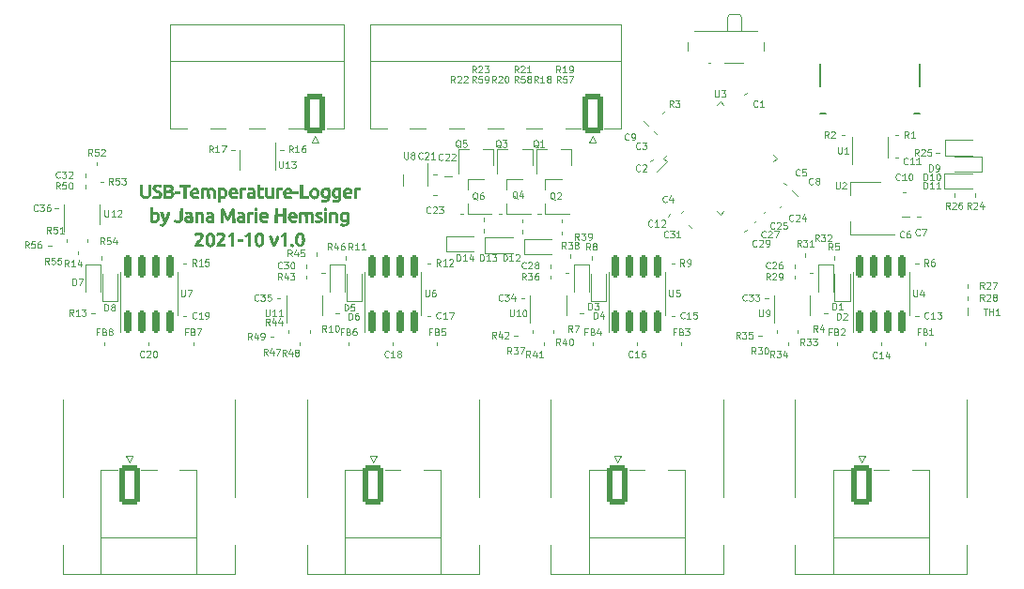
<source format=gbr>
%TF.GenerationSoftware,KiCad,Pcbnew,(7.0.0)*%
%TF.CreationDate,2023-06-01T21:15:46+02:00*%
%TF.ProjectId,temperature-logger,74656d70-6572-4617-9475-72652d6c6f67,rev?*%
%TF.SameCoordinates,Original*%
%TF.FileFunction,Legend,Top*%
%TF.FilePolarity,Positive*%
%FSLAX46Y46*%
G04 Gerber Fmt 4.6, Leading zero omitted, Abs format (unit mm)*
G04 Created by KiCad (PCBNEW (7.0.0)) date 2023-06-01 21:15:46*
%MOMM*%
%LPD*%
G01*
G04 APERTURE LIST*
G04 Aperture macros list*
%AMRoundRect*
0 Rectangle with rounded corners*
0 $1 Rounding radius*
0 $2 $3 $4 $5 $6 $7 $8 $9 X,Y pos of 4 corners*
0 Add a 4 corners polygon primitive as box body*
4,1,4,$2,$3,$4,$5,$6,$7,$8,$9,$2,$3,0*
0 Add four circle primitives for the rounded corners*
1,1,$1+$1,$2,$3*
1,1,$1+$1,$4,$5*
1,1,$1+$1,$6,$7*
1,1,$1+$1,$8,$9*
0 Add four rect primitives between the rounded corners*
20,1,$1+$1,$2,$3,$4,$5,0*
20,1,$1+$1,$4,$5,$6,$7,0*
20,1,$1+$1,$6,$7,$8,$9,0*
20,1,$1+$1,$8,$9,$2,$3,0*%
%AMRotRect*
0 Rectangle, with rotation*
0 The origin of the aperture is its center*
0 $1 length*
0 $2 width*
0 $3 Rotation angle, in degrees counterclockwise*
0 Add horizontal line*
21,1,$1,$2,0,0,$3*%
%AMOutline4P*
0 Free polygon, 4 corners , with rotation*
0 The origin of the aperture is its center*
0 number of corners: always 4*
0 $1 to $8 corner X, Y*
0 $9 Rotation angle, in degrees counterclockwise*
0 create outline with 4 corners*
4,1,4,$1,$2,$3,$4,$5,$6,$7,$8,$1,$2,$9*%
G04 Aperture macros list end*
%ADD10C,0.100000*%
%ADD11C,0.120000*%
%ADD12C,0.150000*%
%ADD13C,0.010000*%
%ADD14C,3.500000*%
%ADD15RotRect,0.500000X0.600000X135.000000*%
%ADD16RotRect,0.500000X0.600000X315.000000*%
%ADD17RotRect,0.500000X0.600000X225.000000*%
%ADD18RotRect,0.500000X0.600000X45.000000*%
%ADD19R,0.900000X0.600000*%
%ADD20R,0.600000X0.500000*%
%ADD21RotRect,0.600000X0.900000X45.000000*%
%ADD22RotRect,0.600000X0.900000X225.000000*%
%ADD23R,0.500000X0.600000*%
%ADD24R,0.850000X1.225000*%
%ADD25C,0.800000*%
%ADD26C,6.400000*%
%ADD27C,0.650000*%
%ADD28R,0.600000X1.450000*%
%ADD29R,0.300000X1.450000*%
%ADD30O,1.000000X2.100000*%
%ADD31O,1.000000X1.600000*%
%ADD32RoundRect,0.250000X0.650000X1.550000X-0.650000X1.550000X-0.650000X-1.550000X0.650000X-1.550000X0*%
%ADD33O,1.800000X3.600000*%
%ADD34R,0.800000X0.900000*%
%ADD35R,0.900000X0.800000*%
%ADD36R,1.000000X0.800000*%
%ADD37C,0.900000*%
%ADD38R,0.700000X1.500000*%
%ADD39R,0.650000X1.060000*%
%ADD40R,1.500000X1.000000*%
%ADD41R,1.800000X1.000000*%
%ADD42Outline4P,-1.100000X-0.500000X1.100000X-0.500000X0.400000X0.500000X-0.400000X0.500000X270.000000*%
%ADD43R,1.840000X2.200000*%
%ADD44Outline4P,-1.100000X-0.425000X1.100000X-0.425000X0.500000X0.425000X-0.500000X0.425000X90.000000*%
%ADD45RoundRect,0.075000X-0.415425X-0.521491X0.521491X0.415425X0.415425X0.521491X-0.521491X-0.415425X0*%
%ADD46RoundRect,0.075000X0.415425X-0.521491X0.521491X-0.415425X-0.415425X0.521491X-0.521491X0.415425X0*%
%ADD47RoundRect,0.150000X0.150000X-0.825000X0.150000X0.825000X-0.150000X0.825000X-0.150000X-0.825000X0*%
%ADD48R,1.225000X0.850000*%
%ADD49RoundRect,0.250000X-0.650000X-1.550000X0.650000X-1.550000X0.650000X1.550000X-0.650000X1.550000X0*%
%ADD50R,0.600000X0.900000*%
%ADD51R,0.250000X0.500000*%
%ADD52R,1.600000X0.900000*%
%ADD53C,0.988060*%
%ADD54C,0.985520*%
G04 APERTURE END LIST*
D10*
%TO.C,C1*%
X124875000Y-57563285D02*
X124846428Y-57591857D01*
X124846428Y-57591857D02*
X124760714Y-57620428D01*
X124760714Y-57620428D02*
X124703571Y-57620428D01*
X124703571Y-57620428D02*
X124617857Y-57591857D01*
X124617857Y-57591857D02*
X124560714Y-57534714D01*
X124560714Y-57534714D02*
X124532143Y-57477571D01*
X124532143Y-57477571D02*
X124503571Y-57363285D01*
X124503571Y-57363285D02*
X124503571Y-57277571D01*
X124503571Y-57277571D02*
X124532143Y-57163285D01*
X124532143Y-57163285D02*
X124560714Y-57106142D01*
X124560714Y-57106142D02*
X124617857Y-57049000D01*
X124617857Y-57049000D02*
X124703571Y-57020428D01*
X124703571Y-57020428D02*
X124760714Y-57020428D01*
X124760714Y-57020428D02*
X124846428Y-57049000D01*
X124846428Y-57049000D02*
X124875000Y-57077571D01*
X125446428Y-57620428D02*
X125103571Y-57620428D01*
X125275000Y-57620428D02*
X125275000Y-57020428D01*
X125275000Y-57020428D02*
X125217857Y-57106142D01*
X125217857Y-57106142D02*
X125160714Y-57163285D01*
X125160714Y-57163285D02*
X125103571Y-57191857D01*
%TO.C,C2*%
X114275000Y-63363285D02*
X114246428Y-63391857D01*
X114246428Y-63391857D02*
X114160714Y-63420428D01*
X114160714Y-63420428D02*
X114103571Y-63420428D01*
X114103571Y-63420428D02*
X114017857Y-63391857D01*
X114017857Y-63391857D02*
X113960714Y-63334714D01*
X113960714Y-63334714D02*
X113932143Y-63277571D01*
X113932143Y-63277571D02*
X113903571Y-63163285D01*
X113903571Y-63163285D02*
X113903571Y-63077571D01*
X113903571Y-63077571D02*
X113932143Y-62963285D01*
X113932143Y-62963285D02*
X113960714Y-62906142D01*
X113960714Y-62906142D02*
X114017857Y-62849000D01*
X114017857Y-62849000D02*
X114103571Y-62820428D01*
X114103571Y-62820428D02*
X114160714Y-62820428D01*
X114160714Y-62820428D02*
X114246428Y-62849000D01*
X114246428Y-62849000D02*
X114275000Y-62877571D01*
X114503571Y-62877571D02*
X114532143Y-62849000D01*
X114532143Y-62849000D02*
X114589286Y-62820428D01*
X114589286Y-62820428D02*
X114732143Y-62820428D01*
X114732143Y-62820428D02*
X114789286Y-62849000D01*
X114789286Y-62849000D02*
X114817857Y-62877571D01*
X114817857Y-62877571D02*
X114846428Y-62934714D01*
X114846428Y-62934714D02*
X114846428Y-62991857D01*
X114846428Y-62991857D02*
X114817857Y-63077571D01*
X114817857Y-63077571D02*
X114475000Y-63420428D01*
X114475000Y-63420428D02*
X114846428Y-63420428D01*
%TO.C,C3*%
X114275000Y-61363285D02*
X114246428Y-61391857D01*
X114246428Y-61391857D02*
X114160714Y-61420428D01*
X114160714Y-61420428D02*
X114103571Y-61420428D01*
X114103571Y-61420428D02*
X114017857Y-61391857D01*
X114017857Y-61391857D02*
X113960714Y-61334714D01*
X113960714Y-61334714D02*
X113932143Y-61277571D01*
X113932143Y-61277571D02*
X113903571Y-61163285D01*
X113903571Y-61163285D02*
X113903571Y-61077571D01*
X113903571Y-61077571D02*
X113932143Y-60963285D01*
X113932143Y-60963285D02*
X113960714Y-60906142D01*
X113960714Y-60906142D02*
X114017857Y-60849000D01*
X114017857Y-60849000D02*
X114103571Y-60820428D01*
X114103571Y-60820428D02*
X114160714Y-60820428D01*
X114160714Y-60820428D02*
X114246428Y-60849000D01*
X114246428Y-60849000D02*
X114275000Y-60877571D01*
X114475000Y-60820428D02*
X114846428Y-60820428D01*
X114846428Y-60820428D02*
X114646428Y-61049000D01*
X114646428Y-61049000D02*
X114732143Y-61049000D01*
X114732143Y-61049000D02*
X114789286Y-61077571D01*
X114789286Y-61077571D02*
X114817857Y-61106142D01*
X114817857Y-61106142D02*
X114846428Y-61163285D01*
X114846428Y-61163285D02*
X114846428Y-61306142D01*
X114846428Y-61306142D02*
X114817857Y-61363285D01*
X114817857Y-61363285D02*
X114789286Y-61391857D01*
X114789286Y-61391857D02*
X114732143Y-61420428D01*
X114732143Y-61420428D02*
X114560714Y-61420428D01*
X114560714Y-61420428D02*
X114503571Y-61391857D01*
X114503571Y-61391857D02*
X114475000Y-61363285D01*
%TO.C,C4*%
X116675000Y-66163284D02*
X116646428Y-66191856D01*
X116646428Y-66191856D02*
X116560714Y-66220427D01*
X116560714Y-66220427D02*
X116503571Y-66220427D01*
X116503571Y-66220427D02*
X116417857Y-66191856D01*
X116417857Y-66191856D02*
X116360714Y-66134713D01*
X116360714Y-66134713D02*
X116332143Y-66077570D01*
X116332143Y-66077570D02*
X116303571Y-65963284D01*
X116303571Y-65963284D02*
X116303571Y-65877570D01*
X116303571Y-65877570D02*
X116332143Y-65763284D01*
X116332143Y-65763284D02*
X116360714Y-65706141D01*
X116360714Y-65706141D02*
X116417857Y-65648999D01*
X116417857Y-65648999D02*
X116503571Y-65620427D01*
X116503571Y-65620427D02*
X116560714Y-65620427D01*
X116560714Y-65620427D02*
X116646428Y-65648999D01*
X116646428Y-65648999D02*
X116675000Y-65677570D01*
X117189286Y-65820427D02*
X117189286Y-66220427D01*
X117046428Y-65591856D02*
X116903571Y-66020427D01*
X116903571Y-66020427D02*
X117275000Y-66020427D01*
%TO.C,C5*%
X128675000Y-63763285D02*
X128646428Y-63791857D01*
X128646428Y-63791857D02*
X128560714Y-63820428D01*
X128560714Y-63820428D02*
X128503571Y-63820428D01*
X128503571Y-63820428D02*
X128417857Y-63791857D01*
X128417857Y-63791857D02*
X128360714Y-63734714D01*
X128360714Y-63734714D02*
X128332143Y-63677571D01*
X128332143Y-63677571D02*
X128303571Y-63563285D01*
X128303571Y-63563285D02*
X128303571Y-63477571D01*
X128303571Y-63477571D02*
X128332143Y-63363285D01*
X128332143Y-63363285D02*
X128360714Y-63306142D01*
X128360714Y-63306142D02*
X128417857Y-63249000D01*
X128417857Y-63249000D02*
X128503571Y-63220428D01*
X128503571Y-63220428D02*
X128560714Y-63220428D01*
X128560714Y-63220428D02*
X128646428Y-63249000D01*
X128646428Y-63249000D02*
X128675000Y-63277571D01*
X129217857Y-63220428D02*
X128932143Y-63220428D01*
X128932143Y-63220428D02*
X128903571Y-63506142D01*
X128903571Y-63506142D02*
X128932143Y-63477571D01*
X128932143Y-63477571D02*
X128989286Y-63449000D01*
X128989286Y-63449000D02*
X129132143Y-63449000D01*
X129132143Y-63449000D02*
X129189286Y-63477571D01*
X129189286Y-63477571D02*
X129217857Y-63506142D01*
X129217857Y-63506142D02*
X129246428Y-63563285D01*
X129246428Y-63563285D02*
X129246428Y-63706142D01*
X129246428Y-63706142D02*
X129217857Y-63763285D01*
X129217857Y-63763285D02*
X129189286Y-63791857D01*
X129189286Y-63791857D02*
X129132143Y-63820428D01*
X129132143Y-63820428D02*
X128989286Y-63820428D01*
X128989286Y-63820428D02*
X128932143Y-63791857D01*
X128932143Y-63791857D02*
X128903571Y-63763285D01*
%TO.C,C6*%
X138075000Y-69363285D02*
X138046428Y-69391857D01*
X138046428Y-69391857D02*
X137960714Y-69420428D01*
X137960714Y-69420428D02*
X137903571Y-69420428D01*
X137903571Y-69420428D02*
X137817857Y-69391857D01*
X137817857Y-69391857D02*
X137760714Y-69334714D01*
X137760714Y-69334714D02*
X137732143Y-69277571D01*
X137732143Y-69277571D02*
X137703571Y-69163285D01*
X137703571Y-69163285D02*
X137703571Y-69077571D01*
X137703571Y-69077571D02*
X137732143Y-68963285D01*
X137732143Y-68963285D02*
X137760714Y-68906142D01*
X137760714Y-68906142D02*
X137817857Y-68849000D01*
X137817857Y-68849000D02*
X137903571Y-68820428D01*
X137903571Y-68820428D02*
X137960714Y-68820428D01*
X137960714Y-68820428D02*
X138046428Y-68849000D01*
X138046428Y-68849000D02*
X138075000Y-68877571D01*
X138589286Y-68820428D02*
X138475000Y-68820428D01*
X138475000Y-68820428D02*
X138417857Y-68849000D01*
X138417857Y-68849000D02*
X138389286Y-68877571D01*
X138389286Y-68877571D02*
X138332143Y-68963285D01*
X138332143Y-68963285D02*
X138303571Y-69077571D01*
X138303571Y-69077571D02*
X138303571Y-69306142D01*
X138303571Y-69306142D02*
X138332143Y-69363285D01*
X138332143Y-69363285D02*
X138360714Y-69391857D01*
X138360714Y-69391857D02*
X138417857Y-69420428D01*
X138417857Y-69420428D02*
X138532143Y-69420428D01*
X138532143Y-69420428D02*
X138589286Y-69391857D01*
X138589286Y-69391857D02*
X138617857Y-69363285D01*
X138617857Y-69363285D02*
X138646428Y-69306142D01*
X138646428Y-69306142D02*
X138646428Y-69163285D01*
X138646428Y-69163285D02*
X138617857Y-69106142D01*
X138617857Y-69106142D02*
X138589286Y-69077571D01*
X138589286Y-69077571D02*
X138532143Y-69049000D01*
X138532143Y-69049000D02*
X138417857Y-69049000D01*
X138417857Y-69049000D02*
X138360714Y-69077571D01*
X138360714Y-69077571D02*
X138332143Y-69106142D01*
X138332143Y-69106142D02*
X138303571Y-69163285D01*
%TO.C,C7*%
X139475000Y-69163285D02*
X139446428Y-69191857D01*
X139446428Y-69191857D02*
X139360714Y-69220428D01*
X139360714Y-69220428D02*
X139303571Y-69220428D01*
X139303571Y-69220428D02*
X139217857Y-69191857D01*
X139217857Y-69191857D02*
X139160714Y-69134714D01*
X139160714Y-69134714D02*
X139132143Y-69077571D01*
X139132143Y-69077571D02*
X139103571Y-68963285D01*
X139103571Y-68963285D02*
X139103571Y-68877571D01*
X139103571Y-68877571D02*
X139132143Y-68763285D01*
X139132143Y-68763285D02*
X139160714Y-68706142D01*
X139160714Y-68706142D02*
X139217857Y-68649000D01*
X139217857Y-68649000D02*
X139303571Y-68620428D01*
X139303571Y-68620428D02*
X139360714Y-68620428D01*
X139360714Y-68620428D02*
X139446428Y-68649000D01*
X139446428Y-68649000D02*
X139475000Y-68677571D01*
X139675000Y-68620428D02*
X140075000Y-68620428D01*
X140075000Y-68620428D02*
X139817857Y-69220428D01*
%TO.C,C8*%
X129875000Y-64563285D02*
X129846428Y-64591857D01*
X129846428Y-64591857D02*
X129760714Y-64620428D01*
X129760714Y-64620428D02*
X129703571Y-64620428D01*
X129703571Y-64620428D02*
X129617857Y-64591857D01*
X129617857Y-64591857D02*
X129560714Y-64534714D01*
X129560714Y-64534714D02*
X129532143Y-64477571D01*
X129532143Y-64477571D02*
X129503571Y-64363285D01*
X129503571Y-64363285D02*
X129503571Y-64277571D01*
X129503571Y-64277571D02*
X129532143Y-64163285D01*
X129532143Y-64163285D02*
X129560714Y-64106142D01*
X129560714Y-64106142D02*
X129617857Y-64049000D01*
X129617857Y-64049000D02*
X129703571Y-64020428D01*
X129703571Y-64020428D02*
X129760714Y-64020428D01*
X129760714Y-64020428D02*
X129846428Y-64049000D01*
X129846428Y-64049000D02*
X129875000Y-64077571D01*
X130217857Y-64277571D02*
X130160714Y-64249000D01*
X130160714Y-64249000D02*
X130132143Y-64220428D01*
X130132143Y-64220428D02*
X130103571Y-64163285D01*
X130103571Y-64163285D02*
X130103571Y-64134714D01*
X130103571Y-64134714D02*
X130132143Y-64077571D01*
X130132143Y-64077571D02*
X130160714Y-64049000D01*
X130160714Y-64049000D02*
X130217857Y-64020428D01*
X130217857Y-64020428D02*
X130332143Y-64020428D01*
X130332143Y-64020428D02*
X130389286Y-64049000D01*
X130389286Y-64049000D02*
X130417857Y-64077571D01*
X130417857Y-64077571D02*
X130446428Y-64134714D01*
X130446428Y-64134714D02*
X130446428Y-64163285D01*
X130446428Y-64163285D02*
X130417857Y-64220428D01*
X130417857Y-64220428D02*
X130389286Y-64249000D01*
X130389286Y-64249000D02*
X130332143Y-64277571D01*
X130332143Y-64277571D02*
X130217857Y-64277571D01*
X130217857Y-64277571D02*
X130160714Y-64306142D01*
X130160714Y-64306142D02*
X130132143Y-64334714D01*
X130132143Y-64334714D02*
X130103571Y-64391857D01*
X130103571Y-64391857D02*
X130103571Y-64506142D01*
X130103571Y-64506142D02*
X130132143Y-64563285D01*
X130132143Y-64563285D02*
X130160714Y-64591857D01*
X130160714Y-64591857D02*
X130217857Y-64620428D01*
X130217857Y-64620428D02*
X130332143Y-64620428D01*
X130332143Y-64620428D02*
X130389286Y-64591857D01*
X130389286Y-64591857D02*
X130417857Y-64563285D01*
X130417857Y-64563285D02*
X130446428Y-64506142D01*
X130446428Y-64506142D02*
X130446428Y-64391857D01*
X130446428Y-64391857D02*
X130417857Y-64334714D01*
X130417857Y-64334714D02*
X130389286Y-64306142D01*
X130389286Y-64306142D02*
X130332143Y-64277571D01*
%TO.C,C9*%
X113275000Y-60563285D02*
X113246428Y-60591857D01*
X113246428Y-60591857D02*
X113160714Y-60620428D01*
X113160714Y-60620428D02*
X113103571Y-60620428D01*
X113103571Y-60620428D02*
X113017857Y-60591857D01*
X113017857Y-60591857D02*
X112960714Y-60534714D01*
X112960714Y-60534714D02*
X112932143Y-60477571D01*
X112932143Y-60477571D02*
X112903571Y-60363285D01*
X112903571Y-60363285D02*
X112903571Y-60277571D01*
X112903571Y-60277571D02*
X112932143Y-60163285D01*
X112932143Y-60163285D02*
X112960714Y-60106142D01*
X112960714Y-60106142D02*
X113017857Y-60049000D01*
X113017857Y-60049000D02*
X113103571Y-60020428D01*
X113103571Y-60020428D02*
X113160714Y-60020428D01*
X113160714Y-60020428D02*
X113246428Y-60049000D01*
X113246428Y-60049000D02*
X113275000Y-60077571D01*
X113560714Y-60620428D02*
X113675000Y-60620428D01*
X113675000Y-60620428D02*
X113732143Y-60591857D01*
X113732143Y-60591857D02*
X113760714Y-60563285D01*
X113760714Y-60563285D02*
X113817857Y-60477571D01*
X113817857Y-60477571D02*
X113846428Y-60363285D01*
X113846428Y-60363285D02*
X113846428Y-60134714D01*
X113846428Y-60134714D02*
X113817857Y-60077571D01*
X113817857Y-60077571D02*
X113789286Y-60049000D01*
X113789286Y-60049000D02*
X113732143Y-60020428D01*
X113732143Y-60020428D02*
X113617857Y-60020428D01*
X113617857Y-60020428D02*
X113560714Y-60049000D01*
X113560714Y-60049000D02*
X113532143Y-60077571D01*
X113532143Y-60077571D02*
X113503571Y-60134714D01*
X113503571Y-60134714D02*
X113503571Y-60277571D01*
X113503571Y-60277571D02*
X113532143Y-60334714D01*
X113532143Y-60334714D02*
X113560714Y-60363285D01*
X113560714Y-60363285D02*
X113617857Y-60391857D01*
X113617857Y-60391857D02*
X113732143Y-60391857D01*
X113732143Y-60391857D02*
X113789286Y-60363285D01*
X113789286Y-60363285D02*
X113817857Y-60334714D01*
X113817857Y-60334714D02*
X113846428Y-60277571D01*
%TO.C,C10*%
X137689285Y-64163285D02*
X137660713Y-64191857D01*
X137660713Y-64191857D02*
X137574999Y-64220428D01*
X137574999Y-64220428D02*
X137517856Y-64220428D01*
X137517856Y-64220428D02*
X137432142Y-64191857D01*
X137432142Y-64191857D02*
X137374999Y-64134714D01*
X137374999Y-64134714D02*
X137346428Y-64077571D01*
X137346428Y-64077571D02*
X137317856Y-63963285D01*
X137317856Y-63963285D02*
X137317856Y-63877571D01*
X137317856Y-63877571D02*
X137346428Y-63763285D01*
X137346428Y-63763285D02*
X137374999Y-63706142D01*
X137374999Y-63706142D02*
X137432142Y-63649000D01*
X137432142Y-63649000D02*
X137517856Y-63620428D01*
X137517856Y-63620428D02*
X137574999Y-63620428D01*
X137574999Y-63620428D02*
X137660713Y-63649000D01*
X137660713Y-63649000D02*
X137689285Y-63677571D01*
X138260713Y-64220428D02*
X137917856Y-64220428D01*
X138089285Y-64220428D02*
X138089285Y-63620428D01*
X138089285Y-63620428D02*
X138032142Y-63706142D01*
X138032142Y-63706142D02*
X137974999Y-63763285D01*
X137974999Y-63763285D02*
X137917856Y-63791857D01*
X138632142Y-63620428D02*
X138689285Y-63620428D01*
X138689285Y-63620428D02*
X138746428Y-63649000D01*
X138746428Y-63649000D02*
X138775000Y-63677571D01*
X138775000Y-63677571D02*
X138803571Y-63734714D01*
X138803571Y-63734714D02*
X138832142Y-63849000D01*
X138832142Y-63849000D02*
X138832142Y-63991857D01*
X138832142Y-63991857D02*
X138803571Y-64106142D01*
X138803571Y-64106142D02*
X138775000Y-64163285D01*
X138775000Y-64163285D02*
X138746428Y-64191857D01*
X138746428Y-64191857D02*
X138689285Y-64220428D01*
X138689285Y-64220428D02*
X138632142Y-64220428D01*
X138632142Y-64220428D02*
X138575000Y-64191857D01*
X138575000Y-64191857D02*
X138546428Y-64163285D01*
X138546428Y-64163285D02*
X138517857Y-64106142D01*
X138517857Y-64106142D02*
X138489285Y-63991857D01*
X138489285Y-63991857D02*
X138489285Y-63849000D01*
X138489285Y-63849000D02*
X138517857Y-63734714D01*
X138517857Y-63734714D02*
X138546428Y-63677571D01*
X138546428Y-63677571D02*
X138575000Y-63649000D01*
X138575000Y-63649000D02*
X138632142Y-63620428D01*
%TO.C,C11*%
X138389285Y-62763285D02*
X138360713Y-62791857D01*
X138360713Y-62791857D02*
X138274999Y-62820428D01*
X138274999Y-62820428D02*
X138217856Y-62820428D01*
X138217856Y-62820428D02*
X138132142Y-62791857D01*
X138132142Y-62791857D02*
X138074999Y-62734714D01*
X138074999Y-62734714D02*
X138046428Y-62677571D01*
X138046428Y-62677571D02*
X138017856Y-62563285D01*
X138017856Y-62563285D02*
X138017856Y-62477571D01*
X138017856Y-62477571D02*
X138046428Y-62363285D01*
X138046428Y-62363285D02*
X138074999Y-62306142D01*
X138074999Y-62306142D02*
X138132142Y-62249000D01*
X138132142Y-62249000D02*
X138217856Y-62220428D01*
X138217856Y-62220428D02*
X138274999Y-62220428D01*
X138274999Y-62220428D02*
X138360713Y-62249000D01*
X138360713Y-62249000D02*
X138389285Y-62277571D01*
X138960713Y-62820428D02*
X138617856Y-62820428D01*
X138789285Y-62820428D02*
X138789285Y-62220428D01*
X138789285Y-62220428D02*
X138732142Y-62306142D01*
X138732142Y-62306142D02*
X138674999Y-62363285D01*
X138674999Y-62363285D02*
X138617856Y-62391857D01*
X139532142Y-62820428D02*
X139189285Y-62820428D01*
X139360714Y-62820428D02*
X139360714Y-62220428D01*
X139360714Y-62220428D02*
X139303571Y-62306142D01*
X139303571Y-62306142D02*
X139246428Y-62363285D01*
X139246428Y-62363285D02*
X139189285Y-62391857D01*
%TO.C,C12*%
X115389284Y-68363285D02*
X115360712Y-68391857D01*
X115360712Y-68391857D02*
X115274998Y-68420428D01*
X115274998Y-68420428D02*
X115217855Y-68420428D01*
X115217855Y-68420428D02*
X115132141Y-68391857D01*
X115132141Y-68391857D02*
X115074998Y-68334714D01*
X115074998Y-68334714D02*
X115046427Y-68277571D01*
X115046427Y-68277571D02*
X115017855Y-68163285D01*
X115017855Y-68163285D02*
X115017855Y-68077571D01*
X115017855Y-68077571D02*
X115046427Y-67963285D01*
X115046427Y-67963285D02*
X115074998Y-67906142D01*
X115074998Y-67906142D02*
X115132141Y-67849000D01*
X115132141Y-67849000D02*
X115217855Y-67820428D01*
X115217855Y-67820428D02*
X115274998Y-67820428D01*
X115274998Y-67820428D02*
X115360712Y-67849000D01*
X115360712Y-67849000D02*
X115389284Y-67877571D01*
X115960712Y-68420428D02*
X115617855Y-68420428D01*
X115789284Y-68420428D02*
X115789284Y-67820428D01*
X115789284Y-67820428D02*
X115732141Y-67906142D01*
X115732141Y-67906142D02*
X115674998Y-67963285D01*
X115674998Y-67963285D02*
X115617855Y-67991857D01*
X116189284Y-67877571D02*
X116217856Y-67849000D01*
X116217856Y-67849000D02*
X116274999Y-67820428D01*
X116274999Y-67820428D02*
X116417856Y-67820428D01*
X116417856Y-67820428D02*
X116474999Y-67849000D01*
X116474999Y-67849000D02*
X116503570Y-67877571D01*
X116503570Y-67877571D02*
X116532141Y-67934714D01*
X116532141Y-67934714D02*
X116532141Y-67991857D01*
X116532141Y-67991857D02*
X116503570Y-68077571D01*
X116503570Y-68077571D02*
X116160713Y-68420428D01*
X116160713Y-68420428D02*
X116532141Y-68420428D01*
%TO.C,C13*%
X140289285Y-76663285D02*
X140260713Y-76691857D01*
X140260713Y-76691857D02*
X140174999Y-76720428D01*
X140174999Y-76720428D02*
X140117856Y-76720428D01*
X140117856Y-76720428D02*
X140032142Y-76691857D01*
X140032142Y-76691857D02*
X139974999Y-76634714D01*
X139974999Y-76634714D02*
X139946428Y-76577571D01*
X139946428Y-76577571D02*
X139917856Y-76463285D01*
X139917856Y-76463285D02*
X139917856Y-76377571D01*
X139917856Y-76377571D02*
X139946428Y-76263285D01*
X139946428Y-76263285D02*
X139974999Y-76206142D01*
X139974999Y-76206142D02*
X140032142Y-76149000D01*
X140032142Y-76149000D02*
X140117856Y-76120428D01*
X140117856Y-76120428D02*
X140174999Y-76120428D01*
X140174999Y-76120428D02*
X140260713Y-76149000D01*
X140260713Y-76149000D02*
X140289285Y-76177571D01*
X140860713Y-76720428D02*
X140517856Y-76720428D01*
X140689285Y-76720428D02*
X140689285Y-76120428D01*
X140689285Y-76120428D02*
X140632142Y-76206142D01*
X140632142Y-76206142D02*
X140574999Y-76263285D01*
X140574999Y-76263285D02*
X140517856Y-76291857D01*
X141060714Y-76120428D02*
X141432142Y-76120428D01*
X141432142Y-76120428D02*
X141232142Y-76349000D01*
X141232142Y-76349000D02*
X141317857Y-76349000D01*
X141317857Y-76349000D02*
X141375000Y-76377571D01*
X141375000Y-76377571D02*
X141403571Y-76406142D01*
X141403571Y-76406142D02*
X141432142Y-76463285D01*
X141432142Y-76463285D02*
X141432142Y-76606142D01*
X141432142Y-76606142D02*
X141403571Y-76663285D01*
X141403571Y-76663285D02*
X141375000Y-76691857D01*
X141375000Y-76691857D02*
X141317857Y-76720428D01*
X141317857Y-76720428D02*
X141146428Y-76720428D01*
X141146428Y-76720428D02*
X141089285Y-76691857D01*
X141089285Y-76691857D02*
X141060714Y-76663285D01*
%TO.C,C14*%
X135614285Y-80263285D02*
X135585713Y-80291857D01*
X135585713Y-80291857D02*
X135499999Y-80320428D01*
X135499999Y-80320428D02*
X135442856Y-80320428D01*
X135442856Y-80320428D02*
X135357142Y-80291857D01*
X135357142Y-80291857D02*
X135299999Y-80234714D01*
X135299999Y-80234714D02*
X135271428Y-80177571D01*
X135271428Y-80177571D02*
X135242856Y-80063285D01*
X135242856Y-80063285D02*
X135242856Y-79977571D01*
X135242856Y-79977571D02*
X135271428Y-79863285D01*
X135271428Y-79863285D02*
X135299999Y-79806142D01*
X135299999Y-79806142D02*
X135357142Y-79749000D01*
X135357142Y-79749000D02*
X135442856Y-79720428D01*
X135442856Y-79720428D02*
X135499999Y-79720428D01*
X135499999Y-79720428D02*
X135585713Y-79749000D01*
X135585713Y-79749000D02*
X135614285Y-79777571D01*
X136185713Y-80320428D02*
X135842856Y-80320428D01*
X136014285Y-80320428D02*
X136014285Y-79720428D01*
X136014285Y-79720428D02*
X135957142Y-79806142D01*
X135957142Y-79806142D02*
X135899999Y-79863285D01*
X135899999Y-79863285D02*
X135842856Y-79891857D01*
X136700000Y-79920428D02*
X136700000Y-80320428D01*
X136557142Y-79691857D02*
X136414285Y-80120428D01*
X136414285Y-80120428D02*
X136785714Y-80120428D01*
%TO.C,C15*%
X118289285Y-76663285D02*
X118260713Y-76691857D01*
X118260713Y-76691857D02*
X118174999Y-76720428D01*
X118174999Y-76720428D02*
X118117856Y-76720428D01*
X118117856Y-76720428D02*
X118032142Y-76691857D01*
X118032142Y-76691857D02*
X117974999Y-76634714D01*
X117974999Y-76634714D02*
X117946428Y-76577571D01*
X117946428Y-76577571D02*
X117917856Y-76463285D01*
X117917856Y-76463285D02*
X117917856Y-76377571D01*
X117917856Y-76377571D02*
X117946428Y-76263285D01*
X117946428Y-76263285D02*
X117974999Y-76206142D01*
X117974999Y-76206142D02*
X118032142Y-76149000D01*
X118032142Y-76149000D02*
X118117856Y-76120428D01*
X118117856Y-76120428D02*
X118174999Y-76120428D01*
X118174999Y-76120428D02*
X118260713Y-76149000D01*
X118260713Y-76149000D02*
X118289285Y-76177571D01*
X118860713Y-76720428D02*
X118517856Y-76720428D01*
X118689285Y-76720428D02*
X118689285Y-76120428D01*
X118689285Y-76120428D02*
X118632142Y-76206142D01*
X118632142Y-76206142D02*
X118574999Y-76263285D01*
X118574999Y-76263285D02*
X118517856Y-76291857D01*
X119403571Y-76120428D02*
X119117857Y-76120428D01*
X119117857Y-76120428D02*
X119089285Y-76406142D01*
X119089285Y-76406142D02*
X119117857Y-76377571D01*
X119117857Y-76377571D02*
X119175000Y-76349000D01*
X119175000Y-76349000D02*
X119317857Y-76349000D01*
X119317857Y-76349000D02*
X119375000Y-76377571D01*
X119375000Y-76377571D02*
X119403571Y-76406142D01*
X119403571Y-76406142D02*
X119432142Y-76463285D01*
X119432142Y-76463285D02*
X119432142Y-76606142D01*
X119432142Y-76606142D02*
X119403571Y-76663285D01*
X119403571Y-76663285D02*
X119375000Y-76691857D01*
X119375000Y-76691857D02*
X119317857Y-76720428D01*
X119317857Y-76720428D02*
X119175000Y-76720428D01*
X119175000Y-76720428D02*
X119117857Y-76691857D01*
X119117857Y-76691857D02*
X119089285Y-76663285D01*
%TO.C,C16*%
X113614285Y-80163285D02*
X113585713Y-80191857D01*
X113585713Y-80191857D02*
X113499999Y-80220428D01*
X113499999Y-80220428D02*
X113442856Y-80220428D01*
X113442856Y-80220428D02*
X113357142Y-80191857D01*
X113357142Y-80191857D02*
X113299999Y-80134714D01*
X113299999Y-80134714D02*
X113271428Y-80077571D01*
X113271428Y-80077571D02*
X113242856Y-79963285D01*
X113242856Y-79963285D02*
X113242856Y-79877571D01*
X113242856Y-79877571D02*
X113271428Y-79763285D01*
X113271428Y-79763285D02*
X113299999Y-79706142D01*
X113299999Y-79706142D02*
X113357142Y-79649000D01*
X113357142Y-79649000D02*
X113442856Y-79620428D01*
X113442856Y-79620428D02*
X113499999Y-79620428D01*
X113499999Y-79620428D02*
X113585713Y-79649000D01*
X113585713Y-79649000D02*
X113614285Y-79677571D01*
X114185713Y-80220428D02*
X113842856Y-80220428D01*
X114014285Y-80220428D02*
X114014285Y-79620428D01*
X114014285Y-79620428D02*
X113957142Y-79706142D01*
X113957142Y-79706142D02*
X113899999Y-79763285D01*
X113899999Y-79763285D02*
X113842856Y-79791857D01*
X114700000Y-79620428D02*
X114585714Y-79620428D01*
X114585714Y-79620428D02*
X114528571Y-79649000D01*
X114528571Y-79649000D02*
X114500000Y-79677571D01*
X114500000Y-79677571D02*
X114442857Y-79763285D01*
X114442857Y-79763285D02*
X114414285Y-79877571D01*
X114414285Y-79877571D02*
X114414285Y-80106142D01*
X114414285Y-80106142D02*
X114442857Y-80163285D01*
X114442857Y-80163285D02*
X114471428Y-80191857D01*
X114471428Y-80191857D02*
X114528571Y-80220428D01*
X114528571Y-80220428D02*
X114642857Y-80220428D01*
X114642857Y-80220428D02*
X114700000Y-80191857D01*
X114700000Y-80191857D02*
X114728571Y-80163285D01*
X114728571Y-80163285D02*
X114757142Y-80106142D01*
X114757142Y-80106142D02*
X114757142Y-79963285D01*
X114757142Y-79963285D02*
X114728571Y-79906142D01*
X114728571Y-79906142D02*
X114700000Y-79877571D01*
X114700000Y-79877571D02*
X114642857Y-79849000D01*
X114642857Y-79849000D02*
X114528571Y-79849000D01*
X114528571Y-79849000D02*
X114471428Y-79877571D01*
X114471428Y-79877571D02*
X114442857Y-79906142D01*
X114442857Y-79906142D02*
X114414285Y-79963285D01*
%TO.C,C17*%
X96289285Y-76663285D02*
X96260713Y-76691857D01*
X96260713Y-76691857D02*
X96174999Y-76720428D01*
X96174999Y-76720428D02*
X96117856Y-76720428D01*
X96117856Y-76720428D02*
X96032142Y-76691857D01*
X96032142Y-76691857D02*
X95974999Y-76634714D01*
X95974999Y-76634714D02*
X95946428Y-76577571D01*
X95946428Y-76577571D02*
X95917856Y-76463285D01*
X95917856Y-76463285D02*
X95917856Y-76377571D01*
X95917856Y-76377571D02*
X95946428Y-76263285D01*
X95946428Y-76263285D02*
X95974999Y-76206142D01*
X95974999Y-76206142D02*
X96032142Y-76149000D01*
X96032142Y-76149000D02*
X96117856Y-76120428D01*
X96117856Y-76120428D02*
X96174999Y-76120428D01*
X96174999Y-76120428D02*
X96260713Y-76149000D01*
X96260713Y-76149000D02*
X96289285Y-76177571D01*
X96860713Y-76720428D02*
X96517856Y-76720428D01*
X96689285Y-76720428D02*
X96689285Y-76120428D01*
X96689285Y-76120428D02*
X96632142Y-76206142D01*
X96632142Y-76206142D02*
X96574999Y-76263285D01*
X96574999Y-76263285D02*
X96517856Y-76291857D01*
X97060714Y-76120428D02*
X97460714Y-76120428D01*
X97460714Y-76120428D02*
X97203571Y-76720428D01*
%TO.C,C18*%
X91614285Y-80163285D02*
X91585713Y-80191857D01*
X91585713Y-80191857D02*
X91499999Y-80220428D01*
X91499999Y-80220428D02*
X91442856Y-80220428D01*
X91442856Y-80220428D02*
X91357142Y-80191857D01*
X91357142Y-80191857D02*
X91299999Y-80134714D01*
X91299999Y-80134714D02*
X91271428Y-80077571D01*
X91271428Y-80077571D02*
X91242856Y-79963285D01*
X91242856Y-79963285D02*
X91242856Y-79877571D01*
X91242856Y-79877571D02*
X91271428Y-79763285D01*
X91271428Y-79763285D02*
X91299999Y-79706142D01*
X91299999Y-79706142D02*
X91357142Y-79649000D01*
X91357142Y-79649000D02*
X91442856Y-79620428D01*
X91442856Y-79620428D02*
X91499999Y-79620428D01*
X91499999Y-79620428D02*
X91585713Y-79649000D01*
X91585713Y-79649000D02*
X91614285Y-79677571D01*
X92185713Y-80220428D02*
X91842856Y-80220428D01*
X92014285Y-80220428D02*
X92014285Y-79620428D01*
X92014285Y-79620428D02*
X91957142Y-79706142D01*
X91957142Y-79706142D02*
X91899999Y-79763285D01*
X91899999Y-79763285D02*
X91842856Y-79791857D01*
X92528571Y-79877571D02*
X92471428Y-79849000D01*
X92471428Y-79849000D02*
X92442857Y-79820428D01*
X92442857Y-79820428D02*
X92414285Y-79763285D01*
X92414285Y-79763285D02*
X92414285Y-79734714D01*
X92414285Y-79734714D02*
X92442857Y-79677571D01*
X92442857Y-79677571D02*
X92471428Y-79649000D01*
X92471428Y-79649000D02*
X92528571Y-79620428D01*
X92528571Y-79620428D02*
X92642857Y-79620428D01*
X92642857Y-79620428D02*
X92700000Y-79649000D01*
X92700000Y-79649000D02*
X92728571Y-79677571D01*
X92728571Y-79677571D02*
X92757142Y-79734714D01*
X92757142Y-79734714D02*
X92757142Y-79763285D01*
X92757142Y-79763285D02*
X92728571Y-79820428D01*
X92728571Y-79820428D02*
X92700000Y-79849000D01*
X92700000Y-79849000D02*
X92642857Y-79877571D01*
X92642857Y-79877571D02*
X92528571Y-79877571D01*
X92528571Y-79877571D02*
X92471428Y-79906142D01*
X92471428Y-79906142D02*
X92442857Y-79934714D01*
X92442857Y-79934714D02*
X92414285Y-79991857D01*
X92414285Y-79991857D02*
X92414285Y-80106142D01*
X92414285Y-80106142D02*
X92442857Y-80163285D01*
X92442857Y-80163285D02*
X92471428Y-80191857D01*
X92471428Y-80191857D02*
X92528571Y-80220428D01*
X92528571Y-80220428D02*
X92642857Y-80220428D01*
X92642857Y-80220428D02*
X92700000Y-80191857D01*
X92700000Y-80191857D02*
X92728571Y-80163285D01*
X92728571Y-80163285D02*
X92757142Y-80106142D01*
X92757142Y-80106142D02*
X92757142Y-79991857D01*
X92757142Y-79991857D02*
X92728571Y-79934714D01*
X92728571Y-79934714D02*
X92700000Y-79906142D01*
X92700000Y-79906142D02*
X92642857Y-79877571D01*
%TO.C,C19*%
X74289285Y-76663285D02*
X74260713Y-76691857D01*
X74260713Y-76691857D02*
X74174999Y-76720428D01*
X74174999Y-76720428D02*
X74117856Y-76720428D01*
X74117856Y-76720428D02*
X74032142Y-76691857D01*
X74032142Y-76691857D02*
X73974999Y-76634714D01*
X73974999Y-76634714D02*
X73946428Y-76577571D01*
X73946428Y-76577571D02*
X73917856Y-76463285D01*
X73917856Y-76463285D02*
X73917856Y-76377571D01*
X73917856Y-76377571D02*
X73946428Y-76263285D01*
X73946428Y-76263285D02*
X73974999Y-76206142D01*
X73974999Y-76206142D02*
X74032142Y-76149000D01*
X74032142Y-76149000D02*
X74117856Y-76120428D01*
X74117856Y-76120428D02*
X74174999Y-76120428D01*
X74174999Y-76120428D02*
X74260713Y-76149000D01*
X74260713Y-76149000D02*
X74289285Y-76177571D01*
X74860713Y-76720428D02*
X74517856Y-76720428D01*
X74689285Y-76720428D02*
X74689285Y-76120428D01*
X74689285Y-76120428D02*
X74632142Y-76206142D01*
X74632142Y-76206142D02*
X74574999Y-76263285D01*
X74574999Y-76263285D02*
X74517856Y-76291857D01*
X75146428Y-76720428D02*
X75260714Y-76720428D01*
X75260714Y-76720428D02*
X75317857Y-76691857D01*
X75317857Y-76691857D02*
X75346428Y-76663285D01*
X75346428Y-76663285D02*
X75403571Y-76577571D01*
X75403571Y-76577571D02*
X75432142Y-76463285D01*
X75432142Y-76463285D02*
X75432142Y-76234714D01*
X75432142Y-76234714D02*
X75403571Y-76177571D01*
X75403571Y-76177571D02*
X75375000Y-76149000D01*
X75375000Y-76149000D02*
X75317857Y-76120428D01*
X75317857Y-76120428D02*
X75203571Y-76120428D01*
X75203571Y-76120428D02*
X75146428Y-76149000D01*
X75146428Y-76149000D02*
X75117857Y-76177571D01*
X75117857Y-76177571D02*
X75089285Y-76234714D01*
X75089285Y-76234714D02*
X75089285Y-76377571D01*
X75089285Y-76377571D02*
X75117857Y-76434714D01*
X75117857Y-76434714D02*
X75146428Y-76463285D01*
X75146428Y-76463285D02*
X75203571Y-76491857D01*
X75203571Y-76491857D02*
X75317857Y-76491857D01*
X75317857Y-76491857D02*
X75375000Y-76463285D01*
X75375000Y-76463285D02*
X75403571Y-76434714D01*
X75403571Y-76434714D02*
X75432142Y-76377571D01*
%TO.C,C20*%
X69589285Y-80163285D02*
X69560713Y-80191857D01*
X69560713Y-80191857D02*
X69474999Y-80220428D01*
X69474999Y-80220428D02*
X69417856Y-80220428D01*
X69417856Y-80220428D02*
X69332142Y-80191857D01*
X69332142Y-80191857D02*
X69274999Y-80134714D01*
X69274999Y-80134714D02*
X69246428Y-80077571D01*
X69246428Y-80077571D02*
X69217856Y-79963285D01*
X69217856Y-79963285D02*
X69217856Y-79877571D01*
X69217856Y-79877571D02*
X69246428Y-79763285D01*
X69246428Y-79763285D02*
X69274999Y-79706142D01*
X69274999Y-79706142D02*
X69332142Y-79649000D01*
X69332142Y-79649000D02*
X69417856Y-79620428D01*
X69417856Y-79620428D02*
X69474999Y-79620428D01*
X69474999Y-79620428D02*
X69560713Y-79649000D01*
X69560713Y-79649000D02*
X69589285Y-79677571D01*
X69817856Y-79677571D02*
X69846428Y-79649000D01*
X69846428Y-79649000D02*
X69903571Y-79620428D01*
X69903571Y-79620428D02*
X70046428Y-79620428D01*
X70046428Y-79620428D02*
X70103571Y-79649000D01*
X70103571Y-79649000D02*
X70132142Y-79677571D01*
X70132142Y-79677571D02*
X70160713Y-79734714D01*
X70160713Y-79734714D02*
X70160713Y-79791857D01*
X70160713Y-79791857D02*
X70132142Y-79877571D01*
X70132142Y-79877571D02*
X69789285Y-80220428D01*
X69789285Y-80220428D02*
X70160713Y-80220428D01*
X70532142Y-79620428D02*
X70589285Y-79620428D01*
X70589285Y-79620428D02*
X70646428Y-79649000D01*
X70646428Y-79649000D02*
X70675000Y-79677571D01*
X70675000Y-79677571D02*
X70703571Y-79734714D01*
X70703571Y-79734714D02*
X70732142Y-79849000D01*
X70732142Y-79849000D02*
X70732142Y-79991857D01*
X70732142Y-79991857D02*
X70703571Y-80106142D01*
X70703571Y-80106142D02*
X70675000Y-80163285D01*
X70675000Y-80163285D02*
X70646428Y-80191857D01*
X70646428Y-80191857D02*
X70589285Y-80220428D01*
X70589285Y-80220428D02*
X70532142Y-80220428D01*
X70532142Y-80220428D02*
X70475000Y-80191857D01*
X70475000Y-80191857D02*
X70446428Y-80163285D01*
X70446428Y-80163285D02*
X70417857Y-80106142D01*
X70417857Y-80106142D02*
X70389285Y-79991857D01*
X70389285Y-79991857D02*
X70389285Y-79849000D01*
X70389285Y-79849000D02*
X70417857Y-79734714D01*
X70417857Y-79734714D02*
X70446428Y-79677571D01*
X70446428Y-79677571D02*
X70475000Y-79649000D01*
X70475000Y-79649000D02*
X70532142Y-79620428D01*
%TO.C,C22*%
X96489285Y-62363285D02*
X96460713Y-62391857D01*
X96460713Y-62391857D02*
X96374999Y-62420428D01*
X96374999Y-62420428D02*
X96317856Y-62420428D01*
X96317856Y-62420428D02*
X96232142Y-62391857D01*
X96232142Y-62391857D02*
X96174999Y-62334714D01*
X96174999Y-62334714D02*
X96146428Y-62277571D01*
X96146428Y-62277571D02*
X96117856Y-62163285D01*
X96117856Y-62163285D02*
X96117856Y-62077571D01*
X96117856Y-62077571D02*
X96146428Y-61963285D01*
X96146428Y-61963285D02*
X96174999Y-61906142D01*
X96174999Y-61906142D02*
X96232142Y-61849000D01*
X96232142Y-61849000D02*
X96317856Y-61820428D01*
X96317856Y-61820428D02*
X96374999Y-61820428D01*
X96374999Y-61820428D02*
X96460713Y-61849000D01*
X96460713Y-61849000D02*
X96489285Y-61877571D01*
X96717856Y-61877571D02*
X96746428Y-61849000D01*
X96746428Y-61849000D02*
X96803571Y-61820428D01*
X96803571Y-61820428D02*
X96946428Y-61820428D01*
X96946428Y-61820428D02*
X97003571Y-61849000D01*
X97003571Y-61849000D02*
X97032142Y-61877571D01*
X97032142Y-61877571D02*
X97060713Y-61934714D01*
X97060713Y-61934714D02*
X97060713Y-61991857D01*
X97060713Y-61991857D02*
X97032142Y-62077571D01*
X97032142Y-62077571D02*
X96689285Y-62420428D01*
X96689285Y-62420428D02*
X97060713Y-62420428D01*
X97289285Y-61877571D02*
X97317857Y-61849000D01*
X97317857Y-61849000D02*
X97375000Y-61820428D01*
X97375000Y-61820428D02*
X97517857Y-61820428D01*
X97517857Y-61820428D02*
X97575000Y-61849000D01*
X97575000Y-61849000D02*
X97603571Y-61877571D01*
X97603571Y-61877571D02*
X97632142Y-61934714D01*
X97632142Y-61934714D02*
X97632142Y-61991857D01*
X97632142Y-61991857D02*
X97603571Y-62077571D01*
X97603571Y-62077571D02*
X97260714Y-62420428D01*
X97260714Y-62420428D02*
X97632142Y-62420428D01*
%TO.C,C23*%
X95389285Y-67163285D02*
X95360713Y-67191857D01*
X95360713Y-67191857D02*
X95274999Y-67220428D01*
X95274999Y-67220428D02*
X95217856Y-67220428D01*
X95217856Y-67220428D02*
X95132142Y-67191857D01*
X95132142Y-67191857D02*
X95074999Y-67134714D01*
X95074999Y-67134714D02*
X95046428Y-67077571D01*
X95046428Y-67077571D02*
X95017856Y-66963285D01*
X95017856Y-66963285D02*
X95017856Y-66877571D01*
X95017856Y-66877571D02*
X95046428Y-66763285D01*
X95046428Y-66763285D02*
X95074999Y-66706142D01*
X95074999Y-66706142D02*
X95132142Y-66649000D01*
X95132142Y-66649000D02*
X95217856Y-66620428D01*
X95217856Y-66620428D02*
X95274999Y-66620428D01*
X95274999Y-66620428D02*
X95360713Y-66649000D01*
X95360713Y-66649000D02*
X95389285Y-66677571D01*
X95617856Y-66677571D02*
X95646428Y-66649000D01*
X95646428Y-66649000D02*
X95703571Y-66620428D01*
X95703571Y-66620428D02*
X95846428Y-66620428D01*
X95846428Y-66620428D02*
X95903571Y-66649000D01*
X95903571Y-66649000D02*
X95932142Y-66677571D01*
X95932142Y-66677571D02*
X95960713Y-66734714D01*
X95960713Y-66734714D02*
X95960713Y-66791857D01*
X95960713Y-66791857D02*
X95932142Y-66877571D01*
X95932142Y-66877571D02*
X95589285Y-67220428D01*
X95589285Y-67220428D02*
X95960713Y-67220428D01*
X96160714Y-66620428D02*
X96532142Y-66620428D01*
X96532142Y-66620428D02*
X96332142Y-66849000D01*
X96332142Y-66849000D02*
X96417857Y-66849000D01*
X96417857Y-66849000D02*
X96475000Y-66877571D01*
X96475000Y-66877571D02*
X96503571Y-66906142D01*
X96503571Y-66906142D02*
X96532142Y-66963285D01*
X96532142Y-66963285D02*
X96532142Y-67106142D01*
X96532142Y-67106142D02*
X96503571Y-67163285D01*
X96503571Y-67163285D02*
X96475000Y-67191857D01*
X96475000Y-67191857D02*
X96417857Y-67220428D01*
X96417857Y-67220428D02*
X96246428Y-67220428D01*
X96246428Y-67220428D02*
X96189285Y-67191857D01*
X96189285Y-67191857D02*
X96160714Y-67163285D01*
%TO.C,D1*%
X131632143Y-75920428D02*
X131632143Y-75320428D01*
X131632143Y-75320428D02*
X131775000Y-75320428D01*
X131775000Y-75320428D02*
X131860714Y-75349000D01*
X131860714Y-75349000D02*
X131917857Y-75406142D01*
X131917857Y-75406142D02*
X131946428Y-75463285D01*
X131946428Y-75463285D02*
X131975000Y-75577571D01*
X131975000Y-75577571D02*
X131975000Y-75663285D01*
X131975000Y-75663285D02*
X131946428Y-75777571D01*
X131946428Y-75777571D02*
X131917857Y-75834714D01*
X131917857Y-75834714D02*
X131860714Y-75891857D01*
X131860714Y-75891857D02*
X131775000Y-75920428D01*
X131775000Y-75920428D02*
X131632143Y-75920428D01*
X132546428Y-75920428D02*
X132203571Y-75920428D01*
X132375000Y-75920428D02*
X132375000Y-75320428D01*
X132375000Y-75320428D02*
X132317857Y-75406142D01*
X132317857Y-75406142D02*
X132260714Y-75463285D01*
X132260714Y-75463285D02*
X132203571Y-75491857D01*
%TO.C,D2*%
X132032143Y-76820428D02*
X132032143Y-76220428D01*
X132032143Y-76220428D02*
X132175000Y-76220428D01*
X132175000Y-76220428D02*
X132260714Y-76249000D01*
X132260714Y-76249000D02*
X132317857Y-76306142D01*
X132317857Y-76306142D02*
X132346428Y-76363285D01*
X132346428Y-76363285D02*
X132375000Y-76477571D01*
X132375000Y-76477571D02*
X132375000Y-76563285D01*
X132375000Y-76563285D02*
X132346428Y-76677571D01*
X132346428Y-76677571D02*
X132317857Y-76734714D01*
X132317857Y-76734714D02*
X132260714Y-76791857D01*
X132260714Y-76791857D02*
X132175000Y-76820428D01*
X132175000Y-76820428D02*
X132032143Y-76820428D01*
X132603571Y-76277571D02*
X132632143Y-76249000D01*
X132632143Y-76249000D02*
X132689286Y-76220428D01*
X132689286Y-76220428D02*
X132832143Y-76220428D01*
X132832143Y-76220428D02*
X132889286Y-76249000D01*
X132889286Y-76249000D02*
X132917857Y-76277571D01*
X132917857Y-76277571D02*
X132946428Y-76334714D01*
X132946428Y-76334714D02*
X132946428Y-76391857D01*
X132946428Y-76391857D02*
X132917857Y-76477571D01*
X132917857Y-76477571D02*
X132575000Y-76820428D01*
X132575000Y-76820428D02*
X132946428Y-76820428D01*
%TO.C,D3*%
X109632143Y-75920428D02*
X109632143Y-75320428D01*
X109632143Y-75320428D02*
X109775000Y-75320428D01*
X109775000Y-75320428D02*
X109860714Y-75349000D01*
X109860714Y-75349000D02*
X109917857Y-75406142D01*
X109917857Y-75406142D02*
X109946428Y-75463285D01*
X109946428Y-75463285D02*
X109975000Y-75577571D01*
X109975000Y-75577571D02*
X109975000Y-75663285D01*
X109975000Y-75663285D02*
X109946428Y-75777571D01*
X109946428Y-75777571D02*
X109917857Y-75834714D01*
X109917857Y-75834714D02*
X109860714Y-75891857D01*
X109860714Y-75891857D02*
X109775000Y-75920428D01*
X109775000Y-75920428D02*
X109632143Y-75920428D01*
X110175000Y-75320428D02*
X110546428Y-75320428D01*
X110546428Y-75320428D02*
X110346428Y-75549000D01*
X110346428Y-75549000D02*
X110432143Y-75549000D01*
X110432143Y-75549000D02*
X110489286Y-75577571D01*
X110489286Y-75577571D02*
X110517857Y-75606142D01*
X110517857Y-75606142D02*
X110546428Y-75663285D01*
X110546428Y-75663285D02*
X110546428Y-75806142D01*
X110546428Y-75806142D02*
X110517857Y-75863285D01*
X110517857Y-75863285D02*
X110489286Y-75891857D01*
X110489286Y-75891857D02*
X110432143Y-75920428D01*
X110432143Y-75920428D02*
X110260714Y-75920428D01*
X110260714Y-75920428D02*
X110203571Y-75891857D01*
X110203571Y-75891857D02*
X110175000Y-75863285D01*
%TO.C,D4*%
X110132143Y-76720428D02*
X110132143Y-76120428D01*
X110132143Y-76120428D02*
X110275000Y-76120428D01*
X110275000Y-76120428D02*
X110360714Y-76149000D01*
X110360714Y-76149000D02*
X110417857Y-76206142D01*
X110417857Y-76206142D02*
X110446428Y-76263285D01*
X110446428Y-76263285D02*
X110475000Y-76377571D01*
X110475000Y-76377571D02*
X110475000Y-76463285D01*
X110475000Y-76463285D02*
X110446428Y-76577571D01*
X110446428Y-76577571D02*
X110417857Y-76634714D01*
X110417857Y-76634714D02*
X110360714Y-76691857D01*
X110360714Y-76691857D02*
X110275000Y-76720428D01*
X110275000Y-76720428D02*
X110132143Y-76720428D01*
X110989286Y-76320428D02*
X110989286Y-76720428D01*
X110846428Y-76091857D02*
X110703571Y-76520428D01*
X110703571Y-76520428D02*
X111075000Y-76520428D01*
%TO.C,D5*%
X87632143Y-76020428D02*
X87632143Y-75420428D01*
X87632143Y-75420428D02*
X87775000Y-75420428D01*
X87775000Y-75420428D02*
X87860714Y-75449000D01*
X87860714Y-75449000D02*
X87917857Y-75506142D01*
X87917857Y-75506142D02*
X87946428Y-75563285D01*
X87946428Y-75563285D02*
X87975000Y-75677571D01*
X87975000Y-75677571D02*
X87975000Y-75763285D01*
X87975000Y-75763285D02*
X87946428Y-75877571D01*
X87946428Y-75877571D02*
X87917857Y-75934714D01*
X87917857Y-75934714D02*
X87860714Y-75991857D01*
X87860714Y-75991857D02*
X87775000Y-76020428D01*
X87775000Y-76020428D02*
X87632143Y-76020428D01*
X88517857Y-75420428D02*
X88232143Y-75420428D01*
X88232143Y-75420428D02*
X88203571Y-75706142D01*
X88203571Y-75706142D02*
X88232143Y-75677571D01*
X88232143Y-75677571D02*
X88289286Y-75649000D01*
X88289286Y-75649000D02*
X88432143Y-75649000D01*
X88432143Y-75649000D02*
X88489286Y-75677571D01*
X88489286Y-75677571D02*
X88517857Y-75706142D01*
X88517857Y-75706142D02*
X88546428Y-75763285D01*
X88546428Y-75763285D02*
X88546428Y-75906142D01*
X88546428Y-75906142D02*
X88517857Y-75963285D01*
X88517857Y-75963285D02*
X88489286Y-75991857D01*
X88489286Y-75991857D02*
X88432143Y-76020428D01*
X88432143Y-76020428D02*
X88289286Y-76020428D01*
X88289286Y-76020428D02*
X88232143Y-75991857D01*
X88232143Y-75991857D02*
X88203571Y-75963285D01*
%TO.C,D6*%
X88032143Y-76820428D02*
X88032143Y-76220428D01*
X88032143Y-76220428D02*
X88175000Y-76220428D01*
X88175000Y-76220428D02*
X88260714Y-76249000D01*
X88260714Y-76249000D02*
X88317857Y-76306142D01*
X88317857Y-76306142D02*
X88346428Y-76363285D01*
X88346428Y-76363285D02*
X88375000Y-76477571D01*
X88375000Y-76477571D02*
X88375000Y-76563285D01*
X88375000Y-76563285D02*
X88346428Y-76677571D01*
X88346428Y-76677571D02*
X88317857Y-76734714D01*
X88317857Y-76734714D02*
X88260714Y-76791857D01*
X88260714Y-76791857D02*
X88175000Y-76820428D01*
X88175000Y-76820428D02*
X88032143Y-76820428D01*
X88889286Y-76220428D02*
X88775000Y-76220428D01*
X88775000Y-76220428D02*
X88717857Y-76249000D01*
X88717857Y-76249000D02*
X88689286Y-76277571D01*
X88689286Y-76277571D02*
X88632143Y-76363285D01*
X88632143Y-76363285D02*
X88603571Y-76477571D01*
X88603571Y-76477571D02*
X88603571Y-76706142D01*
X88603571Y-76706142D02*
X88632143Y-76763285D01*
X88632143Y-76763285D02*
X88660714Y-76791857D01*
X88660714Y-76791857D02*
X88717857Y-76820428D01*
X88717857Y-76820428D02*
X88832143Y-76820428D01*
X88832143Y-76820428D02*
X88889286Y-76791857D01*
X88889286Y-76791857D02*
X88917857Y-76763285D01*
X88917857Y-76763285D02*
X88946428Y-76706142D01*
X88946428Y-76706142D02*
X88946428Y-76563285D01*
X88946428Y-76563285D02*
X88917857Y-76506142D01*
X88917857Y-76506142D02*
X88889286Y-76477571D01*
X88889286Y-76477571D02*
X88832143Y-76449000D01*
X88832143Y-76449000D02*
X88717857Y-76449000D01*
X88717857Y-76449000D02*
X88660714Y-76477571D01*
X88660714Y-76477571D02*
X88632143Y-76506142D01*
X88632143Y-76506142D02*
X88603571Y-76563285D01*
%TO.C,D7*%
X63132143Y-73720428D02*
X63132143Y-73120428D01*
X63132143Y-73120428D02*
X63275000Y-73120428D01*
X63275000Y-73120428D02*
X63360714Y-73149000D01*
X63360714Y-73149000D02*
X63417857Y-73206142D01*
X63417857Y-73206142D02*
X63446428Y-73263285D01*
X63446428Y-73263285D02*
X63475000Y-73377571D01*
X63475000Y-73377571D02*
X63475000Y-73463285D01*
X63475000Y-73463285D02*
X63446428Y-73577571D01*
X63446428Y-73577571D02*
X63417857Y-73634714D01*
X63417857Y-73634714D02*
X63360714Y-73691857D01*
X63360714Y-73691857D02*
X63275000Y-73720428D01*
X63275000Y-73720428D02*
X63132143Y-73720428D01*
X63675000Y-73120428D02*
X64075000Y-73120428D01*
X64075000Y-73120428D02*
X63817857Y-73720428D01*
%TO.C,D8*%
X66032143Y-76020428D02*
X66032143Y-75420428D01*
X66032143Y-75420428D02*
X66175000Y-75420428D01*
X66175000Y-75420428D02*
X66260714Y-75449000D01*
X66260714Y-75449000D02*
X66317857Y-75506142D01*
X66317857Y-75506142D02*
X66346428Y-75563285D01*
X66346428Y-75563285D02*
X66375000Y-75677571D01*
X66375000Y-75677571D02*
X66375000Y-75763285D01*
X66375000Y-75763285D02*
X66346428Y-75877571D01*
X66346428Y-75877571D02*
X66317857Y-75934714D01*
X66317857Y-75934714D02*
X66260714Y-75991857D01*
X66260714Y-75991857D02*
X66175000Y-76020428D01*
X66175000Y-76020428D02*
X66032143Y-76020428D01*
X66717857Y-75677571D02*
X66660714Y-75649000D01*
X66660714Y-75649000D02*
X66632143Y-75620428D01*
X66632143Y-75620428D02*
X66603571Y-75563285D01*
X66603571Y-75563285D02*
X66603571Y-75534714D01*
X66603571Y-75534714D02*
X66632143Y-75477571D01*
X66632143Y-75477571D02*
X66660714Y-75449000D01*
X66660714Y-75449000D02*
X66717857Y-75420428D01*
X66717857Y-75420428D02*
X66832143Y-75420428D01*
X66832143Y-75420428D02*
X66889286Y-75449000D01*
X66889286Y-75449000D02*
X66917857Y-75477571D01*
X66917857Y-75477571D02*
X66946428Y-75534714D01*
X66946428Y-75534714D02*
X66946428Y-75563285D01*
X66946428Y-75563285D02*
X66917857Y-75620428D01*
X66917857Y-75620428D02*
X66889286Y-75649000D01*
X66889286Y-75649000D02*
X66832143Y-75677571D01*
X66832143Y-75677571D02*
X66717857Y-75677571D01*
X66717857Y-75677571D02*
X66660714Y-75706142D01*
X66660714Y-75706142D02*
X66632143Y-75734714D01*
X66632143Y-75734714D02*
X66603571Y-75791857D01*
X66603571Y-75791857D02*
X66603571Y-75906142D01*
X66603571Y-75906142D02*
X66632143Y-75963285D01*
X66632143Y-75963285D02*
X66660714Y-75991857D01*
X66660714Y-75991857D02*
X66717857Y-76020428D01*
X66717857Y-76020428D02*
X66832143Y-76020428D01*
X66832143Y-76020428D02*
X66889286Y-75991857D01*
X66889286Y-75991857D02*
X66917857Y-75963285D01*
X66917857Y-75963285D02*
X66946428Y-75906142D01*
X66946428Y-75906142D02*
X66946428Y-75791857D01*
X66946428Y-75791857D02*
X66917857Y-75734714D01*
X66917857Y-75734714D02*
X66889286Y-75706142D01*
X66889286Y-75706142D02*
X66832143Y-75677571D01*
%TO.C,FB1*%
X139475000Y-77906142D02*
X139275000Y-77906142D01*
X139275000Y-78220428D02*
X139275000Y-77620428D01*
X139275000Y-77620428D02*
X139560714Y-77620428D01*
X139989286Y-77906142D02*
X140075000Y-77934714D01*
X140075000Y-77934714D02*
X140103571Y-77963285D01*
X140103571Y-77963285D02*
X140132143Y-78020428D01*
X140132143Y-78020428D02*
X140132143Y-78106142D01*
X140132143Y-78106142D02*
X140103571Y-78163285D01*
X140103571Y-78163285D02*
X140075000Y-78191857D01*
X140075000Y-78191857D02*
X140017857Y-78220428D01*
X140017857Y-78220428D02*
X139789286Y-78220428D01*
X139789286Y-78220428D02*
X139789286Y-77620428D01*
X139789286Y-77620428D02*
X139989286Y-77620428D01*
X139989286Y-77620428D02*
X140046429Y-77649000D01*
X140046429Y-77649000D02*
X140075000Y-77677571D01*
X140075000Y-77677571D02*
X140103571Y-77734714D01*
X140103571Y-77734714D02*
X140103571Y-77791857D01*
X140103571Y-77791857D02*
X140075000Y-77849000D01*
X140075000Y-77849000D02*
X140046429Y-77877571D01*
X140046429Y-77877571D02*
X139989286Y-77906142D01*
X139989286Y-77906142D02*
X139789286Y-77906142D01*
X140703571Y-78220428D02*
X140360714Y-78220428D01*
X140532143Y-78220428D02*
X140532143Y-77620428D01*
X140532143Y-77620428D02*
X140475000Y-77706142D01*
X140475000Y-77706142D02*
X140417857Y-77763285D01*
X140417857Y-77763285D02*
X140360714Y-77791857D01*
%TO.C,FB2*%
X131500000Y-77906142D02*
X131300000Y-77906142D01*
X131300000Y-78220428D02*
X131300000Y-77620428D01*
X131300000Y-77620428D02*
X131585714Y-77620428D01*
X132014286Y-77906142D02*
X132100000Y-77934714D01*
X132100000Y-77934714D02*
X132128571Y-77963285D01*
X132128571Y-77963285D02*
X132157143Y-78020428D01*
X132157143Y-78020428D02*
X132157143Y-78106142D01*
X132157143Y-78106142D02*
X132128571Y-78163285D01*
X132128571Y-78163285D02*
X132100000Y-78191857D01*
X132100000Y-78191857D02*
X132042857Y-78220428D01*
X132042857Y-78220428D02*
X131814286Y-78220428D01*
X131814286Y-78220428D02*
X131814286Y-77620428D01*
X131814286Y-77620428D02*
X132014286Y-77620428D01*
X132014286Y-77620428D02*
X132071429Y-77649000D01*
X132071429Y-77649000D02*
X132100000Y-77677571D01*
X132100000Y-77677571D02*
X132128571Y-77734714D01*
X132128571Y-77734714D02*
X132128571Y-77791857D01*
X132128571Y-77791857D02*
X132100000Y-77849000D01*
X132100000Y-77849000D02*
X132071429Y-77877571D01*
X132071429Y-77877571D02*
X132014286Y-77906142D01*
X132014286Y-77906142D02*
X131814286Y-77906142D01*
X132385714Y-77677571D02*
X132414286Y-77649000D01*
X132414286Y-77649000D02*
X132471429Y-77620428D01*
X132471429Y-77620428D02*
X132614286Y-77620428D01*
X132614286Y-77620428D02*
X132671429Y-77649000D01*
X132671429Y-77649000D02*
X132700000Y-77677571D01*
X132700000Y-77677571D02*
X132728571Y-77734714D01*
X132728571Y-77734714D02*
X132728571Y-77791857D01*
X132728571Y-77791857D02*
X132700000Y-77877571D01*
X132700000Y-77877571D02*
X132357143Y-78220428D01*
X132357143Y-78220428D02*
X132728571Y-78220428D01*
%TO.C,FB3*%
X117500000Y-77906142D02*
X117300000Y-77906142D01*
X117300000Y-78220428D02*
X117300000Y-77620428D01*
X117300000Y-77620428D02*
X117585714Y-77620428D01*
X118014286Y-77906142D02*
X118100000Y-77934714D01*
X118100000Y-77934714D02*
X118128571Y-77963285D01*
X118128571Y-77963285D02*
X118157143Y-78020428D01*
X118157143Y-78020428D02*
X118157143Y-78106142D01*
X118157143Y-78106142D02*
X118128571Y-78163285D01*
X118128571Y-78163285D02*
X118100000Y-78191857D01*
X118100000Y-78191857D02*
X118042857Y-78220428D01*
X118042857Y-78220428D02*
X117814286Y-78220428D01*
X117814286Y-78220428D02*
X117814286Y-77620428D01*
X117814286Y-77620428D02*
X118014286Y-77620428D01*
X118014286Y-77620428D02*
X118071429Y-77649000D01*
X118071429Y-77649000D02*
X118100000Y-77677571D01*
X118100000Y-77677571D02*
X118128571Y-77734714D01*
X118128571Y-77734714D02*
X118128571Y-77791857D01*
X118128571Y-77791857D02*
X118100000Y-77849000D01*
X118100000Y-77849000D02*
X118071429Y-77877571D01*
X118071429Y-77877571D02*
X118014286Y-77906142D01*
X118014286Y-77906142D02*
X117814286Y-77906142D01*
X118357143Y-77620428D02*
X118728571Y-77620428D01*
X118728571Y-77620428D02*
X118528571Y-77849000D01*
X118528571Y-77849000D02*
X118614286Y-77849000D01*
X118614286Y-77849000D02*
X118671429Y-77877571D01*
X118671429Y-77877571D02*
X118700000Y-77906142D01*
X118700000Y-77906142D02*
X118728571Y-77963285D01*
X118728571Y-77963285D02*
X118728571Y-78106142D01*
X118728571Y-78106142D02*
X118700000Y-78163285D01*
X118700000Y-78163285D02*
X118671429Y-78191857D01*
X118671429Y-78191857D02*
X118614286Y-78220428D01*
X118614286Y-78220428D02*
X118442857Y-78220428D01*
X118442857Y-78220428D02*
X118385714Y-78191857D01*
X118385714Y-78191857D02*
X118357143Y-78163285D01*
%TO.C,FB4*%
X109500000Y-77906142D02*
X109300000Y-77906142D01*
X109300000Y-78220428D02*
X109300000Y-77620428D01*
X109300000Y-77620428D02*
X109585714Y-77620428D01*
X110014286Y-77906142D02*
X110100000Y-77934714D01*
X110100000Y-77934714D02*
X110128571Y-77963285D01*
X110128571Y-77963285D02*
X110157143Y-78020428D01*
X110157143Y-78020428D02*
X110157143Y-78106142D01*
X110157143Y-78106142D02*
X110128571Y-78163285D01*
X110128571Y-78163285D02*
X110100000Y-78191857D01*
X110100000Y-78191857D02*
X110042857Y-78220428D01*
X110042857Y-78220428D02*
X109814286Y-78220428D01*
X109814286Y-78220428D02*
X109814286Y-77620428D01*
X109814286Y-77620428D02*
X110014286Y-77620428D01*
X110014286Y-77620428D02*
X110071429Y-77649000D01*
X110071429Y-77649000D02*
X110100000Y-77677571D01*
X110100000Y-77677571D02*
X110128571Y-77734714D01*
X110128571Y-77734714D02*
X110128571Y-77791857D01*
X110128571Y-77791857D02*
X110100000Y-77849000D01*
X110100000Y-77849000D02*
X110071429Y-77877571D01*
X110071429Y-77877571D02*
X110014286Y-77906142D01*
X110014286Y-77906142D02*
X109814286Y-77906142D01*
X110671429Y-77820428D02*
X110671429Y-78220428D01*
X110528571Y-77591857D02*
X110385714Y-78020428D01*
X110385714Y-78020428D02*
X110757143Y-78020428D01*
%TO.C,FB5*%
X95500000Y-77906142D02*
X95300000Y-77906142D01*
X95300000Y-78220428D02*
X95300000Y-77620428D01*
X95300000Y-77620428D02*
X95585714Y-77620428D01*
X96014286Y-77906142D02*
X96100000Y-77934714D01*
X96100000Y-77934714D02*
X96128571Y-77963285D01*
X96128571Y-77963285D02*
X96157143Y-78020428D01*
X96157143Y-78020428D02*
X96157143Y-78106142D01*
X96157143Y-78106142D02*
X96128571Y-78163285D01*
X96128571Y-78163285D02*
X96100000Y-78191857D01*
X96100000Y-78191857D02*
X96042857Y-78220428D01*
X96042857Y-78220428D02*
X95814286Y-78220428D01*
X95814286Y-78220428D02*
X95814286Y-77620428D01*
X95814286Y-77620428D02*
X96014286Y-77620428D01*
X96014286Y-77620428D02*
X96071429Y-77649000D01*
X96071429Y-77649000D02*
X96100000Y-77677571D01*
X96100000Y-77677571D02*
X96128571Y-77734714D01*
X96128571Y-77734714D02*
X96128571Y-77791857D01*
X96128571Y-77791857D02*
X96100000Y-77849000D01*
X96100000Y-77849000D02*
X96071429Y-77877571D01*
X96071429Y-77877571D02*
X96014286Y-77906142D01*
X96014286Y-77906142D02*
X95814286Y-77906142D01*
X96700000Y-77620428D02*
X96414286Y-77620428D01*
X96414286Y-77620428D02*
X96385714Y-77906142D01*
X96385714Y-77906142D02*
X96414286Y-77877571D01*
X96414286Y-77877571D02*
X96471429Y-77849000D01*
X96471429Y-77849000D02*
X96614286Y-77849000D01*
X96614286Y-77849000D02*
X96671429Y-77877571D01*
X96671429Y-77877571D02*
X96700000Y-77906142D01*
X96700000Y-77906142D02*
X96728571Y-77963285D01*
X96728571Y-77963285D02*
X96728571Y-78106142D01*
X96728571Y-78106142D02*
X96700000Y-78163285D01*
X96700000Y-78163285D02*
X96671429Y-78191857D01*
X96671429Y-78191857D02*
X96614286Y-78220428D01*
X96614286Y-78220428D02*
X96471429Y-78220428D01*
X96471429Y-78220428D02*
X96414286Y-78191857D01*
X96414286Y-78191857D02*
X96385714Y-78163285D01*
%TO.C,FB6*%
X87500000Y-77906142D02*
X87300000Y-77906142D01*
X87300000Y-78220428D02*
X87300000Y-77620428D01*
X87300000Y-77620428D02*
X87585714Y-77620428D01*
X88014286Y-77906142D02*
X88100000Y-77934714D01*
X88100000Y-77934714D02*
X88128571Y-77963285D01*
X88128571Y-77963285D02*
X88157143Y-78020428D01*
X88157143Y-78020428D02*
X88157143Y-78106142D01*
X88157143Y-78106142D02*
X88128571Y-78163285D01*
X88128571Y-78163285D02*
X88100000Y-78191857D01*
X88100000Y-78191857D02*
X88042857Y-78220428D01*
X88042857Y-78220428D02*
X87814286Y-78220428D01*
X87814286Y-78220428D02*
X87814286Y-77620428D01*
X87814286Y-77620428D02*
X88014286Y-77620428D01*
X88014286Y-77620428D02*
X88071429Y-77649000D01*
X88071429Y-77649000D02*
X88100000Y-77677571D01*
X88100000Y-77677571D02*
X88128571Y-77734714D01*
X88128571Y-77734714D02*
X88128571Y-77791857D01*
X88128571Y-77791857D02*
X88100000Y-77849000D01*
X88100000Y-77849000D02*
X88071429Y-77877571D01*
X88071429Y-77877571D02*
X88014286Y-77906142D01*
X88014286Y-77906142D02*
X87814286Y-77906142D01*
X88671429Y-77620428D02*
X88557143Y-77620428D01*
X88557143Y-77620428D02*
X88500000Y-77649000D01*
X88500000Y-77649000D02*
X88471429Y-77677571D01*
X88471429Y-77677571D02*
X88414286Y-77763285D01*
X88414286Y-77763285D02*
X88385714Y-77877571D01*
X88385714Y-77877571D02*
X88385714Y-78106142D01*
X88385714Y-78106142D02*
X88414286Y-78163285D01*
X88414286Y-78163285D02*
X88442857Y-78191857D01*
X88442857Y-78191857D02*
X88500000Y-78220428D01*
X88500000Y-78220428D02*
X88614286Y-78220428D01*
X88614286Y-78220428D02*
X88671429Y-78191857D01*
X88671429Y-78191857D02*
X88700000Y-78163285D01*
X88700000Y-78163285D02*
X88728571Y-78106142D01*
X88728571Y-78106142D02*
X88728571Y-77963285D01*
X88728571Y-77963285D02*
X88700000Y-77906142D01*
X88700000Y-77906142D02*
X88671429Y-77877571D01*
X88671429Y-77877571D02*
X88614286Y-77849000D01*
X88614286Y-77849000D02*
X88500000Y-77849000D01*
X88500000Y-77849000D02*
X88442857Y-77877571D01*
X88442857Y-77877571D02*
X88414286Y-77906142D01*
X88414286Y-77906142D02*
X88385714Y-77963285D01*
%TO.C,FB7*%
X73500000Y-77906142D02*
X73300000Y-77906142D01*
X73300000Y-78220428D02*
X73300000Y-77620428D01*
X73300000Y-77620428D02*
X73585714Y-77620428D01*
X74014286Y-77906142D02*
X74100000Y-77934714D01*
X74100000Y-77934714D02*
X74128571Y-77963285D01*
X74128571Y-77963285D02*
X74157143Y-78020428D01*
X74157143Y-78020428D02*
X74157143Y-78106142D01*
X74157143Y-78106142D02*
X74128571Y-78163285D01*
X74128571Y-78163285D02*
X74100000Y-78191857D01*
X74100000Y-78191857D02*
X74042857Y-78220428D01*
X74042857Y-78220428D02*
X73814286Y-78220428D01*
X73814286Y-78220428D02*
X73814286Y-77620428D01*
X73814286Y-77620428D02*
X74014286Y-77620428D01*
X74014286Y-77620428D02*
X74071429Y-77649000D01*
X74071429Y-77649000D02*
X74100000Y-77677571D01*
X74100000Y-77677571D02*
X74128571Y-77734714D01*
X74128571Y-77734714D02*
X74128571Y-77791857D01*
X74128571Y-77791857D02*
X74100000Y-77849000D01*
X74100000Y-77849000D02*
X74071429Y-77877571D01*
X74071429Y-77877571D02*
X74014286Y-77906142D01*
X74014286Y-77906142D02*
X73814286Y-77906142D01*
X74357143Y-77620428D02*
X74757143Y-77620428D01*
X74757143Y-77620428D02*
X74500000Y-78220428D01*
%TO.C,FB8*%
X65500000Y-77906142D02*
X65300000Y-77906142D01*
X65300000Y-78220428D02*
X65300000Y-77620428D01*
X65300000Y-77620428D02*
X65585714Y-77620428D01*
X66014286Y-77906142D02*
X66100000Y-77934714D01*
X66100000Y-77934714D02*
X66128571Y-77963285D01*
X66128571Y-77963285D02*
X66157143Y-78020428D01*
X66157143Y-78020428D02*
X66157143Y-78106142D01*
X66157143Y-78106142D02*
X66128571Y-78163285D01*
X66128571Y-78163285D02*
X66100000Y-78191857D01*
X66100000Y-78191857D02*
X66042857Y-78220428D01*
X66042857Y-78220428D02*
X65814286Y-78220428D01*
X65814286Y-78220428D02*
X65814286Y-77620428D01*
X65814286Y-77620428D02*
X66014286Y-77620428D01*
X66014286Y-77620428D02*
X66071429Y-77649000D01*
X66071429Y-77649000D02*
X66100000Y-77677571D01*
X66100000Y-77677571D02*
X66128571Y-77734714D01*
X66128571Y-77734714D02*
X66128571Y-77791857D01*
X66128571Y-77791857D02*
X66100000Y-77849000D01*
X66100000Y-77849000D02*
X66071429Y-77877571D01*
X66071429Y-77877571D02*
X66014286Y-77906142D01*
X66014286Y-77906142D02*
X65814286Y-77906142D01*
X66500000Y-77877571D02*
X66442857Y-77849000D01*
X66442857Y-77849000D02*
X66414286Y-77820428D01*
X66414286Y-77820428D02*
X66385714Y-77763285D01*
X66385714Y-77763285D02*
X66385714Y-77734714D01*
X66385714Y-77734714D02*
X66414286Y-77677571D01*
X66414286Y-77677571D02*
X66442857Y-77649000D01*
X66442857Y-77649000D02*
X66500000Y-77620428D01*
X66500000Y-77620428D02*
X66614286Y-77620428D01*
X66614286Y-77620428D02*
X66671429Y-77649000D01*
X66671429Y-77649000D02*
X66700000Y-77677571D01*
X66700000Y-77677571D02*
X66728571Y-77734714D01*
X66728571Y-77734714D02*
X66728571Y-77763285D01*
X66728571Y-77763285D02*
X66700000Y-77820428D01*
X66700000Y-77820428D02*
X66671429Y-77849000D01*
X66671429Y-77849000D02*
X66614286Y-77877571D01*
X66614286Y-77877571D02*
X66500000Y-77877571D01*
X66500000Y-77877571D02*
X66442857Y-77906142D01*
X66442857Y-77906142D02*
X66414286Y-77934714D01*
X66414286Y-77934714D02*
X66385714Y-77991857D01*
X66385714Y-77991857D02*
X66385714Y-78106142D01*
X66385714Y-78106142D02*
X66414286Y-78163285D01*
X66414286Y-78163285D02*
X66442857Y-78191857D01*
X66442857Y-78191857D02*
X66500000Y-78220428D01*
X66500000Y-78220428D02*
X66614286Y-78220428D01*
X66614286Y-78220428D02*
X66671429Y-78191857D01*
X66671429Y-78191857D02*
X66700000Y-78163285D01*
X66700000Y-78163285D02*
X66728571Y-78106142D01*
X66728571Y-78106142D02*
X66728571Y-77991857D01*
X66728571Y-77991857D02*
X66700000Y-77934714D01*
X66700000Y-77934714D02*
X66671429Y-77906142D01*
X66671429Y-77906142D02*
X66614286Y-77877571D01*
%TO.C,Q1*%
X105117857Y-61277571D02*
X105060714Y-61249000D01*
X105060714Y-61249000D02*
X105003571Y-61191857D01*
X105003571Y-61191857D02*
X104917857Y-61106142D01*
X104917857Y-61106142D02*
X104860714Y-61077571D01*
X104860714Y-61077571D02*
X104803571Y-61077571D01*
X104832142Y-61220428D02*
X104775000Y-61191857D01*
X104775000Y-61191857D02*
X104717857Y-61134714D01*
X104717857Y-61134714D02*
X104689285Y-61020428D01*
X104689285Y-61020428D02*
X104689285Y-60820428D01*
X104689285Y-60820428D02*
X104717857Y-60706142D01*
X104717857Y-60706142D02*
X104775000Y-60649000D01*
X104775000Y-60649000D02*
X104832142Y-60620428D01*
X104832142Y-60620428D02*
X104946428Y-60620428D01*
X104946428Y-60620428D02*
X105003571Y-60649000D01*
X105003571Y-60649000D02*
X105060714Y-60706142D01*
X105060714Y-60706142D02*
X105089285Y-60820428D01*
X105089285Y-60820428D02*
X105089285Y-61020428D01*
X105089285Y-61020428D02*
X105060714Y-61134714D01*
X105060714Y-61134714D02*
X105003571Y-61191857D01*
X105003571Y-61191857D02*
X104946428Y-61220428D01*
X104946428Y-61220428D02*
X104832142Y-61220428D01*
X105660713Y-61220428D02*
X105317856Y-61220428D01*
X105489285Y-61220428D02*
X105489285Y-60620428D01*
X105489285Y-60620428D02*
X105432142Y-60706142D01*
X105432142Y-60706142D02*
X105374999Y-60763285D01*
X105374999Y-60763285D02*
X105317856Y-60791857D01*
%TO.C,Q2*%
X106617857Y-66002571D02*
X106560714Y-65974000D01*
X106560714Y-65974000D02*
X106503571Y-65916857D01*
X106503571Y-65916857D02*
X106417857Y-65831142D01*
X106417857Y-65831142D02*
X106360714Y-65802571D01*
X106360714Y-65802571D02*
X106303571Y-65802571D01*
X106332142Y-65945428D02*
X106275000Y-65916857D01*
X106275000Y-65916857D02*
X106217857Y-65859714D01*
X106217857Y-65859714D02*
X106189285Y-65745428D01*
X106189285Y-65745428D02*
X106189285Y-65545428D01*
X106189285Y-65545428D02*
X106217857Y-65431142D01*
X106217857Y-65431142D02*
X106275000Y-65374000D01*
X106275000Y-65374000D02*
X106332142Y-65345428D01*
X106332142Y-65345428D02*
X106446428Y-65345428D01*
X106446428Y-65345428D02*
X106503571Y-65374000D01*
X106503571Y-65374000D02*
X106560714Y-65431142D01*
X106560714Y-65431142D02*
X106589285Y-65545428D01*
X106589285Y-65545428D02*
X106589285Y-65745428D01*
X106589285Y-65745428D02*
X106560714Y-65859714D01*
X106560714Y-65859714D02*
X106503571Y-65916857D01*
X106503571Y-65916857D02*
X106446428Y-65945428D01*
X106446428Y-65945428D02*
X106332142Y-65945428D01*
X106817856Y-65402571D02*
X106846428Y-65374000D01*
X106846428Y-65374000D02*
X106903571Y-65345428D01*
X106903571Y-65345428D02*
X107046428Y-65345428D01*
X107046428Y-65345428D02*
X107103571Y-65374000D01*
X107103571Y-65374000D02*
X107132142Y-65402571D01*
X107132142Y-65402571D02*
X107160713Y-65459714D01*
X107160713Y-65459714D02*
X107160713Y-65516857D01*
X107160713Y-65516857D02*
X107132142Y-65602571D01*
X107132142Y-65602571D02*
X106789285Y-65945428D01*
X106789285Y-65945428D02*
X107160713Y-65945428D01*
%TO.C,Q3*%
X101717857Y-61277571D02*
X101660714Y-61249000D01*
X101660714Y-61249000D02*
X101603571Y-61191857D01*
X101603571Y-61191857D02*
X101517857Y-61106142D01*
X101517857Y-61106142D02*
X101460714Y-61077571D01*
X101460714Y-61077571D02*
X101403571Y-61077571D01*
X101432142Y-61220428D02*
X101375000Y-61191857D01*
X101375000Y-61191857D02*
X101317857Y-61134714D01*
X101317857Y-61134714D02*
X101289285Y-61020428D01*
X101289285Y-61020428D02*
X101289285Y-60820428D01*
X101289285Y-60820428D02*
X101317857Y-60706142D01*
X101317857Y-60706142D02*
X101375000Y-60649000D01*
X101375000Y-60649000D02*
X101432142Y-60620428D01*
X101432142Y-60620428D02*
X101546428Y-60620428D01*
X101546428Y-60620428D02*
X101603571Y-60649000D01*
X101603571Y-60649000D02*
X101660714Y-60706142D01*
X101660714Y-60706142D02*
X101689285Y-60820428D01*
X101689285Y-60820428D02*
X101689285Y-61020428D01*
X101689285Y-61020428D02*
X101660714Y-61134714D01*
X101660714Y-61134714D02*
X101603571Y-61191857D01*
X101603571Y-61191857D02*
X101546428Y-61220428D01*
X101546428Y-61220428D02*
X101432142Y-61220428D01*
X101889285Y-60620428D02*
X102260713Y-60620428D01*
X102260713Y-60620428D02*
X102060713Y-60849000D01*
X102060713Y-60849000D02*
X102146428Y-60849000D01*
X102146428Y-60849000D02*
X102203571Y-60877571D01*
X102203571Y-60877571D02*
X102232142Y-60906142D01*
X102232142Y-60906142D02*
X102260713Y-60963285D01*
X102260713Y-60963285D02*
X102260713Y-61106142D01*
X102260713Y-61106142D02*
X102232142Y-61163285D01*
X102232142Y-61163285D02*
X102203571Y-61191857D01*
X102203571Y-61191857D02*
X102146428Y-61220428D01*
X102146428Y-61220428D02*
X101974999Y-61220428D01*
X101974999Y-61220428D02*
X101917856Y-61191857D01*
X101917856Y-61191857D02*
X101889285Y-61163285D01*
%TO.C,Q4*%
X103217857Y-65877571D02*
X103160714Y-65849000D01*
X103160714Y-65849000D02*
X103103571Y-65791857D01*
X103103571Y-65791857D02*
X103017857Y-65706142D01*
X103017857Y-65706142D02*
X102960714Y-65677571D01*
X102960714Y-65677571D02*
X102903571Y-65677571D01*
X102932142Y-65820428D02*
X102875000Y-65791857D01*
X102875000Y-65791857D02*
X102817857Y-65734714D01*
X102817857Y-65734714D02*
X102789285Y-65620428D01*
X102789285Y-65620428D02*
X102789285Y-65420428D01*
X102789285Y-65420428D02*
X102817857Y-65306142D01*
X102817857Y-65306142D02*
X102875000Y-65249000D01*
X102875000Y-65249000D02*
X102932142Y-65220428D01*
X102932142Y-65220428D02*
X103046428Y-65220428D01*
X103046428Y-65220428D02*
X103103571Y-65249000D01*
X103103571Y-65249000D02*
X103160714Y-65306142D01*
X103160714Y-65306142D02*
X103189285Y-65420428D01*
X103189285Y-65420428D02*
X103189285Y-65620428D01*
X103189285Y-65620428D02*
X103160714Y-65734714D01*
X103160714Y-65734714D02*
X103103571Y-65791857D01*
X103103571Y-65791857D02*
X103046428Y-65820428D01*
X103046428Y-65820428D02*
X102932142Y-65820428D01*
X103703571Y-65420428D02*
X103703571Y-65820428D01*
X103560713Y-65191857D02*
X103417856Y-65620428D01*
X103417856Y-65620428D02*
X103789285Y-65620428D01*
%TO.C,Q5*%
X98117857Y-61277571D02*
X98060714Y-61249000D01*
X98060714Y-61249000D02*
X98003571Y-61191857D01*
X98003571Y-61191857D02*
X97917857Y-61106142D01*
X97917857Y-61106142D02*
X97860714Y-61077571D01*
X97860714Y-61077571D02*
X97803571Y-61077571D01*
X97832142Y-61220428D02*
X97775000Y-61191857D01*
X97775000Y-61191857D02*
X97717857Y-61134714D01*
X97717857Y-61134714D02*
X97689285Y-61020428D01*
X97689285Y-61020428D02*
X97689285Y-60820428D01*
X97689285Y-60820428D02*
X97717857Y-60706142D01*
X97717857Y-60706142D02*
X97775000Y-60649000D01*
X97775000Y-60649000D02*
X97832142Y-60620428D01*
X97832142Y-60620428D02*
X97946428Y-60620428D01*
X97946428Y-60620428D02*
X98003571Y-60649000D01*
X98003571Y-60649000D02*
X98060714Y-60706142D01*
X98060714Y-60706142D02*
X98089285Y-60820428D01*
X98089285Y-60820428D02*
X98089285Y-61020428D01*
X98089285Y-61020428D02*
X98060714Y-61134714D01*
X98060714Y-61134714D02*
X98003571Y-61191857D01*
X98003571Y-61191857D02*
X97946428Y-61220428D01*
X97946428Y-61220428D02*
X97832142Y-61220428D01*
X98632142Y-60620428D02*
X98346428Y-60620428D01*
X98346428Y-60620428D02*
X98317856Y-60906142D01*
X98317856Y-60906142D02*
X98346428Y-60877571D01*
X98346428Y-60877571D02*
X98403571Y-60849000D01*
X98403571Y-60849000D02*
X98546428Y-60849000D01*
X98546428Y-60849000D02*
X98603571Y-60877571D01*
X98603571Y-60877571D02*
X98632142Y-60906142D01*
X98632142Y-60906142D02*
X98660713Y-60963285D01*
X98660713Y-60963285D02*
X98660713Y-61106142D01*
X98660713Y-61106142D02*
X98632142Y-61163285D01*
X98632142Y-61163285D02*
X98603571Y-61191857D01*
X98603571Y-61191857D02*
X98546428Y-61220428D01*
X98546428Y-61220428D02*
X98403571Y-61220428D01*
X98403571Y-61220428D02*
X98346428Y-61191857D01*
X98346428Y-61191857D02*
X98317856Y-61163285D01*
%TO.C,Q6*%
X99642857Y-66002571D02*
X99585714Y-65974000D01*
X99585714Y-65974000D02*
X99528571Y-65916857D01*
X99528571Y-65916857D02*
X99442857Y-65831142D01*
X99442857Y-65831142D02*
X99385714Y-65802571D01*
X99385714Y-65802571D02*
X99328571Y-65802571D01*
X99357142Y-65945428D02*
X99300000Y-65916857D01*
X99300000Y-65916857D02*
X99242857Y-65859714D01*
X99242857Y-65859714D02*
X99214285Y-65745428D01*
X99214285Y-65745428D02*
X99214285Y-65545428D01*
X99214285Y-65545428D02*
X99242857Y-65431142D01*
X99242857Y-65431142D02*
X99300000Y-65374000D01*
X99300000Y-65374000D02*
X99357142Y-65345428D01*
X99357142Y-65345428D02*
X99471428Y-65345428D01*
X99471428Y-65345428D02*
X99528571Y-65374000D01*
X99528571Y-65374000D02*
X99585714Y-65431142D01*
X99585714Y-65431142D02*
X99614285Y-65545428D01*
X99614285Y-65545428D02*
X99614285Y-65745428D01*
X99614285Y-65745428D02*
X99585714Y-65859714D01*
X99585714Y-65859714D02*
X99528571Y-65916857D01*
X99528571Y-65916857D02*
X99471428Y-65945428D01*
X99471428Y-65945428D02*
X99357142Y-65945428D01*
X100128571Y-65345428D02*
X100014285Y-65345428D01*
X100014285Y-65345428D02*
X99957142Y-65374000D01*
X99957142Y-65374000D02*
X99928571Y-65402571D01*
X99928571Y-65402571D02*
X99871428Y-65488285D01*
X99871428Y-65488285D02*
X99842856Y-65602571D01*
X99842856Y-65602571D02*
X99842856Y-65831142D01*
X99842856Y-65831142D02*
X99871428Y-65888285D01*
X99871428Y-65888285D02*
X99899999Y-65916857D01*
X99899999Y-65916857D02*
X99957142Y-65945428D01*
X99957142Y-65945428D02*
X100071428Y-65945428D01*
X100071428Y-65945428D02*
X100128571Y-65916857D01*
X100128571Y-65916857D02*
X100157142Y-65888285D01*
X100157142Y-65888285D02*
X100185713Y-65831142D01*
X100185713Y-65831142D02*
X100185713Y-65688285D01*
X100185713Y-65688285D02*
X100157142Y-65631142D01*
X100157142Y-65631142D02*
X100128571Y-65602571D01*
X100128571Y-65602571D02*
X100071428Y-65574000D01*
X100071428Y-65574000D02*
X99957142Y-65574000D01*
X99957142Y-65574000D02*
X99899999Y-65602571D01*
X99899999Y-65602571D02*
X99871428Y-65631142D01*
X99871428Y-65631142D02*
X99842856Y-65688285D01*
%TO.C,R1*%
X138475000Y-60420428D02*
X138275000Y-60134714D01*
X138132143Y-60420428D02*
X138132143Y-59820428D01*
X138132143Y-59820428D02*
X138360714Y-59820428D01*
X138360714Y-59820428D02*
X138417857Y-59849000D01*
X138417857Y-59849000D02*
X138446428Y-59877571D01*
X138446428Y-59877571D02*
X138475000Y-59934714D01*
X138475000Y-59934714D02*
X138475000Y-60020428D01*
X138475000Y-60020428D02*
X138446428Y-60077571D01*
X138446428Y-60077571D02*
X138417857Y-60106142D01*
X138417857Y-60106142D02*
X138360714Y-60134714D01*
X138360714Y-60134714D02*
X138132143Y-60134714D01*
X139046428Y-60420428D02*
X138703571Y-60420428D01*
X138875000Y-60420428D02*
X138875000Y-59820428D01*
X138875000Y-59820428D02*
X138817857Y-59906142D01*
X138817857Y-59906142D02*
X138760714Y-59963285D01*
X138760714Y-59963285D02*
X138703571Y-59991857D01*
%TO.C,R2*%
X131275000Y-60420428D02*
X131075000Y-60134714D01*
X130932143Y-60420428D02*
X130932143Y-59820428D01*
X130932143Y-59820428D02*
X131160714Y-59820428D01*
X131160714Y-59820428D02*
X131217857Y-59849000D01*
X131217857Y-59849000D02*
X131246428Y-59877571D01*
X131246428Y-59877571D02*
X131275000Y-59934714D01*
X131275000Y-59934714D02*
X131275000Y-60020428D01*
X131275000Y-60020428D02*
X131246428Y-60077571D01*
X131246428Y-60077571D02*
X131217857Y-60106142D01*
X131217857Y-60106142D02*
X131160714Y-60134714D01*
X131160714Y-60134714D02*
X130932143Y-60134714D01*
X131503571Y-59877571D02*
X131532143Y-59849000D01*
X131532143Y-59849000D02*
X131589286Y-59820428D01*
X131589286Y-59820428D02*
X131732143Y-59820428D01*
X131732143Y-59820428D02*
X131789286Y-59849000D01*
X131789286Y-59849000D02*
X131817857Y-59877571D01*
X131817857Y-59877571D02*
X131846428Y-59934714D01*
X131846428Y-59934714D02*
X131846428Y-59991857D01*
X131846428Y-59991857D02*
X131817857Y-60077571D01*
X131817857Y-60077571D02*
X131475000Y-60420428D01*
X131475000Y-60420428D02*
X131846428Y-60420428D01*
%TO.C,R3*%
X117275000Y-57620428D02*
X117075000Y-57334714D01*
X116932143Y-57620428D02*
X116932143Y-57020428D01*
X116932143Y-57020428D02*
X117160714Y-57020428D01*
X117160714Y-57020428D02*
X117217857Y-57049000D01*
X117217857Y-57049000D02*
X117246428Y-57077571D01*
X117246428Y-57077571D02*
X117275000Y-57134714D01*
X117275000Y-57134714D02*
X117275000Y-57220428D01*
X117275000Y-57220428D02*
X117246428Y-57277571D01*
X117246428Y-57277571D02*
X117217857Y-57306142D01*
X117217857Y-57306142D02*
X117160714Y-57334714D01*
X117160714Y-57334714D02*
X116932143Y-57334714D01*
X117475000Y-57020428D02*
X117846428Y-57020428D01*
X117846428Y-57020428D02*
X117646428Y-57249000D01*
X117646428Y-57249000D02*
X117732143Y-57249000D01*
X117732143Y-57249000D02*
X117789286Y-57277571D01*
X117789286Y-57277571D02*
X117817857Y-57306142D01*
X117817857Y-57306142D02*
X117846428Y-57363285D01*
X117846428Y-57363285D02*
X117846428Y-57506142D01*
X117846428Y-57506142D02*
X117817857Y-57563285D01*
X117817857Y-57563285D02*
X117789286Y-57591857D01*
X117789286Y-57591857D02*
X117732143Y-57620428D01*
X117732143Y-57620428D02*
X117560714Y-57620428D01*
X117560714Y-57620428D02*
X117503571Y-57591857D01*
X117503571Y-57591857D02*
X117475000Y-57563285D01*
%TO.C,R4*%
X130275000Y-77920428D02*
X130075000Y-77634714D01*
X129932143Y-77920428D02*
X129932143Y-77320428D01*
X129932143Y-77320428D02*
X130160714Y-77320428D01*
X130160714Y-77320428D02*
X130217857Y-77349000D01*
X130217857Y-77349000D02*
X130246428Y-77377571D01*
X130246428Y-77377571D02*
X130275000Y-77434714D01*
X130275000Y-77434714D02*
X130275000Y-77520428D01*
X130275000Y-77520428D02*
X130246428Y-77577571D01*
X130246428Y-77577571D02*
X130217857Y-77606142D01*
X130217857Y-77606142D02*
X130160714Y-77634714D01*
X130160714Y-77634714D02*
X129932143Y-77634714D01*
X130789286Y-77520428D02*
X130789286Y-77920428D01*
X130646428Y-77291857D02*
X130503571Y-77720428D01*
X130503571Y-77720428D02*
X130875000Y-77720428D01*
%TO.C,R5*%
X131650000Y-70520428D02*
X131450000Y-70234714D01*
X131307143Y-70520428D02*
X131307143Y-69920428D01*
X131307143Y-69920428D02*
X131535714Y-69920428D01*
X131535714Y-69920428D02*
X131592857Y-69949000D01*
X131592857Y-69949000D02*
X131621428Y-69977571D01*
X131621428Y-69977571D02*
X131650000Y-70034714D01*
X131650000Y-70034714D02*
X131650000Y-70120428D01*
X131650000Y-70120428D02*
X131621428Y-70177571D01*
X131621428Y-70177571D02*
X131592857Y-70206142D01*
X131592857Y-70206142D02*
X131535714Y-70234714D01*
X131535714Y-70234714D02*
X131307143Y-70234714D01*
X132192857Y-69920428D02*
X131907143Y-69920428D01*
X131907143Y-69920428D02*
X131878571Y-70206142D01*
X131878571Y-70206142D02*
X131907143Y-70177571D01*
X131907143Y-70177571D02*
X131964286Y-70149000D01*
X131964286Y-70149000D02*
X132107143Y-70149000D01*
X132107143Y-70149000D02*
X132164286Y-70177571D01*
X132164286Y-70177571D02*
X132192857Y-70206142D01*
X132192857Y-70206142D02*
X132221428Y-70263285D01*
X132221428Y-70263285D02*
X132221428Y-70406142D01*
X132221428Y-70406142D02*
X132192857Y-70463285D01*
X132192857Y-70463285D02*
X132164286Y-70491857D01*
X132164286Y-70491857D02*
X132107143Y-70520428D01*
X132107143Y-70520428D02*
X131964286Y-70520428D01*
X131964286Y-70520428D02*
X131907143Y-70491857D01*
X131907143Y-70491857D02*
X131878571Y-70463285D01*
%TO.C,R6*%
X140275000Y-71970428D02*
X140075000Y-71684714D01*
X139932143Y-71970428D02*
X139932143Y-71370428D01*
X139932143Y-71370428D02*
X140160714Y-71370428D01*
X140160714Y-71370428D02*
X140217857Y-71399000D01*
X140217857Y-71399000D02*
X140246428Y-71427571D01*
X140246428Y-71427571D02*
X140275000Y-71484714D01*
X140275000Y-71484714D02*
X140275000Y-71570428D01*
X140275000Y-71570428D02*
X140246428Y-71627571D01*
X140246428Y-71627571D02*
X140217857Y-71656142D01*
X140217857Y-71656142D02*
X140160714Y-71684714D01*
X140160714Y-71684714D02*
X139932143Y-71684714D01*
X140789286Y-71370428D02*
X140675000Y-71370428D01*
X140675000Y-71370428D02*
X140617857Y-71399000D01*
X140617857Y-71399000D02*
X140589286Y-71427571D01*
X140589286Y-71427571D02*
X140532143Y-71513285D01*
X140532143Y-71513285D02*
X140503571Y-71627571D01*
X140503571Y-71627571D02*
X140503571Y-71856142D01*
X140503571Y-71856142D02*
X140532143Y-71913285D01*
X140532143Y-71913285D02*
X140560714Y-71941857D01*
X140560714Y-71941857D02*
X140617857Y-71970428D01*
X140617857Y-71970428D02*
X140732143Y-71970428D01*
X140732143Y-71970428D02*
X140789286Y-71941857D01*
X140789286Y-71941857D02*
X140817857Y-71913285D01*
X140817857Y-71913285D02*
X140846428Y-71856142D01*
X140846428Y-71856142D02*
X140846428Y-71713285D01*
X140846428Y-71713285D02*
X140817857Y-71656142D01*
X140817857Y-71656142D02*
X140789286Y-71627571D01*
X140789286Y-71627571D02*
X140732143Y-71599000D01*
X140732143Y-71599000D02*
X140617857Y-71599000D01*
X140617857Y-71599000D02*
X140560714Y-71627571D01*
X140560714Y-71627571D02*
X140532143Y-71656142D01*
X140532143Y-71656142D02*
X140503571Y-71713285D01*
%TO.C,R7*%
X108175000Y-77920428D02*
X107975000Y-77634714D01*
X107832143Y-77920428D02*
X107832143Y-77320428D01*
X107832143Y-77320428D02*
X108060714Y-77320428D01*
X108060714Y-77320428D02*
X108117857Y-77349000D01*
X108117857Y-77349000D02*
X108146428Y-77377571D01*
X108146428Y-77377571D02*
X108175000Y-77434714D01*
X108175000Y-77434714D02*
X108175000Y-77520428D01*
X108175000Y-77520428D02*
X108146428Y-77577571D01*
X108146428Y-77577571D02*
X108117857Y-77606142D01*
X108117857Y-77606142D02*
X108060714Y-77634714D01*
X108060714Y-77634714D02*
X107832143Y-77634714D01*
X108375000Y-77320428D02*
X108775000Y-77320428D01*
X108775000Y-77320428D02*
X108517857Y-77920428D01*
%TO.C,R8*%
X109800000Y-70520428D02*
X109600000Y-70234714D01*
X109457143Y-70520428D02*
X109457143Y-69920428D01*
X109457143Y-69920428D02*
X109685714Y-69920428D01*
X109685714Y-69920428D02*
X109742857Y-69949000D01*
X109742857Y-69949000D02*
X109771428Y-69977571D01*
X109771428Y-69977571D02*
X109800000Y-70034714D01*
X109800000Y-70034714D02*
X109800000Y-70120428D01*
X109800000Y-70120428D02*
X109771428Y-70177571D01*
X109771428Y-70177571D02*
X109742857Y-70206142D01*
X109742857Y-70206142D02*
X109685714Y-70234714D01*
X109685714Y-70234714D02*
X109457143Y-70234714D01*
X110142857Y-70177571D02*
X110085714Y-70149000D01*
X110085714Y-70149000D02*
X110057143Y-70120428D01*
X110057143Y-70120428D02*
X110028571Y-70063285D01*
X110028571Y-70063285D02*
X110028571Y-70034714D01*
X110028571Y-70034714D02*
X110057143Y-69977571D01*
X110057143Y-69977571D02*
X110085714Y-69949000D01*
X110085714Y-69949000D02*
X110142857Y-69920428D01*
X110142857Y-69920428D02*
X110257143Y-69920428D01*
X110257143Y-69920428D02*
X110314286Y-69949000D01*
X110314286Y-69949000D02*
X110342857Y-69977571D01*
X110342857Y-69977571D02*
X110371428Y-70034714D01*
X110371428Y-70034714D02*
X110371428Y-70063285D01*
X110371428Y-70063285D02*
X110342857Y-70120428D01*
X110342857Y-70120428D02*
X110314286Y-70149000D01*
X110314286Y-70149000D02*
X110257143Y-70177571D01*
X110257143Y-70177571D02*
X110142857Y-70177571D01*
X110142857Y-70177571D02*
X110085714Y-70206142D01*
X110085714Y-70206142D02*
X110057143Y-70234714D01*
X110057143Y-70234714D02*
X110028571Y-70291857D01*
X110028571Y-70291857D02*
X110028571Y-70406142D01*
X110028571Y-70406142D02*
X110057143Y-70463285D01*
X110057143Y-70463285D02*
X110085714Y-70491857D01*
X110085714Y-70491857D02*
X110142857Y-70520428D01*
X110142857Y-70520428D02*
X110257143Y-70520428D01*
X110257143Y-70520428D02*
X110314286Y-70491857D01*
X110314286Y-70491857D02*
X110342857Y-70463285D01*
X110342857Y-70463285D02*
X110371428Y-70406142D01*
X110371428Y-70406142D02*
X110371428Y-70291857D01*
X110371428Y-70291857D02*
X110342857Y-70234714D01*
X110342857Y-70234714D02*
X110314286Y-70206142D01*
X110314286Y-70206142D02*
X110257143Y-70177571D01*
%TO.C,R9*%
X118275000Y-71970428D02*
X118075000Y-71684714D01*
X117932143Y-71970428D02*
X117932143Y-71370428D01*
X117932143Y-71370428D02*
X118160714Y-71370428D01*
X118160714Y-71370428D02*
X118217857Y-71399000D01*
X118217857Y-71399000D02*
X118246428Y-71427571D01*
X118246428Y-71427571D02*
X118275000Y-71484714D01*
X118275000Y-71484714D02*
X118275000Y-71570428D01*
X118275000Y-71570428D02*
X118246428Y-71627571D01*
X118246428Y-71627571D02*
X118217857Y-71656142D01*
X118217857Y-71656142D02*
X118160714Y-71684714D01*
X118160714Y-71684714D02*
X117932143Y-71684714D01*
X118560714Y-71970428D02*
X118675000Y-71970428D01*
X118675000Y-71970428D02*
X118732143Y-71941857D01*
X118732143Y-71941857D02*
X118760714Y-71913285D01*
X118760714Y-71913285D02*
X118817857Y-71827571D01*
X118817857Y-71827571D02*
X118846428Y-71713285D01*
X118846428Y-71713285D02*
X118846428Y-71484714D01*
X118846428Y-71484714D02*
X118817857Y-71427571D01*
X118817857Y-71427571D02*
X118789286Y-71399000D01*
X118789286Y-71399000D02*
X118732143Y-71370428D01*
X118732143Y-71370428D02*
X118617857Y-71370428D01*
X118617857Y-71370428D02*
X118560714Y-71399000D01*
X118560714Y-71399000D02*
X118532143Y-71427571D01*
X118532143Y-71427571D02*
X118503571Y-71484714D01*
X118503571Y-71484714D02*
X118503571Y-71627571D01*
X118503571Y-71627571D02*
X118532143Y-71684714D01*
X118532143Y-71684714D02*
X118560714Y-71713285D01*
X118560714Y-71713285D02*
X118617857Y-71741857D01*
X118617857Y-71741857D02*
X118732143Y-71741857D01*
X118732143Y-71741857D02*
X118789286Y-71713285D01*
X118789286Y-71713285D02*
X118817857Y-71684714D01*
X118817857Y-71684714D02*
X118846428Y-71627571D01*
%TO.C,R10*%
X85989285Y-77920428D02*
X85789285Y-77634714D01*
X85646428Y-77920428D02*
X85646428Y-77320428D01*
X85646428Y-77320428D02*
X85874999Y-77320428D01*
X85874999Y-77320428D02*
X85932142Y-77349000D01*
X85932142Y-77349000D02*
X85960713Y-77377571D01*
X85960713Y-77377571D02*
X85989285Y-77434714D01*
X85989285Y-77434714D02*
X85989285Y-77520428D01*
X85989285Y-77520428D02*
X85960713Y-77577571D01*
X85960713Y-77577571D02*
X85932142Y-77606142D01*
X85932142Y-77606142D02*
X85874999Y-77634714D01*
X85874999Y-77634714D02*
X85646428Y-77634714D01*
X86560713Y-77920428D02*
X86217856Y-77920428D01*
X86389285Y-77920428D02*
X86389285Y-77320428D01*
X86389285Y-77320428D02*
X86332142Y-77406142D01*
X86332142Y-77406142D02*
X86274999Y-77463285D01*
X86274999Y-77463285D02*
X86217856Y-77491857D01*
X86932142Y-77320428D02*
X86989285Y-77320428D01*
X86989285Y-77320428D02*
X87046428Y-77349000D01*
X87046428Y-77349000D02*
X87075000Y-77377571D01*
X87075000Y-77377571D02*
X87103571Y-77434714D01*
X87103571Y-77434714D02*
X87132142Y-77549000D01*
X87132142Y-77549000D02*
X87132142Y-77691857D01*
X87132142Y-77691857D02*
X87103571Y-77806142D01*
X87103571Y-77806142D02*
X87075000Y-77863285D01*
X87075000Y-77863285D02*
X87046428Y-77891857D01*
X87046428Y-77891857D02*
X86989285Y-77920428D01*
X86989285Y-77920428D02*
X86932142Y-77920428D01*
X86932142Y-77920428D02*
X86875000Y-77891857D01*
X86875000Y-77891857D02*
X86846428Y-77863285D01*
X86846428Y-77863285D02*
X86817857Y-77806142D01*
X86817857Y-77806142D02*
X86789285Y-77691857D01*
X86789285Y-77691857D02*
X86789285Y-77549000D01*
X86789285Y-77549000D02*
X86817857Y-77434714D01*
X86817857Y-77434714D02*
X86846428Y-77377571D01*
X86846428Y-77377571D02*
X86875000Y-77349000D01*
X86875000Y-77349000D02*
X86932142Y-77320428D01*
%TO.C,R11*%
X88389285Y-70520428D02*
X88189285Y-70234714D01*
X88046428Y-70520428D02*
X88046428Y-69920428D01*
X88046428Y-69920428D02*
X88274999Y-69920428D01*
X88274999Y-69920428D02*
X88332142Y-69949000D01*
X88332142Y-69949000D02*
X88360713Y-69977571D01*
X88360713Y-69977571D02*
X88389285Y-70034714D01*
X88389285Y-70034714D02*
X88389285Y-70120428D01*
X88389285Y-70120428D02*
X88360713Y-70177571D01*
X88360713Y-70177571D02*
X88332142Y-70206142D01*
X88332142Y-70206142D02*
X88274999Y-70234714D01*
X88274999Y-70234714D02*
X88046428Y-70234714D01*
X88960713Y-70520428D02*
X88617856Y-70520428D01*
X88789285Y-70520428D02*
X88789285Y-69920428D01*
X88789285Y-69920428D02*
X88732142Y-70006142D01*
X88732142Y-70006142D02*
X88674999Y-70063285D01*
X88674999Y-70063285D02*
X88617856Y-70091857D01*
X89532142Y-70520428D02*
X89189285Y-70520428D01*
X89360714Y-70520428D02*
X89360714Y-69920428D01*
X89360714Y-69920428D02*
X89303571Y-70006142D01*
X89303571Y-70006142D02*
X89246428Y-70063285D01*
X89246428Y-70063285D02*
X89189285Y-70091857D01*
%TO.C,R12*%
X96289285Y-71970428D02*
X96089285Y-71684714D01*
X95946428Y-71970428D02*
X95946428Y-71370428D01*
X95946428Y-71370428D02*
X96174999Y-71370428D01*
X96174999Y-71370428D02*
X96232142Y-71399000D01*
X96232142Y-71399000D02*
X96260713Y-71427571D01*
X96260713Y-71427571D02*
X96289285Y-71484714D01*
X96289285Y-71484714D02*
X96289285Y-71570428D01*
X96289285Y-71570428D02*
X96260713Y-71627571D01*
X96260713Y-71627571D02*
X96232142Y-71656142D01*
X96232142Y-71656142D02*
X96174999Y-71684714D01*
X96174999Y-71684714D02*
X95946428Y-71684714D01*
X96860713Y-71970428D02*
X96517856Y-71970428D01*
X96689285Y-71970428D02*
X96689285Y-71370428D01*
X96689285Y-71370428D02*
X96632142Y-71456142D01*
X96632142Y-71456142D02*
X96574999Y-71513285D01*
X96574999Y-71513285D02*
X96517856Y-71541857D01*
X97089285Y-71427571D02*
X97117857Y-71399000D01*
X97117857Y-71399000D02*
X97175000Y-71370428D01*
X97175000Y-71370428D02*
X97317857Y-71370428D01*
X97317857Y-71370428D02*
X97375000Y-71399000D01*
X97375000Y-71399000D02*
X97403571Y-71427571D01*
X97403571Y-71427571D02*
X97432142Y-71484714D01*
X97432142Y-71484714D02*
X97432142Y-71541857D01*
X97432142Y-71541857D02*
X97403571Y-71627571D01*
X97403571Y-71627571D02*
X97060714Y-71970428D01*
X97060714Y-71970428D02*
X97432142Y-71970428D01*
%TO.C,R13*%
X63189285Y-76470428D02*
X62989285Y-76184714D01*
X62846428Y-76470428D02*
X62846428Y-75870428D01*
X62846428Y-75870428D02*
X63074999Y-75870428D01*
X63074999Y-75870428D02*
X63132142Y-75899000D01*
X63132142Y-75899000D02*
X63160713Y-75927571D01*
X63160713Y-75927571D02*
X63189285Y-75984714D01*
X63189285Y-75984714D02*
X63189285Y-76070428D01*
X63189285Y-76070428D02*
X63160713Y-76127571D01*
X63160713Y-76127571D02*
X63132142Y-76156142D01*
X63132142Y-76156142D02*
X63074999Y-76184714D01*
X63074999Y-76184714D02*
X62846428Y-76184714D01*
X63760713Y-76470428D02*
X63417856Y-76470428D01*
X63589285Y-76470428D02*
X63589285Y-75870428D01*
X63589285Y-75870428D02*
X63532142Y-75956142D01*
X63532142Y-75956142D02*
X63474999Y-76013285D01*
X63474999Y-76013285D02*
X63417856Y-76041857D01*
X63960714Y-75870428D02*
X64332142Y-75870428D01*
X64332142Y-75870428D02*
X64132142Y-76099000D01*
X64132142Y-76099000D02*
X64217857Y-76099000D01*
X64217857Y-76099000D02*
X64275000Y-76127571D01*
X64275000Y-76127571D02*
X64303571Y-76156142D01*
X64303571Y-76156142D02*
X64332142Y-76213285D01*
X64332142Y-76213285D02*
X64332142Y-76356142D01*
X64332142Y-76356142D02*
X64303571Y-76413285D01*
X64303571Y-76413285D02*
X64275000Y-76441857D01*
X64275000Y-76441857D02*
X64217857Y-76470428D01*
X64217857Y-76470428D02*
X64046428Y-76470428D01*
X64046428Y-76470428D02*
X63989285Y-76441857D01*
X63989285Y-76441857D02*
X63960714Y-76413285D01*
%TO.C,R14*%
X62789285Y-72020428D02*
X62589285Y-71734714D01*
X62446428Y-72020428D02*
X62446428Y-71420428D01*
X62446428Y-71420428D02*
X62674999Y-71420428D01*
X62674999Y-71420428D02*
X62732142Y-71449000D01*
X62732142Y-71449000D02*
X62760713Y-71477571D01*
X62760713Y-71477571D02*
X62789285Y-71534714D01*
X62789285Y-71534714D02*
X62789285Y-71620428D01*
X62789285Y-71620428D02*
X62760713Y-71677571D01*
X62760713Y-71677571D02*
X62732142Y-71706142D01*
X62732142Y-71706142D02*
X62674999Y-71734714D01*
X62674999Y-71734714D02*
X62446428Y-71734714D01*
X63360713Y-72020428D02*
X63017856Y-72020428D01*
X63189285Y-72020428D02*
X63189285Y-71420428D01*
X63189285Y-71420428D02*
X63132142Y-71506142D01*
X63132142Y-71506142D02*
X63074999Y-71563285D01*
X63074999Y-71563285D02*
X63017856Y-71591857D01*
X63875000Y-71620428D02*
X63875000Y-72020428D01*
X63732142Y-71391857D02*
X63589285Y-71820428D01*
X63589285Y-71820428D02*
X63960714Y-71820428D01*
%TO.C,R15*%
X74289285Y-71970428D02*
X74089285Y-71684714D01*
X73946428Y-71970428D02*
X73946428Y-71370428D01*
X73946428Y-71370428D02*
X74174999Y-71370428D01*
X74174999Y-71370428D02*
X74232142Y-71399000D01*
X74232142Y-71399000D02*
X74260713Y-71427571D01*
X74260713Y-71427571D02*
X74289285Y-71484714D01*
X74289285Y-71484714D02*
X74289285Y-71570428D01*
X74289285Y-71570428D02*
X74260713Y-71627571D01*
X74260713Y-71627571D02*
X74232142Y-71656142D01*
X74232142Y-71656142D02*
X74174999Y-71684714D01*
X74174999Y-71684714D02*
X73946428Y-71684714D01*
X74860713Y-71970428D02*
X74517856Y-71970428D01*
X74689285Y-71970428D02*
X74689285Y-71370428D01*
X74689285Y-71370428D02*
X74632142Y-71456142D01*
X74632142Y-71456142D02*
X74574999Y-71513285D01*
X74574999Y-71513285D02*
X74517856Y-71541857D01*
X75403571Y-71370428D02*
X75117857Y-71370428D01*
X75117857Y-71370428D02*
X75089285Y-71656142D01*
X75089285Y-71656142D02*
X75117857Y-71627571D01*
X75117857Y-71627571D02*
X75175000Y-71599000D01*
X75175000Y-71599000D02*
X75317857Y-71599000D01*
X75317857Y-71599000D02*
X75375000Y-71627571D01*
X75375000Y-71627571D02*
X75403571Y-71656142D01*
X75403571Y-71656142D02*
X75432142Y-71713285D01*
X75432142Y-71713285D02*
X75432142Y-71856142D01*
X75432142Y-71856142D02*
X75403571Y-71913285D01*
X75403571Y-71913285D02*
X75375000Y-71941857D01*
X75375000Y-71941857D02*
X75317857Y-71970428D01*
X75317857Y-71970428D02*
X75175000Y-71970428D01*
X75175000Y-71970428D02*
X75117857Y-71941857D01*
X75117857Y-71941857D02*
X75089285Y-71913285D01*
%TO.C,R16*%
X82989285Y-61720428D02*
X82789285Y-61434714D01*
X82646428Y-61720428D02*
X82646428Y-61120428D01*
X82646428Y-61120428D02*
X82874999Y-61120428D01*
X82874999Y-61120428D02*
X82932142Y-61149000D01*
X82932142Y-61149000D02*
X82960713Y-61177571D01*
X82960713Y-61177571D02*
X82989285Y-61234714D01*
X82989285Y-61234714D02*
X82989285Y-61320428D01*
X82989285Y-61320428D02*
X82960713Y-61377571D01*
X82960713Y-61377571D02*
X82932142Y-61406142D01*
X82932142Y-61406142D02*
X82874999Y-61434714D01*
X82874999Y-61434714D02*
X82646428Y-61434714D01*
X83560713Y-61720428D02*
X83217856Y-61720428D01*
X83389285Y-61720428D02*
X83389285Y-61120428D01*
X83389285Y-61120428D02*
X83332142Y-61206142D01*
X83332142Y-61206142D02*
X83274999Y-61263285D01*
X83274999Y-61263285D02*
X83217856Y-61291857D01*
X84075000Y-61120428D02*
X83960714Y-61120428D01*
X83960714Y-61120428D02*
X83903571Y-61149000D01*
X83903571Y-61149000D02*
X83875000Y-61177571D01*
X83875000Y-61177571D02*
X83817857Y-61263285D01*
X83817857Y-61263285D02*
X83789285Y-61377571D01*
X83789285Y-61377571D02*
X83789285Y-61606142D01*
X83789285Y-61606142D02*
X83817857Y-61663285D01*
X83817857Y-61663285D02*
X83846428Y-61691857D01*
X83846428Y-61691857D02*
X83903571Y-61720428D01*
X83903571Y-61720428D02*
X84017857Y-61720428D01*
X84017857Y-61720428D02*
X84075000Y-61691857D01*
X84075000Y-61691857D02*
X84103571Y-61663285D01*
X84103571Y-61663285D02*
X84132142Y-61606142D01*
X84132142Y-61606142D02*
X84132142Y-61463285D01*
X84132142Y-61463285D02*
X84103571Y-61406142D01*
X84103571Y-61406142D02*
X84075000Y-61377571D01*
X84075000Y-61377571D02*
X84017857Y-61349000D01*
X84017857Y-61349000D02*
X83903571Y-61349000D01*
X83903571Y-61349000D02*
X83846428Y-61377571D01*
X83846428Y-61377571D02*
X83817857Y-61406142D01*
X83817857Y-61406142D02*
X83789285Y-61463285D01*
%TO.C,R17*%
X75789285Y-61720428D02*
X75589285Y-61434714D01*
X75446428Y-61720428D02*
X75446428Y-61120428D01*
X75446428Y-61120428D02*
X75674999Y-61120428D01*
X75674999Y-61120428D02*
X75732142Y-61149000D01*
X75732142Y-61149000D02*
X75760713Y-61177571D01*
X75760713Y-61177571D02*
X75789285Y-61234714D01*
X75789285Y-61234714D02*
X75789285Y-61320428D01*
X75789285Y-61320428D02*
X75760713Y-61377571D01*
X75760713Y-61377571D02*
X75732142Y-61406142D01*
X75732142Y-61406142D02*
X75674999Y-61434714D01*
X75674999Y-61434714D02*
X75446428Y-61434714D01*
X76360713Y-61720428D02*
X76017856Y-61720428D01*
X76189285Y-61720428D02*
X76189285Y-61120428D01*
X76189285Y-61120428D02*
X76132142Y-61206142D01*
X76132142Y-61206142D02*
X76074999Y-61263285D01*
X76074999Y-61263285D02*
X76017856Y-61291857D01*
X76560714Y-61120428D02*
X76960714Y-61120428D01*
X76960714Y-61120428D02*
X76703571Y-61720428D01*
%TO.C,R18*%
X105089285Y-55420428D02*
X104889285Y-55134714D01*
X104746428Y-55420428D02*
X104746428Y-54820428D01*
X104746428Y-54820428D02*
X104974999Y-54820428D01*
X104974999Y-54820428D02*
X105032142Y-54849000D01*
X105032142Y-54849000D02*
X105060713Y-54877571D01*
X105060713Y-54877571D02*
X105089285Y-54934714D01*
X105089285Y-54934714D02*
X105089285Y-55020428D01*
X105089285Y-55020428D02*
X105060713Y-55077571D01*
X105060713Y-55077571D02*
X105032142Y-55106142D01*
X105032142Y-55106142D02*
X104974999Y-55134714D01*
X104974999Y-55134714D02*
X104746428Y-55134714D01*
X105660713Y-55420428D02*
X105317856Y-55420428D01*
X105489285Y-55420428D02*
X105489285Y-54820428D01*
X105489285Y-54820428D02*
X105432142Y-54906142D01*
X105432142Y-54906142D02*
X105374999Y-54963285D01*
X105374999Y-54963285D02*
X105317856Y-54991857D01*
X106003571Y-55077571D02*
X105946428Y-55049000D01*
X105946428Y-55049000D02*
X105917857Y-55020428D01*
X105917857Y-55020428D02*
X105889285Y-54963285D01*
X105889285Y-54963285D02*
X105889285Y-54934714D01*
X105889285Y-54934714D02*
X105917857Y-54877571D01*
X105917857Y-54877571D02*
X105946428Y-54849000D01*
X105946428Y-54849000D02*
X106003571Y-54820428D01*
X106003571Y-54820428D02*
X106117857Y-54820428D01*
X106117857Y-54820428D02*
X106175000Y-54849000D01*
X106175000Y-54849000D02*
X106203571Y-54877571D01*
X106203571Y-54877571D02*
X106232142Y-54934714D01*
X106232142Y-54934714D02*
X106232142Y-54963285D01*
X106232142Y-54963285D02*
X106203571Y-55020428D01*
X106203571Y-55020428D02*
X106175000Y-55049000D01*
X106175000Y-55049000D02*
X106117857Y-55077571D01*
X106117857Y-55077571D02*
X106003571Y-55077571D01*
X106003571Y-55077571D02*
X105946428Y-55106142D01*
X105946428Y-55106142D02*
X105917857Y-55134714D01*
X105917857Y-55134714D02*
X105889285Y-55191857D01*
X105889285Y-55191857D02*
X105889285Y-55306142D01*
X105889285Y-55306142D02*
X105917857Y-55363285D01*
X105917857Y-55363285D02*
X105946428Y-55391857D01*
X105946428Y-55391857D02*
X106003571Y-55420428D01*
X106003571Y-55420428D02*
X106117857Y-55420428D01*
X106117857Y-55420428D02*
X106175000Y-55391857D01*
X106175000Y-55391857D02*
X106203571Y-55363285D01*
X106203571Y-55363285D02*
X106232142Y-55306142D01*
X106232142Y-55306142D02*
X106232142Y-55191857D01*
X106232142Y-55191857D02*
X106203571Y-55134714D01*
X106203571Y-55134714D02*
X106175000Y-55106142D01*
X106175000Y-55106142D02*
X106117857Y-55077571D01*
%TO.C,R19*%
X107089285Y-54520428D02*
X106889285Y-54234714D01*
X106746428Y-54520428D02*
X106746428Y-53920428D01*
X106746428Y-53920428D02*
X106974999Y-53920428D01*
X106974999Y-53920428D02*
X107032142Y-53949000D01*
X107032142Y-53949000D02*
X107060713Y-53977571D01*
X107060713Y-53977571D02*
X107089285Y-54034714D01*
X107089285Y-54034714D02*
X107089285Y-54120428D01*
X107089285Y-54120428D02*
X107060713Y-54177571D01*
X107060713Y-54177571D02*
X107032142Y-54206142D01*
X107032142Y-54206142D02*
X106974999Y-54234714D01*
X106974999Y-54234714D02*
X106746428Y-54234714D01*
X107660713Y-54520428D02*
X107317856Y-54520428D01*
X107489285Y-54520428D02*
X107489285Y-53920428D01*
X107489285Y-53920428D02*
X107432142Y-54006142D01*
X107432142Y-54006142D02*
X107374999Y-54063285D01*
X107374999Y-54063285D02*
X107317856Y-54091857D01*
X107946428Y-54520428D02*
X108060714Y-54520428D01*
X108060714Y-54520428D02*
X108117857Y-54491857D01*
X108117857Y-54491857D02*
X108146428Y-54463285D01*
X108146428Y-54463285D02*
X108203571Y-54377571D01*
X108203571Y-54377571D02*
X108232142Y-54263285D01*
X108232142Y-54263285D02*
X108232142Y-54034714D01*
X108232142Y-54034714D02*
X108203571Y-53977571D01*
X108203571Y-53977571D02*
X108175000Y-53949000D01*
X108175000Y-53949000D02*
X108117857Y-53920428D01*
X108117857Y-53920428D02*
X108003571Y-53920428D01*
X108003571Y-53920428D02*
X107946428Y-53949000D01*
X107946428Y-53949000D02*
X107917857Y-53977571D01*
X107917857Y-53977571D02*
X107889285Y-54034714D01*
X107889285Y-54034714D02*
X107889285Y-54177571D01*
X107889285Y-54177571D02*
X107917857Y-54234714D01*
X107917857Y-54234714D02*
X107946428Y-54263285D01*
X107946428Y-54263285D02*
X108003571Y-54291857D01*
X108003571Y-54291857D02*
X108117857Y-54291857D01*
X108117857Y-54291857D02*
X108175000Y-54263285D01*
X108175000Y-54263285D02*
X108203571Y-54234714D01*
X108203571Y-54234714D02*
X108232142Y-54177571D01*
%TO.C,R20*%
X101289285Y-55420428D02*
X101089285Y-55134714D01*
X100946428Y-55420428D02*
X100946428Y-54820428D01*
X100946428Y-54820428D02*
X101174999Y-54820428D01*
X101174999Y-54820428D02*
X101232142Y-54849000D01*
X101232142Y-54849000D02*
X101260713Y-54877571D01*
X101260713Y-54877571D02*
X101289285Y-54934714D01*
X101289285Y-54934714D02*
X101289285Y-55020428D01*
X101289285Y-55020428D02*
X101260713Y-55077571D01*
X101260713Y-55077571D02*
X101232142Y-55106142D01*
X101232142Y-55106142D02*
X101174999Y-55134714D01*
X101174999Y-55134714D02*
X100946428Y-55134714D01*
X101517856Y-54877571D02*
X101546428Y-54849000D01*
X101546428Y-54849000D02*
X101603571Y-54820428D01*
X101603571Y-54820428D02*
X101746428Y-54820428D01*
X101746428Y-54820428D02*
X101803571Y-54849000D01*
X101803571Y-54849000D02*
X101832142Y-54877571D01*
X101832142Y-54877571D02*
X101860713Y-54934714D01*
X101860713Y-54934714D02*
X101860713Y-54991857D01*
X101860713Y-54991857D02*
X101832142Y-55077571D01*
X101832142Y-55077571D02*
X101489285Y-55420428D01*
X101489285Y-55420428D02*
X101860713Y-55420428D01*
X102232142Y-54820428D02*
X102289285Y-54820428D01*
X102289285Y-54820428D02*
X102346428Y-54849000D01*
X102346428Y-54849000D02*
X102375000Y-54877571D01*
X102375000Y-54877571D02*
X102403571Y-54934714D01*
X102403571Y-54934714D02*
X102432142Y-55049000D01*
X102432142Y-55049000D02*
X102432142Y-55191857D01*
X102432142Y-55191857D02*
X102403571Y-55306142D01*
X102403571Y-55306142D02*
X102375000Y-55363285D01*
X102375000Y-55363285D02*
X102346428Y-55391857D01*
X102346428Y-55391857D02*
X102289285Y-55420428D01*
X102289285Y-55420428D02*
X102232142Y-55420428D01*
X102232142Y-55420428D02*
X102175000Y-55391857D01*
X102175000Y-55391857D02*
X102146428Y-55363285D01*
X102146428Y-55363285D02*
X102117857Y-55306142D01*
X102117857Y-55306142D02*
X102089285Y-55191857D01*
X102089285Y-55191857D02*
X102089285Y-55049000D01*
X102089285Y-55049000D02*
X102117857Y-54934714D01*
X102117857Y-54934714D02*
X102146428Y-54877571D01*
X102146428Y-54877571D02*
X102175000Y-54849000D01*
X102175000Y-54849000D02*
X102232142Y-54820428D01*
%TO.C,R21*%
X103314285Y-54520428D02*
X103114285Y-54234714D01*
X102971428Y-54520428D02*
X102971428Y-53920428D01*
X102971428Y-53920428D02*
X103199999Y-53920428D01*
X103199999Y-53920428D02*
X103257142Y-53949000D01*
X103257142Y-53949000D02*
X103285713Y-53977571D01*
X103285713Y-53977571D02*
X103314285Y-54034714D01*
X103314285Y-54034714D02*
X103314285Y-54120428D01*
X103314285Y-54120428D02*
X103285713Y-54177571D01*
X103285713Y-54177571D02*
X103257142Y-54206142D01*
X103257142Y-54206142D02*
X103199999Y-54234714D01*
X103199999Y-54234714D02*
X102971428Y-54234714D01*
X103542856Y-53977571D02*
X103571428Y-53949000D01*
X103571428Y-53949000D02*
X103628571Y-53920428D01*
X103628571Y-53920428D02*
X103771428Y-53920428D01*
X103771428Y-53920428D02*
X103828571Y-53949000D01*
X103828571Y-53949000D02*
X103857142Y-53977571D01*
X103857142Y-53977571D02*
X103885713Y-54034714D01*
X103885713Y-54034714D02*
X103885713Y-54091857D01*
X103885713Y-54091857D02*
X103857142Y-54177571D01*
X103857142Y-54177571D02*
X103514285Y-54520428D01*
X103514285Y-54520428D02*
X103885713Y-54520428D01*
X104457142Y-54520428D02*
X104114285Y-54520428D01*
X104285714Y-54520428D02*
X104285714Y-53920428D01*
X104285714Y-53920428D02*
X104228571Y-54006142D01*
X104228571Y-54006142D02*
X104171428Y-54063285D01*
X104171428Y-54063285D02*
X104114285Y-54091857D01*
%TO.C,R22*%
X97589285Y-55420428D02*
X97389285Y-55134714D01*
X97246428Y-55420428D02*
X97246428Y-54820428D01*
X97246428Y-54820428D02*
X97474999Y-54820428D01*
X97474999Y-54820428D02*
X97532142Y-54849000D01*
X97532142Y-54849000D02*
X97560713Y-54877571D01*
X97560713Y-54877571D02*
X97589285Y-54934714D01*
X97589285Y-54934714D02*
X97589285Y-55020428D01*
X97589285Y-55020428D02*
X97560713Y-55077571D01*
X97560713Y-55077571D02*
X97532142Y-55106142D01*
X97532142Y-55106142D02*
X97474999Y-55134714D01*
X97474999Y-55134714D02*
X97246428Y-55134714D01*
X97817856Y-54877571D02*
X97846428Y-54849000D01*
X97846428Y-54849000D02*
X97903571Y-54820428D01*
X97903571Y-54820428D02*
X98046428Y-54820428D01*
X98046428Y-54820428D02*
X98103571Y-54849000D01*
X98103571Y-54849000D02*
X98132142Y-54877571D01*
X98132142Y-54877571D02*
X98160713Y-54934714D01*
X98160713Y-54934714D02*
X98160713Y-54991857D01*
X98160713Y-54991857D02*
X98132142Y-55077571D01*
X98132142Y-55077571D02*
X97789285Y-55420428D01*
X97789285Y-55420428D02*
X98160713Y-55420428D01*
X98389285Y-54877571D02*
X98417857Y-54849000D01*
X98417857Y-54849000D02*
X98475000Y-54820428D01*
X98475000Y-54820428D02*
X98617857Y-54820428D01*
X98617857Y-54820428D02*
X98675000Y-54849000D01*
X98675000Y-54849000D02*
X98703571Y-54877571D01*
X98703571Y-54877571D02*
X98732142Y-54934714D01*
X98732142Y-54934714D02*
X98732142Y-54991857D01*
X98732142Y-54991857D02*
X98703571Y-55077571D01*
X98703571Y-55077571D02*
X98360714Y-55420428D01*
X98360714Y-55420428D02*
X98732142Y-55420428D01*
%TO.C,U1*%
X132117857Y-61220428D02*
X132117857Y-61706142D01*
X132117857Y-61706142D02*
X132146428Y-61763285D01*
X132146428Y-61763285D02*
X132175000Y-61791857D01*
X132175000Y-61791857D02*
X132232142Y-61820428D01*
X132232142Y-61820428D02*
X132346428Y-61820428D01*
X132346428Y-61820428D02*
X132403571Y-61791857D01*
X132403571Y-61791857D02*
X132432142Y-61763285D01*
X132432142Y-61763285D02*
X132460714Y-61706142D01*
X132460714Y-61706142D02*
X132460714Y-61220428D01*
X133060713Y-61820428D02*
X132717856Y-61820428D01*
X132889285Y-61820428D02*
X132889285Y-61220428D01*
X132889285Y-61220428D02*
X132832142Y-61306142D01*
X132832142Y-61306142D02*
X132774999Y-61363285D01*
X132774999Y-61363285D02*
X132717856Y-61391857D01*
%TO.C,U2*%
X131917857Y-64420428D02*
X131917857Y-64906142D01*
X131917857Y-64906142D02*
X131946428Y-64963285D01*
X131946428Y-64963285D02*
X131975000Y-64991857D01*
X131975000Y-64991857D02*
X132032142Y-65020428D01*
X132032142Y-65020428D02*
X132146428Y-65020428D01*
X132146428Y-65020428D02*
X132203571Y-64991857D01*
X132203571Y-64991857D02*
X132232142Y-64963285D01*
X132232142Y-64963285D02*
X132260714Y-64906142D01*
X132260714Y-64906142D02*
X132260714Y-64420428D01*
X132517856Y-64477571D02*
X132546428Y-64449000D01*
X132546428Y-64449000D02*
X132603571Y-64420428D01*
X132603571Y-64420428D02*
X132746428Y-64420428D01*
X132746428Y-64420428D02*
X132803571Y-64449000D01*
X132803571Y-64449000D02*
X132832142Y-64477571D01*
X132832142Y-64477571D02*
X132860713Y-64534714D01*
X132860713Y-64534714D02*
X132860713Y-64591857D01*
X132860713Y-64591857D02*
X132832142Y-64677571D01*
X132832142Y-64677571D02*
X132489285Y-65020428D01*
X132489285Y-65020428D02*
X132860713Y-65020428D01*
%TO.C,U3*%
X121017857Y-56120428D02*
X121017857Y-56606142D01*
X121017857Y-56606142D02*
X121046428Y-56663285D01*
X121046428Y-56663285D02*
X121075000Y-56691857D01*
X121075000Y-56691857D02*
X121132142Y-56720428D01*
X121132142Y-56720428D02*
X121246428Y-56720428D01*
X121246428Y-56720428D02*
X121303571Y-56691857D01*
X121303571Y-56691857D02*
X121332142Y-56663285D01*
X121332142Y-56663285D02*
X121360714Y-56606142D01*
X121360714Y-56606142D02*
X121360714Y-56120428D01*
X121589285Y-56120428D02*
X121960713Y-56120428D01*
X121960713Y-56120428D02*
X121760713Y-56349000D01*
X121760713Y-56349000D02*
X121846428Y-56349000D01*
X121846428Y-56349000D02*
X121903571Y-56377571D01*
X121903571Y-56377571D02*
X121932142Y-56406142D01*
X121932142Y-56406142D02*
X121960713Y-56463285D01*
X121960713Y-56463285D02*
X121960713Y-56606142D01*
X121960713Y-56606142D02*
X121932142Y-56663285D01*
X121932142Y-56663285D02*
X121903571Y-56691857D01*
X121903571Y-56691857D02*
X121846428Y-56720428D01*
X121846428Y-56720428D02*
X121674999Y-56720428D01*
X121674999Y-56720428D02*
X121617856Y-56691857D01*
X121617856Y-56691857D02*
X121589285Y-56663285D01*
%TO.C,U4*%
X138917857Y-74120428D02*
X138917857Y-74606142D01*
X138917857Y-74606142D02*
X138946428Y-74663285D01*
X138946428Y-74663285D02*
X138975000Y-74691857D01*
X138975000Y-74691857D02*
X139032142Y-74720428D01*
X139032142Y-74720428D02*
X139146428Y-74720428D01*
X139146428Y-74720428D02*
X139203571Y-74691857D01*
X139203571Y-74691857D02*
X139232142Y-74663285D01*
X139232142Y-74663285D02*
X139260714Y-74606142D01*
X139260714Y-74606142D02*
X139260714Y-74120428D01*
X139803571Y-74320428D02*
X139803571Y-74720428D01*
X139660713Y-74091857D02*
X139517856Y-74520428D01*
X139517856Y-74520428D02*
X139889285Y-74520428D01*
%TO.C,U5*%
X116917857Y-74120428D02*
X116917857Y-74606142D01*
X116917857Y-74606142D02*
X116946428Y-74663285D01*
X116946428Y-74663285D02*
X116975000Y-74691857D01*
X116975000Y-74691857D02*
X117032142Y-74720428D01*
X117032142Y-74720428D02*
X117146428Y-74720428D01*
X117146428Y-74720428D02*
X117203571Y-74691857D01*
X117203571Y-74691857D02*
X117232142Y-74663285D01*
X117232142Y-74663285D02*
X117260714Y-74606142D01*
X117260714Y-74606142D02*
X117260714Y-74120428D01*
X117832142Y-74120428D02*
X117546428Y-74120428D01*
X117546428Y-74120428D02*
X117517856Y-74406142D01*
X117517856Y-74406142D02*
X117546428Y-74377571D01*
X117546428Y-74377571D02*
X117603571Y-74349000D01*
X117603571Y-74349000D02*
X117746428Y-74349000D01*
X117746428Y-74349000D02*
X117803571Y-74377571D01*
X117803571Y-74377571D02*
X117832142Y-74406142D01*
X117832142Y-74406142D02*
X117860713Y-74463285D01*
X117860713Y-74463285D02*
X117860713Y-74606142D01*
X117860713Y-74606142D02*
X117832142Y-74663285D01*
X117832142Y-74663285D02*
X117803571Y-74691857D01*
X117803571Y-74691857D02*
X117746428Y-74720428D01*
X117746428Y-74720428D02*
X117603571Y-74720428D01*
X117603571Y-74720428D02*
X117546428Y-74691857D01*
X117546428Y-74691857D02*
X117517856Y-74663285D01*
%TO.C,U6*%
X94917857Y-74120428D02*
X94917857Y-74606142D01*
X94917857Y-74606142D02*
X94946428Y-74663285D01*
X94946428Y-74663285D02*
X94975000Y-74691857D01*
X94975000Y-74691857D02*
X95032142Y-74720428D01*
X95032142Y-74720428D02*
X95146428Y-74720428D01*
X95146428Y-74720428D02*
X95203571Y-74691857D01*
X95203571Y-74691857D02*
X95232142Y-74663285D01*
X95232142Y-74663285D02*
X95260714Y-74606142D01*
X95260714Y-74606142D02*
X95260714Y-74120428D01*
X95803571Y-74120428D02*
X95689285Y-74120428D01*
X95689285Y-74120428D02*
X95632142Y-74149000D01*
X95632142Y-74149000D02*
X95603571Y-74177571D01*
X95603571Y-74177571D02*
X95546428Y-74263285D01*
X95546428Y-74263285D02*
X95517856Y-74377571D01*
X95517856Y-74377571D02*
X95517856Y-74606142D01*
X95517856Y-74606142D02*
X95546428Y-74663285D01*
X95546428Y-74663285D02*
X95574999Y-74691857D01*
X95574999Y-74691857D02*
X95632142Y-74720428D01*
X95632142Y-74720428D02*
X95746428Y-74720428D01*
X95746428Y-74720428D02*
X95803571Y-74691857D01*
X95803571Y-74691857D02*
X95832142Y-74663285D01*
X95832142Y-74663285D02*
X95860713Y-74606142D01*
X95860713Y-74606142D02*
X95860713Y-74463285D01*
X95860713Y-74463285D02*
X95832142Y-74406142D01*
X95832142Y-74406142D02*
X95803571Y-74377571D01*
X95803571Y-74377571D02*
X95746428Y-74349000D01*
X95746428Y-74349000D02*
X95632142Y-74349000D01*
X95632142Y-74349000D02*
X95574999Y-74377571D01*
X95574999Y-74377571D02*
X95546428Y-74406142D01*
X95546428Y-74406142D02*
X95517856Y-74463285D01*
%TO.C,U7*%
X72917857Y-74120428D02*
X72917857Y-74606142D01*
X72917857Y-74606142D02*
X72946428Y-74663285D01*
X72946428Y-74663285D02*
X72975000Y-74691857D01*
X72975000Y-74691857D02*
X73032142Y-74720428D01*
X73032142Y-74720428D02*
X73146428Y-74720428D01*
X73146428Y-74720428D02*
X73203571Y-74691857D01*
X73203571Y-74691857D02*
X73232142Y-74663285D01*
X73232142Y-74663285D02*
X73260714Y-74606142D01*
X73260714Y-74606142D02*
X73260714Y-74120428D01*
X73489285Y-74120428D02*
X73889285Y-74120428D01*
X73889285Y-74120428D02*
X73632142Y-74720428D01*
%TO.C,C24*%
X128089285Y-67863285D02*
X128060713Y-67891857D01*
X128060713Y-67891857D02*
X127974999Y-67920428D01*
X127974999Y-67920428D02*
X127917856Y-67920428D01*
X127917856Y-67920428D02*
X127832142Y-67891857D01*
X127832142Y-67891857D02*
X127774999Y-67834714D01*
X127774999Y-67834714D02*
X127746428Y-67777571D01*
X127746428Y-67777571D02*
X127717856Y-67663285D01*
X127717856Y-67663285D02*
X127717856Y-67577571D01*
X127717856Y-67577571D02*
X127746428Y-67463285D01*
X127746428Y-67463285D02*
X127774999Y-67406142D01*
X127774999Y-67406142D02*
X127832142Y-67349000D01*
X127832142Y-67349000D02*
X127917856Y-67320428D01*
X127917856Y-67320428D02*
X127974999Y-67320428D01*
X127974999Y-67320428D02*
X128060713Y-67349000D01*
X128060713Y-67349000D02*
X128089285Y-67377571D01*
X128317856Y-67377571D02*
X128346428Y-67349000D01*
X128346428Y-67349000D02*
X128403571Y-67320428D01*
X128403571Y-67320428D02*
X128546428Y-67320428D01*
X128546428Y-67320428D02*
X128603571Y-67349000D01*
X128603571Y-67349000D02*
X128632142Y-67377571D01*
X128632142Y-67377571D02*
X128660713Y-67434714D01*
X128660713Y-67434714D02*
X128660713Y-67491857D01*
X128660713Y-67491857D02*
X128632142Y-67577571D01*
X128632142Y-67577571D02*
X128289285Y-67920428D01*
X128289285Y-67920428D02*
X128660713Y-67920428D01*
X129175000Y-67520428D02*
X129175000Y-67920428D01*
X129032142Y-67291857D02*
X128889285Y-67720428D01*
X128889285Y-67720428D02*
X129260714Y-67720428D01*
%TO.C,C25*%
X126389285Y-68563285D02*
X126360713Y-68591857D01*
X126360713Y-68591857D02*
X126274999Y-68620428D01*
X126274999Y-68620428D02*
X126217856Y-68620428D01*
X126217856Y-68620428D02*
X126132142Y-68591857D01*
X126132142Y-68591857D02*
X126074999Y-68534714D01*
X126074999Y-68534714D02*
X126046428Y-68477571D01*
X126046428Y-68477571D02*
X126017856Y-68363285D01*
X126017856Y-68363285D02*
X126017856Y-68277571D01*
X126017856Y-68277571D02*
X126046428Y-68163285D01*
X126046428Y-68163285D02*
X126074999Y-68106142D01*
X126074999Y-68106142D02*
X126132142Y-68049000D01*
X126132142Y-68049000D02*
X126217856Y-68020428D01*
X126217856Y-68020428D02*
X126274999Y-68020428D01*
X126274999Y-68020428D02*
X126360713Y-68049000D01*
X126360713Y-68049000D02*
X126389285Y-68077571D01*
X126617856Y-68077571D02*
X126646428Y-68049000D01*
X126646428Y-68049000D02*
X126703571Y-68020428D01*
X126703571Y-68020428D02*
X126846428Y-68020428D01*
X126846428Y-68020428D02*
X126903571Y-68049000D01*
X126903571Y-68049000D02*
X126932142Y-68077571D01*
X126932142Y-68077571D02*
X126960713Y-68134714D01*
X126960713Y-68134714D02*
X126960713Y-68191857D01*
X126960713Y-68191857D02*
X126932142Y-68277571D01*
X126932142Y-68277571D02*
X126589285Y-68620428D01*
X126589285Y-68620428D02*
X126960713Y-68620428D01*
X127503571Y-68020428D02*
X127217857Y-68020428D01*
X127217857Y-68020428D02*
X127189285Y-68306142D01*
X127189285Y-68306142D02*
X127217857Y-68277571D01*
X127217857Y-68277571D02*
X127275000Y-68249000D01*
X127275000Y-68249000D02*
X127417857Y-68249000D01*
X127417857Y-68249000D02*
X127475000Y-68277571D01*
X127475000Y-68277571D02*
X127503571Y-68306142D01*
X127503571Y-68306142D02*
X127532142Y-68363285D01*
X127532142Y-68363285D02*
X127532142Y-68506142D01*
X127532142Y-68506142D02*
X127503571Y-68563285D01*
X127503571Y-68563285D02*
X127475000Y-68591857D01*
X127475000Y-68591857D02*
X127417857Y-68620428D01*
X127417857Y-68620428D02*
X127275000Y-68620428D01*
X127275000Y-68620428D02*
X127217857Y-68591857D01*
X127217857Y-68591857D02*
X127189285Y-68563285D01*
%TO.C,C26*%
X125989285Y-72163285D02*
X125960713Y-72191857D01*
X125960713Y-72191857D02*
X125874999Y-72220428D01*
X125874999Y-72220428D02*
X125817856Y-72220428D01*
X125817856Y-72220428D02*
X125732142Y-72191857D01*
X125732142Y-72191857D02*
X125674999Y-72134714D01*
X125674999Y-72134714D02*
X125646428Y-72077571D01*
X125646428Y-72077571D02*
X125617856Y-71963285D01*
X125617856Y-71963285D02*
X125617856Y-71877571D01*
X125617856Y-71877571D02*
X125646428Y-71763285D01*
X125646428Y-71763285D02*
X125674999Y-71706142D01*
X125674999Y-71706142D02*
X125732142Y-71649000D01*
X125732142Y-71649000D02*
X125817856Y-71620428D01*
X125817856Y-71620428D02*
X125874999Y-71620428D01*
X125874999Y-71620428D02*
X125960713Y-71649000D01*
X125960713Y-71649000D02*
X125989285Y-71677571D01*
X126217856Y-71677571D02*
X126246428Y-71649000D01*
X126246428Y-71649000D02*
X126303571Y-71620428D01*
X126303571Y-71620428D02*
X126446428Y-71620428D01*
X126446428Y-71620428D02*
X126503571Y-71649000D01*
X126503571Y-71649000D02*
X126532142Y-71677571D01*
X126532142Y-71677571D02*
X126560713Y-71734714D01*
X126560713Y-71734714D02*
X126560713Y-71791857D01*
X126560713Y-71791857D02*
X126532142Y-71877571D01*
X126532142Y-71877571D02*
X126189285Y-72220428D01*
X126189285Y-72220428D02*
X126560713Y-72220428D01*
X127075000Y-71620428D02*
X126960714Y-71620428D01*
X126960714Y-71620428D02*
X126903571Y-71649000D01*
X126903571Y-71649000D02*
X126875000Y-71677571D01*
X126875000Y-71677571D02*
X126817857Y-71763285D01*
X126817857Y-71763285D02*
X126789285Y-71877571D01*
X126789285Y-71877571D02*
X126789285Y-72106142D01*
X126789285Y-72106142D02*
X126817857Y-72163285D01*
X126817857Y-72163285D02*
X126846428Y-72191857D01*
X126846428Y-72191857D02*
X126903571Y-72220428D01*
X126903571Y-72220428D02*
X127017857Y-72220428D01*
X127017857Y-72220428D02*
X127075000Y-72191857D01*
X127075000Y-72191857D02*
X127103571Y-72163285D01*
X127103571Y-72163285D02*
X127132142Y-72106142D01*
X127132142Y-72106142D02*
X127132142Y-71963285D01*
X127132142Y-71963285D02*
X127103571Y-71906142D01*
X127103571Y-71906142D02*
X127075000Y-71877571D01*
X127075000Y-71877571D02*
X127017857Y-71849000D01*
X127017857Y-71849000D02*
X126903571Y-71849000D01*
X126903571Y-71849000D02*
X126846428Y-71877571D01*
X126846428Y-71877571D02*
X126817857Y-71906142D01*
X126817857Y-71906142D02*
X126789285Y-71963285D01*
%TO.C,C27*%
X125589285Y-69363285D02*
X125560713Y-69391857D01*
X125560713Y-69391857D02*
X125474999Y-69420428D01*
X125474999Y-69420428D02*
X125417856Y-69420428D01*
X125417856Y-69420428D02*
X125332142Y-69391857D01*
X125332142Y-69391857D02*
X125274999Y-69334714D01*
X125274999Y-69334714D02*
X125246428Y-69277571D01*
X125246428Y-69277571D02*
X125217856Y-69163285D01*
X125217856Y-69163285D02*
X125217856Y-69077571D01*
X125217856Y-69077571D02*
X125246428Y-68963285D01*
X125246428Y-68963285D02*
X125274999Y-68906142D01*
X125274999Y-68906142D02*
X125332142Y-68849000D01*
X125332142Y-68849000D02*
X125417856Y-68820428D01*
X125417856Y-68820428D02*
X125474999Y-68820428D01*
X125474999Y-68820428D02*
X125560713Y-68849000D01*
X125560713Y-68849000D02*
X125589285Y-68877571D01*
X125817856Y-68877571D02*
X125846428Y-68849000D01*
X125846428Y-68849000D02*
X125903571Y-68820428D01*
X125903571Y-68820428D02*
X126046428Y-68820428D01*
X126046428Y-68820428D02*
X126103571Y-68849000D01*
X126103571Y-68849000D02*
X126132142Y-68877571D01*
X126132142Y-68877571D02*
X126160713Y-68934714D01*
X126160713Y-68934714D02*
X126160713Y-68991857D01*
X126160713Y-68991857D02*
X126132142Y-69077571D01*
X126132142Y-69077571D02*
X125789285Y-69420428D01*
X125789285Y-69420428D02*
X126160713Y-69420428D01*
X126360714Y-68820428D02*
X126760714Y-68820428D01*
X126760714Y-68820428D02*
X126503571Y-69420428D01*
%TO.C,C28*%
X103989285Y-72163285D02*
X103960713Y-72191857D01*
X103960713Y-72191857D02*
X103874999Y-72220428D01*
X103874999Y-72220428D02*
X103817856Y-72220428D01*
X103817856Y-72220428D02*
X103732142Y-72191857D01*
X103732142Y-72191857D02*
X103674999Y-72134714D01*
X103674999Y-72134714D02*
X103646428Y-72077571D01*
X103646428Y-72077571D02*
X103617856Y-71963285D01*
X103617856Y-71963285D02*
X103617856Y-71877571D01*
X103617856Y-71877571D02*
X103646428Y-71763285D01*
X103646428Y-71763285D02*
X103674999Y-71706142D01*
X103674999Y-71706142D02*
X103732142Y-71649000D01*
X103732142Y-71649000D02*
X103817856Y-71620428D01*
X103817856Y-71620428D02*
X103874999Y-71620428D01*
X103874999Y-71620428D02*
X103960713Y-71649000D01*
X103960713Y-71649000D02*
X103989285Y-71677571D01*
X104217856Y-71677571D02*
X104246428Y-71649000D01*
X104246428Y-71649000D02*
X104303571Y-71620428D01*
X104303571Y-71620428D02*
X104446428Y-71620428D01*
X104446428Y-71620428D02*
X104503571Y-71649000D01*
X104503571Y-71649000D02*
X104532142Y-71677571D01*
X104532142Y-71677571D02*
X104560713Y-71734714D01*
X104560713Y-71734714D02*
X104560713Y-71791857D01*
X104560713Y-71791857D02*
X104532142Y-71877571D01*
X104532142Y-71877571D02*
X104189285Y-72220428D01*
X104189285Y-72220428D02*
X104560713Y-72220428D01*
X104903571Y-71877571D02*
X104846428Y-71849000D01*
X104846428Y-71849000D02*
X104817857Y-71820428D01*
X104817857Y-71820428D02*
X104789285Y-71763285D01*
X104789285Y-71763285D02*
X104789285Y-71734714D01*
X104789285Y-71734714D02*
X104817857Y-71677571D01*
X104817857Y-71677571D02*
X104846428Y-71649000D01*
X104846428Y-71649000D02*
X104903571Y-71620428D01*
X104903571Y-71620428D02*
X105017857Y-71620428D01*
X105017857Y-71620428D02*
X105075000Y-71649000D01*
X105075000Y-71649000D02*
X105103571Y-71677571D01*
X105103571Y-71677571D02*
X105132142Y-71734714D01*
X105132142Y-71734714D02*
X105132142Y-71763285D01*
X105132142Y-71763285D02*
X105103571Y-71820428D01*
X105103571Y-71820428D02*
X105075000Y-71849000D01*
X105075000Y-71849000D02*
X105017857Y-71877571D01*
X105017857Y-71877571D02*
X104903571Y-71877571D01*
X104903571Y-71877571D02*
X104846428Y-71906142D01*
X104846428Y-71906142D02*
X104817857Y-71934714D01*
X104817857Y-71934714D02*
X104789285Y-71991857D01*
X104789285Y-71991857D02*
X104789285Y-72106142D01*
X104789285Y-72106142D02*
X104817857Y-72163285D01*
X104817857Y-72163285D02*
X104846428Y-72191857D01*
X104846428Y-72191857D02*
X104903571Y-72220428D01*
X104903571Y-72220428D02*
X105017857Y-72220428D01*
X105017857Y-72220428D02*
X105075000Y-72191857D01*
X105075000Y-72191857D02*
X105103571Y-72163285D01*
X105103571Y-72163285D02*
X105132142Y-72106142D01*
X105132142Y-72106142D02*
X105132142Y-71991857D01*
X105132142Y-71991857D02*
X105103571Y-71934714D01*
X105103571Y-71934714D02*
X105075000Y-71906142D01*
X105075000Y-71906142D02*
X105017857Y-71877571D01*
%TO.C,C29*%
X124789285Y-70163285D02*
X124760713Y-70191857D01*
X124760713Y-70191857D02*
X124674999Y-70220428D01*
X124674999Y-70220428D02*
X124617856Y-70220428D01*
X124617856Y-70220428D02*
X124532142Y-70191857D01*
X124532142Y-70191857D02*
X124474999Y-70134714D01*
X124474999Y-70134714D02*
X124446428Y-70077571D01*
X124446428Y-70077571D02*
X124417856Y-69963285D01*
X124417856Y-69963285D02*
X124417856Y-69877571D01*
X124417856Y-69877571D02*
X124446428Y-69763285D01*
X124446428Y-69763285D02*
X124474999Y-69706142D01*
X124474999Y-69706142D02*
X124532142Y-69649000D01*
X124532142Y-69649000D02*
X124617856Y-69620428D01*
X124617856Y-69620428D02*
X124674999Y-69620428D01*
X124674999Y-69620428D02*
X124760713Y-69649000D01*
X124760713Y-69649000D02*
X124789285Y-69677571D01*
X125017856Y-69677571D02*
X125046428Y-69649000D01*
X125046428Y-69649000D02*
X125103571Y-69620428D01*
X125103571Y-69620428D02*
X125246428Y-69620428D01*
X125246428Y-69620428D02*
X125303571Y-69649000D01*
X125303571Y-69649000D02*
X125332142Y-69677571D01*
X125332142Y-69677571D02*
X125360713Y-69734714D01*
X125360713Y-69734714D02*
X125360713Y-69791857D01*
X125360713Y-69791857D02*
X125332142Y-69877571D01*
X125332142Y-69877571D02*
X124989285Y-70220428D01*
X124989285Y-70220428D02*
X125360713Y-70220428D01*
X125646428Y-70220428D02*
X125760714Y-70220428D01*
X125760714Y-70220428D02*
X125817857Y-70191857D01*
X125817857Y-70191857D02*
X125846428Y-70163285D01*
X125846428Y-70163285D02*
X125903571Y-70077571D01*
X125903571Y-70077571D02*
X125932142Y-69963285D01*
X125932142Y-69963285D02*
X125932142Y-69734714D01*
X125932142Y-69734714D02*
X125903571Y-69677571D01*
X125903571Y-69677571D02*
X125875000Y-69649000D01*
X125875000Y-69649000D02*
X125817857Y-69620428D01*
X125817857Y-69620428D02*
X125703571Y-69620428D01*
X125703571Y-69620428D02*
X125646428Y-69649000D01*
X125646428Y-69649000D02*
X125617857Y-69677571D01*
X125617857Y-69677571D02*
X125589285Y-69734714D01*
X125589285Y-69734714D02*
X125589285Y-69877571D01*
X125589285Y-69877571D02*
X125617857Y-69934714D01*
X125617857Y-69934714D02*
X125646428Y-69963285D01*
X125646428Y-69963285D02*
X125703571Y-69991857D01*
X125703571Y-69991857D02*
X125817857Y-69991857D01*
X125817857Y-69991857D02*
X125875000Y-69963285D01*
X125875000Y-69963285D02*
X125903571Y-69934714D01*
X125903571Y-69934714D02*
X125932142Y-69877571D01*
%TO.C,C30*%
X81989285Y-72163285D02*
X81960713Y-72191857D01*
X81960713Y-72191857D02*
X81874999Y-72220428D01*
X81874999Y-72220428D02*
X81817856Y-72220428D01*
X81817856Y-72220428D02*
X81732142Y-72191857D01*
X81732142Y-72191857D02*
X81674999Y-72134714D01*
X81674999Y-72134714D02*
X81646428Y-72077571D01*
X81646428Y-72077571D02*
X81617856Y-71963285D01*
X81617856Y-71963285D02*
X81617856Y-71877571D01*
X81617856Y-71877571D02*
X81646428Y-71763285D01*
X81646428Y-71763285D02*
X81674999Y-71706142D01*
X81674999Y-71706142D02*
X81732142Y-71649000D01*
X81732142Y-71649000D02*
X81817856Y-71620428D01*
X81817856Y-71620428D02*
X81874999Y-71620428D01*
X81874999Y-71620428D02*
X81960713Y-71649000D01*
X81960713Y-71649000D02*
X81989285Y-71677571D01*
X82189285Y-71620428D02*
X82560713Y-71620428D01*
X82560713Y-71620428D02*
X82360713Y-71849000D01*
X82360713Y-71849000D02*
X82446428Y-71849000D01*
X82446428Y-71849000D02*
X82503571Y-71877571D01*
X82503571Y-71877571D02*
X82532142Y-71906142D01*
X82532142Y-71906142D02*
X82560713Y-71963285D01*
X82560713Y-71963285D02*
X82560713Y-72106142D01*
X82560713Y-72106142D02*
X82532142Y-72163285D01*
X82532142Y-72163285D02*
X82503571Y-72191857D01*
X82503571Y-72191857D02*
X82446428Y-72220428D01*
X82446428Y-72220428D02*
X82274999Y-72220428D01*
X82274999Y-72220428D02*
X82217856Y-72191857D01*
X82217856Y-72191857D02*
X82189285Y-72163285D01*
X82932142Y-71620428D02*
X82989285Y-71620428D01*
X82989285Y-71620428D02*
X83046428Y-71649000D01*
X83046428Y-71649000D02*
X83075000Y-71677571D01*
X83075000Y-71677571D02*
X83103571Y-71734714D01*
X83103571Y-71734714D02*
X83132142Y-71849000D01*
X83132142Y-71849000D02*
X83132142Y-71991857D01*
X83132142Y-71991857D02*
X83103571Y-72106142D01*
X83103571Y-72106142D02*
X83075000Y-72163285D01*
X83075000Y-72163285D02*
X83046428Y-72191857D01*
X83046428Y-72191857D02*
X82989285Y-72220428D01*
X82989285Y-72220428D02*
X82932142Y-72220428D01*
X82932142Y-72220428D02*
X82875000Y-72191857D01*
X82875000Y-72191857D02*
X82846428Y-72163285D01*
X82846428Y-72163285D02*
X82817857Y-72106142D01*
X82817857Y-72106142D02*
X82789285Y-71991857D01*
X82789285Y-71991857D02*
X82789285Y-71849000D01*
X82789285Y-71849000D02*
X82817857Y-71734714D01*
X82817857Y-71734714D02*
X82846428Y-71677571D01*
X82846428Y-71677571D02*
X82875000Y-71649000D01*
X82875000Y-71649000D02*
X82932142Y-71620428D01*
%TO.C,C31*%
X116789285Y-69363285D02*
X116760713Y-69391857D01*
X116760713Y-69391857D02*
X116674999Y-69420428D01*
X116674999Y-69420428D02*
X116617856Y-69420428D01*
X116617856Y-69420428D02*
X116532142Y-69391857D01*
X116532142Y-69391857D02*
X116474999Y-69334714D01*
X116474999Y-69334714D02*
X116446428Y-69277571D01*
X116446428Y-69277571D02*
X116417856Y-69163285D01*
X116417856Y-69163285D02*
X116417856Y-69077571D01*
X116417856Y-69077571D02*
X116446428Y-68963285D01*
X116446428Y-68963285D02*
X116474999Y-68906142D01*
X116474999Y-68906142D02*
X116532142Y-68849000D01*
X116532142Y-68849000D02*
X116617856Y-68820428D01*
X116617856Y-68820428D02*
X116674999Y-68820428D01*
X116674999Y-68820428D02*
X116760713Y-68849000D01*
X116760713Y-68849000D02*
X116789285Y-68877571D01*
X116989285Y-68820428D02*
X117360713Y-68820428D01*
X117360713Y-68820428D02*
X117160713Y-69049000D01*
X117160713Y-69049000D02*
X117246428Y-69049000D01*
X117246428Y-69049000D02*
X117303571Y-69077571D01*
X117303571Y-69077571D02*
X117332142Y-69106142D01*
X117332142Y-69106142D02*
X117360713Y-69163285D01*
X117360713Y-69163285D02*
X117360713Y-69306142D01*
X117360713Y-69306142D02*
X117332142Y-69363285D01*
X117332142Y-69363285D02*
X117303571Y-69391857D01*
X117303571Y-69391857D02*
X117246428Y-69420428D01*
X117246428Y-69420428D02*
X117074999Y-69420428D01*
X117074999Y-69420428D02*
X117017856Y-69391857D01*
X117017856Y-69391857D02*
X116989285Y-69363285D01*
X117932142Y-69420428D02*
X117589285Y-69420428D01*
X117760714Y-69420428D02*
X117760714Y-68820428D01*
X117760714Y-68820428D02*
X117703571Y-68906142D01*
X117703571Y-68906142D02*
X117646428Y-68963285D01*
X117646428Y-68963285D02*
X117589285Y-68991857D01*
%TO.C,C32*%
X61989285Y-63963285D02*
X61960713Y-63991857D01*
X61960713Y-63991857D02*
X61874999Y-64020428D01*
X61874999Y-64020428D02*
X61817856Y-64020428D01*
X61817856Y-64020428D02*
X61732142Y-63991857D01*
X61732142Y-63991857D02*
X61674999Y-63934714D01*
X61674999Y-63934714D02*
X61646428Y-63877571D01*
X61646428Y-63877571D02*
X61617856Y-63763285D01*
X61617856Y-63763285D02*
X61617856Y-63677571D01*
X61617856Y-63677571D02*
X61646428Y-63563285D01*
X61646428Y-63563285D02*
X61674999Y-63506142D01*
X61674999Y-63506142D02*
X61732142Y-63449000D01*
X61732142Y-63449000D02*
X61817856Y-63420428D01*
X61817856Y-63420428D02*
X61874999Y-63420428D01*
X61874999Y-63420428D02*
X61960713Y-63449000D01*
X61960713Y-63449000D02*
X61989285Y-63477571D01*
X62189285Y-63420428D02*
X62560713Y-63420428D01*
X62560713Y-63420428D02*
X62360713Y-63649000D01*
X62360713Y-63649000D02*
X62446428Y-63649000D01*
X62446428Y-63649000D02*
X62503571Y-63677571D01*
X62503571Y-63677571D02*
X62532142Y-63706142D01*
X62532142Y-63706142D02*
X62560713Y-63763285D01*
X62560713Y-63763285D02*
X62560713Y-63906142D01*
X62560713Y-63906142D02*
X62532142Y-63963285D01*
X62532142Y-63963285D02*
X62503571Y-63991857D01*
X62503571Y-63991857D02*
X62446428Y-64020428D01*
X62446428Y-64020428D02*
X62274999Y-64020428D01*
X62274999Y-64020428D02*
X62217856Y-63991857D01*
X62217856Y-63991857D02*
X62189285Y-63963285D01*
X62789285Y-63477571D02*
X62817857Y-63449000D01*
X62817857Y-63449000D02*
X62875000Y-63420428D01*
X62875000Y-63420428D02*
X63017857Y-63420428D01*
X63017857Y-63420428D02*
X63075000Y-63449000D01*
X63075000Y-63449000D02*
X63103571Y-63477571D01*
X63103571Y-63477571D02*
X63132142Y-63534714D01*
X63132142Y-63534714D02*
X63132142Y-63591857D01*
X63132142Y-63591857D02*
X63103571Y-63677571D01*
X63103571Y-63677571D02*
X62760714Y-64020428D01*
X62760714Y-64020428D02*
X63132142Y-64020428D01*
%TO.C,D9*%
X140332143Y-63420428D02*
X140332143Y-62820428D01*
X140332143Y-62820428D02*
X140475000Y-62820428D01*
X140475000Y-62820428D02*
X140560714Y-62849000D01*
X140560714Y-62849000D02*
X140617857Y-62906142D01*
X140617857Y-62906142D02*
X140646428Y-62963285D01*
X140646428Y-62963285D02*
X140675000Y-63077571D01*
X140675000Y-63077571D02*
X140675000Y-63163285D01*
X140675000Y-63163285D02*
X140646428Y-63277571D01*
X140646428Y-63277571D02*
X140617857Y-63334714D01*
X140617857Y-63334714D02*
X140560714Y-63391857D01*
X140560714Y-63391857D02*
X140475000Y-63420428D01*
X140475000Y-63420428D02*
X140332143Y-63420428D01*
X140960714Y-63420428D02*
X141075000Y-63420428D01*
X141075000Y-63420428D02*
X141132143Y-63391857D01*
X141132143Y-63391857D02*
X141160714Y-63363285D01*
X141160714Y-63363285D02*
X141217857Y-63277571D01*
X141217857Y-63277571D02*
X141246428Y-63163285D01*
X141246428Y-63163285D02*
X141246428Y-62934714D01*
X141246428Y-62934714D02*
X141217857Y-62877571D01*
X141217857Y-62877571D02*
X141189286Y-62849000D01*
X141189286Y-62849000D02*
X141132143Y-62820428D01*
X141132143Y-62820428D02*
X141017857Y-62820428D01*
X141017857Y-62820428D02*
X140960714Y-62849000D01*
X140960714Y-62849000D02*
X140932143Y-62877571D01*
X140932143Y-62877571D02*
X140903571Y-62934714D01*
X140903571Y-62934714D02*
X140903571Y-63077571D01*
X140903571Y-63077571D02*
X140932143Y-63134714D01*
X140932143Y-63134714D02*
X140960714Y-63163285D01*
X140960714Y-63163285D02*
X141017857Y-63191857D01*
X141017857Y-63191857D02*
X141132143Y-63191857D01*
X141132143Y-63191857D02*
X141189286Y-63163285D01*
X141189286Y-63163285D02*
X141217857Y-63134714D01*
X141217857Y-63134714D02*
X141246428Y-63077571D01*
%TO.C,D10*%
X139846428Y-64220428D02*
X139846428Y-63620428D01*
X139846428Y-63620428D02*
X139989285Y-63620428D01*
X139989285Y-63620428D02*
X140074999Y-63649000D01*
X140074999Y-63649000D02*
X140132142Y-63706142D01*
X140132142Y-63706142D02*
X140160713Y-63763285D01*
X140160713Y-63763285D02*
X140189285Y-63877571D01*
X140189285Y-63877571D02*
X140189285Y-63963285D01*
X140189285Y-63963285D02*
X140160713Y-64077571D01*
X140160713Y-64077571D02*
X140132142Y-64134714D01*
X140132142Y-64134714D02*
X140074999Y-64191857D01*
X140074999Y-64191857D02*
X139989285Y-64220428D01*
X139989285Y-64220428D02*
X139846428Y-64220428D01*
X140760713Y-64220428D02*
X140417856Y-64220428D01*
X140589285Y-64220428D02*
X140589285Y-63620428D01*
X140589285Y-63620428D02*
X140532142Y-63706142D01*
X140532142Y-63706142D02*
X140474999Y-63763285D01*
X140474999Y-63763285D02*
X140417856Y-63791857D01*
X141132142Y-63620428D02*
X141189285Y-63620428D01*
X141189285Y-63620428D02*
X141246428Y-63649000D01*
X141246428Y-63649000D02*
X141275000Y-63677571D01*
X141275000Y-63677571D02*
X141303571Y-63734714D01*
X141303571Y-63734714D02*
X141332142Y-63849000D01*
X141332142Y-63849000D02*
X141332142Y-63991857D01*
X141332142Y-63991857D02*
X141303571Y-64106142D01*
X141303571Y-64106142D02*
X141275000Y-64163285D01*
X141275000Y-64163285D02*
X141246428Y-64191857D01*
X141246428Y-64191857D02*
X141189285Y-64220428D01*
X141189285Y-64220428D02*
X141132142Y-64220428D01*
X141132142Y-64220428D02*
X141075000Y-64191857D01*
X141075000Y-64191857D02*
X141046428Y-64163285D01*
X141046428Y-64163285D02*
X141017857Y-64106142D01*
X141017857Y-64106142D02*
X140989285Y-63991857D01*
X140989285Y-63991857D02*
X140989285Y-63849000D01*
X140989285Y-63849000D02*
X141017857Y-63734714D01*
X141017857Y-63734714D02*
X141046428Y-63677571D01*
X141046428Y-63677571D02*
X141075000Y-63649000D01*
X141075000Y-63649000D02*
X141132142Y-63620428D01*
%TO.C,D11*%
X139846428Y-65020428D02*
X139846428Y-64420428D01*
X139846428Y-64420428D02*
X139989285Y-64420428D01*
X139989285Y-64420428D02*
X140074999Y-64449000D01*
X140074999Y-64449000D02*
X140132142Y-64506142D01*
X140132142Y-64506142D02*
X140160713Y-64563285D01*
X140160713Y-64563285D02*
X140189285Y-64677571D01*
X140189285Y-64677571D02*
X140189285Y-64763285D01*
X140189285Y-64763285D02*
X140160713Y-64877571D01*
X140160713Y-64877571D02*
X140132142Y-64934714D01*
X140132142Y-64934714D02*
X140074999Y-64991857D01*
X140074999Y-64991857D02*
X139989285Y-65020428D01*
X139989285Y-65020428D02*
X139846428Y-65020428D01*
X140760713Y-65020428D02*
X140417856Y-65020428D01*
X140589285Y-65020428D02*
X140589285Y-64420428D01*
X140589285Y-64420428D02*
X140532142Y-64506142D01*
X140532142Y-64506142D02*
X140474999Y-64563285D01*
X140474999Y-64563285D02*
X140417856Y-64591857D01*
X141332142Y-65020428D02*
X140989285Y-65020428D01*
X141160714Y-65020428D02*
X141160714Y-64420428D01*
X141160714Y-64420428D02*
X141103571Y-64506142D01*
X141103571Y-64506142D02*
X141046428Y-64563285D01*
X141046428Y-64563285D02*
X140989285Y-64591857D01*
%TO.C,D12*%
X101946428Y-71520428D02*
X101946428Y-70920428D01*
X101946428Y-70920428D02*
X102089285Y-70920428D01*
X102089285Y-70920428D02*
X102174999Y-70949000D01*
X102174999Y-70949000D02*
X102232142Y-71006142D01*
X102232142Y-71006142D02*
X102260713Y-71063285D01*
X102260713Y-71063285D02*
X102289285Y-71177571D01*
X102289285Y-71177571D02*
X102289285Y-71263285D01*
X102289285Y-71263285D02*
X102260713Y-71377571D01*
X102260713Y-71377571D02*
X102232142Y-71434714D01*
X102232142Y-71434714D02*
X102174999Y-71491857D01*
X102174999Y-71491857D02*
X102089285Y-71520428D01*
X102089285Y-71520428D02*
X101946428Y-71520428D01*
X102860713Y-71520428D02*
X102517856Y-71520428D01*
X102689285Y-71520428D02*
X102689285Y-70920428D01*
X102689285Y-70920428D02*
X102632142Y-71006142D01*
X102632142Y-71006142D02*
X102574999Y-71063285D01*
X102574999Y-71063285D02*
X102517856Y-71091857D01*
X103089285Y-70977571D02*
X103117857Y-70949000D01*
X103117857Y-70949000D02*
X103175000Y-70920428D01*
X103175000Y-70920428D02*
X103317857Y-70920428D01*
X103317857Y-70920428D02*
X103375000Y-70949000D01*
X103375000Y-70949000D02*
X103403571Y-70977571D01*
X103403571Y-70977571D02*
X103432142Y-71034714D01*
X103432142Y-71034714D02*
X103432142Y-71091857D01*
X103432142Y-71091857D02*
X103403571Y-71177571D01*
X103403571Y-71177571D02*
X103060714Y-71520428D01*
X103060714Y-71520428D02*
X103432142Y-71520428D01*
%TO.C,D13*%
X99846428Y-71520428D02*
X99846428Y-70920428D01*
X99846428Y-70920428D02*
X99989285Y-70920428D01*
X99989285Y-70920428D02*
X100074999Y-70949000D01*
X100074999Y-70949000D02*
X100132142Y-71006142D01*
X100132142Y-71006142D02*
X100160713Y-71063285D01*
X100160713Y-71063285D02*
X100189285Y-71177571D01*
X100189285Y-71177571D02*
X100189285Y-71263285D01*
X100189285Y-71263285D02*
X100160713Y-71377571D01*
X100160713Y-71377571D02*
X100132142Y-71434714D01*
X100132142Y-71434714D02*
X100074999Y-71491857D01*
X100074999Y-71491857D02*
X99989285Y-71520428D01*
X99989285Y-71520428D02*
X99846428Y-71520428D01*
X100760713Y-71520428D02*
X100417856Y-71520428D01*
X100589285Y-71520428D02*
X100589285Y-70920428D01*
X100589285Y-70920428D02*
X100532142Y-71006142D01*
X100532142Y-71006142D02*
X100474999Y-71063285D01*
X100474999Y-71063285D02*
X100417856Y-71091857D01*
X100960714Y-70920428D02*
X101332142Y-70920428D01*
X101332142Y-70920428D02*
X101132142Y-71149000D01*
X101132142Y-71149000D02*
X101217857Y-71149000D01*
X101217857Y-71149000D02*
X101275000Y-71177571D01*
X101275000Y-71177571D02*
X101303571Y-71206142D01*
X101303571Y-71206142D02*
X101332142Y-71263285D01*
X101332142Y-71263285D02*
X101332142Y-71406142D01*
X101332142Y-71406142D02*
X101303571Y-71463285D01*
X101303571Y-71463285D02*
X101275000Y-71491857D01*
X101275000Y-71491857D02*
X101217857Y-71520428D01*
X101217857Y-71520428D02*
X101046428Y-71520428D01*
X101046428Y-71520428D02*
X100989285Y-71491857D01*
X100989285Y-71491857D02*
X100960714Y-71463285D01*
%TO.C,D14*%
X97746428Y-71520428D02*
X97746428Y-70920428D01*
X97746428Y-70920428D02*
X97889285Y-70920428D01*
X97889285Y-70920428D02*
X97974999Y-70949000D01*
X97974999Y-70949000D02*
X98032142Y-71006142D01*
X98032142Y-71006142D02*
X98060713Y-71063285D01*
X98060713Y-71063285D02*
X98089285Y-71177571D01*
X98089285Y-71177571D02*
X98089285Y-71263285D01*
X98089285Y-71263285D02*
X98060713Y-71377571D01*
X98060713Y-71377571D02*
X98032142Y-71434714D01*
X98032142Y-71434714D02*
X97974999Y-71491857D01*
X97974999Y-71491857D02*
X97889285Y-71520428D01*
X97889285Y-71520428D02*
X97746428Y-71520428D01*
X98660713Y-71520428D02*
X98317856Y-71520428D01*
X98489285Y-71520428D02*
X98489285Y-70920428D01*
X98489285Y-70920428D02*
X98432142Y-71006142D01*
X98432142Y-71006142D02*
X98374999Y-71063285D01*
X98374999Y-71063285D02*
X98317856Y-71091857D01*
X99175000Y-71120428D02*
X99175000Y-71520428D01*
X99032142Y-70891857D02*
X98889285Y-71320428D01*
X98889285Y-71320428D02*
X99260714Y-71320428D01*
%TO.C,R24*%
X144114285Y-66820428D02*
X143914285Y-66534714D01*
X143771428Y-66820428D02*
X143771428Y-66220428D01*
X143771428Y-66220428D02*
X143999999Y-66220428D01*
X143999999Y-66220428D02*
X144057142Y-66249000D01*
X144057142Y-66249000D02*
X144085713Y-66277571D01*
X144085713Y-66277571D02*
X144114285Y-66334714D01*
X144114285Y-66334714D02*
X144114285Y-66420428D01*
X144114285Y-66420428D02*
X144085713Y-66477571D01*
X144085713Y-66477571D02*
X144057142Y-66506142D01*
X144057142Y-66506142D02*
X143999999Y-66534714D01*
X143999999Y-66534714D02*
X143771428Y-66534714D01*
X144342856Y-66277571D02*
X144371428Y-66249000D01*
X144371428Y-66249000D02*
X144428571Y-66220428D01*
X144428571Y-66220428D02*
X144571428Y-66220428D01*
X144571428Y-66220428D02*
X144628571Y-66249000D01*
X144628571Y-66249000D02*
X144657142Y-66277571D01*
X144657142Y-66277571D02*
X144685713Y-66334714D01*
X144685713Y-66334714D02*
X144685713Y-66391857D01*
X144685713Y-66391857D02*
X144657142Y-66477571D01*
X144657142Y-66477571D02*
X144314285Y-66820428D01*
X144314285Y-66820428D02*
X144685713Y-66820428D01*
X145200000Y-66420428D02*
X145200000Y-66820428D01*
X145057142Y-66191857D02*
X144914285Y-66620428D01*
X144914285Y-66620428D02*
X145285714Y-66620428D01*
%TO.C,R25*%
X139389285Y-62020428D02*
X139189285Y-61734714D01*
X139046428Y-62020428D02*
X139046428Y-61420428D01*
X139046428Y-61420428D02*
X139274999Y-61420428D01*
X139274999Y-61420428D02*
X139332142Y-61449000D01*
X139332142Y-61449000D02*
X139360713Y-61477571D01*
X139360713Y-61477571D02*
X139389285Y-61534714D01*
X139389285Y-61534714D02*
X139389285Y-61620428D01*
X139389285Y-61620428D02*
X139360713Y-61677571D01*
X139360713Y-61677571D02*
X139332142Y-61706142D01*
X139332142Y-61706142D02*
X139274999Y-61734714D01*
X139274999Y-61734714D02*
X139046428Y-61734714D01*
X139617856Y-61477571D02*
X139646428Y-61449000D01*
X139646428Y-61449000D02*
X139703571Y-61420428D01*
X139703571Y-61420428D02*
X139846428Y-61420428D01*
X139846428Y-61420428D02*
X139903571Y-61449000D01*
X139903571Y-61449000D02*
X139932142Y-61477571D01*
X139932142Y-61477571D02*
X139960713Y-61534714D01*
X139960713Y-61534714D02*
X139960713Y-61591857D01*
X139960713Y-61591857D02*
X139932142Y-61677571D01*
X139932142Y-61677571D02*
X139589285Y-62020428D01*
X139589285Y-62020428D02*
X139960713Y-62020428D01*
X140503571Y-61420428D02*
X140217857Y-61420428D01*
X140217857Y-61420428D02*
X140189285Y-61706142D01*
X140189285Y-61706142D02*
X140217857Y-61677571D01*
X140217857Y-61677571D02*
X140275000Y-61649000D01*
X140275000Y-61649000D02*
X140417857Y-61649000D01*
X140417857Y-61649000D02*
X140475000Y-61677571D01*
X140475000Y-61677571D02*
X140503571Y-61706142D01*
X140503571Y-61706142D02*
X140532142Y-61763285D01*
X140532142Y-61763285D02*
X140532142Y-61906142D01*
X140532142Y-61906142D02*
X140503571Y-61963285D01*
X140503571Y-61963285D02*
X140475000Y-61991857D01*
X140475000Y-61991857D02*
X140417857Y-62020428D01*
X140417857Y-62020428D02*
X140275000Y-62020428D01*
X140275000Y-62020428D02*
X140217857Y-61991857D01*
X140217857Y-61991857D02*
X140189285Y-61963285D01*
%TO.C,R26*%
X142189285Y-66820428D02*
X141989285Y-66534714D01*
X141846428Y-66820428D02*
X141846428Y-66220428D01*
X141846428Y-66220428D02*
X142074999Y-66220428D01*
X142074999Y-66220428D02*
X142132142Y-66249000D01*
X142132142Y-66249000D02*
X142160713Y-66277571D01*
X142160713Y-66277571D02*
X142189285Y-66334714D01*
X142189285Y-66334714D02*
X142189285Y-66420428D01*
X142189285Y-66420428D02*
X142160713Y-66477571D01*
X142160713Y-66477571D02*
X142132142Y-66506142D01*
X142132142Y-66506142D02*
X142074999Y-66534714D01*
X142074999Y-66534714D02*
X141846428Y-66534714D01*
X142417856Y-66277571D02*
X142446428Y-66249000D01*
X142446428Y-66249000D02*
X142503571Y-66220428D01*
X142503571Y-66220428D02*
X142646428Y-66220428D01*
X142646428Y-66220428D02*
X142703571Y-66249000D01*
X142703571Y-66249000D02*
X142732142Y-66277571D01*
X142732142Y-66277571D02*
X142760713Y-66334714D01*
X142760713Y-66334714D02*
X142760713Y-66391857D01*
X142760713Y-66391857D02*
X142732142Y-66477571D01*
X142732142Y-66477571D02*
X142389285Y-66820428D01*
X142389285Y-66820428D02*
X142760713Y-66820428D01*
X143275000Y-66220428D02*
X143160714Y-66220428D01*
X143160714Y-66220428D02*
X143103571Y-66249000D01*
X143103571Y-66249000D02*
X143075000Y-66277571D01*
X143075000Y-66277571D02*
X143017857Y-66363285D01*
X143017857Y-66363285D02*
X142989285Y-66477571D01*
X142989285Y-66477571D02*
X142989285Y-66706142D01*
X142989285Y-66706142D02*
X143017857Y-66763285D01*
X143017857Y-66763285D02*
X143046428Y-66791857D01*
X143046428Y-66791857D02*
X143103571Y-66820428D01*
X143103571Y-66820428D02*
X143217857Y-66820428D01*
X143217857Y-66820428D02*
X143275000Y-66791857D01*
X143275000Y-66791857D02*
X143303571Y-66763285D01*
X143303571Y-66763285D02*
X143332142Y-66706142D01*
X143332142Y-66706142D02*
X143332142Y-66563285D01*
X143332142Y-66563285D02*
X143303571Y-66506142D01*
X143303571Y-66506142D02*
X143275000Y-66477571D01*
X143275000Y-66477571D02*
X143217857Y-66449000D01*
X143217857Y-66449000D02*
X143103571Y-66449000D01*
X143103571Y-66449000D02*
X143046428Y-66477571D01*
X143046428Y-66477571D02*
X143017857Y-66506142D01*
X143017857Y-66506142D02*
X142989285Y-66563285D01*
%TO.C,R27*%
X145289285Y-74020428D02*
X145089285Y-73734714D01*
X144946428Y-74020428D02*
X144946428Y-73420428D01*
X144946428Y-73420428D02*
X145174999Y-73420428D01*
X145174999Y-73420428D02*
X145232142Y-73449000D01*
X145232142Y-73449000D02*
X145260713Y-73477571D01*
X145260713Y-73477571D02*
X145289285Y-73534714D01*
X145289285Y-73534714D02*
X145289285Y-73620428D01*
X145289285Y-73620428D02*
X145260713Y-73677571D01*
X145260713Y-73677571D02*
X145232142Y-73706142D01*
X145232142Y-73706142D02*
X145174999Y-73734714D01*
X145174999Y-73734714D02*
X144946428Y-73734714D01*
X145517856Y-73477571D02*
X145546428Y-73449000D01*
X145546428Y-73449000D02*
X145603571Y-73420428D01*
X145603571Y-73420428D02*
X145746428Y-73420428D01*
X145746428Y-73420428D02*
X145803571Y-73449000D01*
X145803571Y-73449000D02*
X145832142Y-73477571D01*
X145832142Y-73477571D02*
X145860713Y-73534714D01*
X145860713Y-73534714D02*
X145860713Y-73591857D01*
X145860713Y-73591857D02*
X145832142Y-73677571D01*
X145832142Y-73677571D02*
X145489285Y-74020428D01*
X145489285Y-74020428D02*
X145860713Y-74020428D01*
X146060714Y-73420428D02*
X146460714Y-73420428D01*
X146460714Y-73420428D02*
X146203571Y-74020428D01*
%TO.C,R28*%
X145289285Y-75120428D02*
X145089285Y-74834714D01*
X144946428Y-75120428D02*
X144946428Y-74520428D01*
X144946428Y-74520428D02*
X145174999Y-74520428D01*
X145174999Y-74520428D02*
X145232142Y-74549000D01*
X145232142Y-74549000D02*
X145260713Y-74577571D01*
X145260713Y-74577571D02*
X145289285Y-74634714D01*
X145289285Y-74634714D02*
X145289285Y-74720428D01*
X145289285Y-74720428D02*
X145260713Y-74777571D01*
X145260713Y-74777571D02*
X145232142Y-74806142D01*
X145232142Y-74806142D02*
X145174999Y-74834714D01*
X145174999Y-74834714D02*
X144946428Y-74834714D01*
X145517856Y-74577571D02*
X145546428Y-74549000D01*
X145546428Y-74549000D02*
X145603571Y-74520428D01*
X145603571Y-74520428D02*
X145746428Y-74520428D01*
X145746428Y-74520428D02*
X145803571Y-74549000D01*
X145803571Y-74549000D02*
X145832142Y-74577571D01*
X145832142Y-74577571D02*
X145860713Y-74634714D01*
X145860713Y-74634714D02*
X145860713Y-74691857D01*
X145860713Y-74691857D02*
X145832142Y-74777571D01*
X145832142Y-74777571D02*
X145489285Y-75120428D01*
X145489285Y-75120428D02*
X145860713Y-75120428D01*
X146203571Y-74777571D02*
X146146428Y-74749000D01*
X146146428Y-74749000D02*
X146117857Y-74720428D01*
X146117857Y-74720428D02*
X146089285Y-74663285D01*
X146089285Y-74663285D02*
X146089285Y-74634714D01*
X146089285Y-74634714D02*
X146117857Y-74577571D01*
X146117857Y-74577571D02*
X146146428Y-74549000D01*
X146146428Y-74549000D02*
X146203571Y-74520428D01*
X146203571Y-74520428D02*
X146317857Y-74520428D01*
X146317857Y-74520428D02*
X146375000Y-74549000D01*
X146375000Y-74549000D02*
X146403571Y-74577571D01*
X146403571Y-74577571D02*
X146432142Y-74634714D01*
X146432142Y-74634714D02*
X146432142Y-74663285D01*
X146432142Y-74663285D02*
X146403571Y-74720428D01*
X146403571Y-74720428D02*
X146375000Y-74749000D01*
X146375000Y-74749000D02*
X146317857Y-74777571D01*
X146317857Y-74777571D02*
X146203571Y-74777571D01*
X146203571Y-74777571D02*
X146146428Y-74806142D01*
X146146428Y-74806142D02*
X146117857Y-74834714D01*
X146117857Y-74834714D02*
X146089285Y-74891857D01*
X146089285Y-74891857D02*
X146089285Y-75006142D01*
X146089285Y-75006142D02*
X146117857Y-75063285D01*
X146117857Y-75063285D02*
X146146428Y-75091857D01*
X146146428Y-75091857D02*
X146203571Y-75120428D01*
X146203571Y-75120428D02*
X146317857Y-75120428D01*
X146317857Y-75120428D02*
X146375000Y-75091857D01*
X146375000Y-75091857D02*
X146403571Y-75063285D01*
X146403571Y-75063285D02*
X146432142Y-75006142D01*
X146432142Y-75006142D02*
X146432142Y-74891857D01*
X146432142Y-74891857D02*
X146403571Y-74834714D01*
X146403571Y-74834714D02*
X146375000Y-74806142D01*
X146375000Y-74806142D02*
X146317857Y-74777571D01*
%TO.C,R29*%
X125989285Y-73220428D02*
X125789285Y-72934714D01*
X125646428Y-73220428D02*
X125646428Y-72620428D01*
X125646428Y-72620428D02*
X125874999Y-72620428D01*
X125874999Y-72620428D02*
X125932142Y-72649000D01*
X125932142Y-72649000D02*
X125960713Y-72677571D01*
X125960713Y-72677571D02*
X125989285Y-72734714D01*
X125989285Y-72734714D02*
X125989285Y-72820428D01*
X125989285Y-72820428D02*
X125960713Y-72877571D01*
X125960713Y-72877571D02*
X125932142Y-72906142D01*
X125932142Y-72906142D02*
X125874999Y-72934714D01*
X125874999Y-72934714D02*
X125646428Y-72934714D01*
X126217856Y-72677571D02*
X126246428Y-72649000D01*
X126246428Y-72649000D02*
X126303571Y-72620428D01*
X126303571Y-72620428D02*
X126446428Y-72620428D01*
X126446428Y-72620428D02*
X126503571Y-72649000D01*
X126503571Y-72649000D02*
X126532142Y-72677571D01*
X126532142Y-72677571D02*
X126560713Y-72734714D01*
X126560713Y-72734714D02*
X126560713Y-72791857D01*
X126560713Y-72791857D02*
X126532142Y-72877571D01*
X126532142Y-72877571D02*
X126189285Y-73220428D01*
X126189285Y-73220428D02*
X126560713Y-73220428D01*
X126846428Y-73220428D02*
X126960714Y-73220428D01*
X126960714Y-73220428D02*
X127017857Y-73191857D01*
X127017857Y-73191857D02*
X127046428Y-73163285D01*
X127046428Y-73163285D02*
X127103571Y-73077571D01*
X127103571Y-73077571D02*
X127132142Y-72963285D01*
X127132142Y-72963285D02*
X127132142Y-72734714D01*
X127132142Y-72734714D02*
X127103571Y-72677571D01*
X127103571Y-72677571D02*
X127075000Y-72649000D01*
X127075000Y-72649000D02*
X127017857Y-72620428D01*
X127017857Y-72620428D02*
X126903571Y-72620428D01*
X126903571Y-72620428D02*
X126846428Y-72649000D01*
X126846428Y-72649000D02*
X126817857Y-72677571D01*
X126817857Y-72677571D02*
X126789285Y-72734714D01*
X126789285Y-72734714D02*
X126789285Y-72877571D01*
X126789285Y-72877571D02*
X126817857Y-72934714D01*
X126817857Y-72934714D02*
X126846428Y-72963285D01*
X126846428Y-72963285D02*
X126903571Y-72991857D01*
X126903571Y-72991857D02*
X127017857Y-72991857D01*
X127017857Y-72991857D02*
X127075000Y-72963285D01*
X127075000Y-72963285D02*
X127103571Y-72934714D01*
X127103571Y-72934714D02*
X127132142Y-72877571D01*
%TO.C,R30*%
X124689285Y-79920428D02*
X124489285Y-79634714D01*
X124346428Y-79920428D02*
X124346428Y-79320428D01*
X124346428Y-79320428D02*
X124574999Y-79320428D01*
X124574999Y-79320428D02*
X124632142Y-79349000D01*
X124632142Y-79349000D02*
X124660713Y-79377571D01*
X124660713Y-79377571D02*
X124689285Y-79434714D01*
X124689285Y-79434714D02*
X124689285Y-79520428D01*
X124689285Y-79520428D02*
X124660713Y-79577571D01*
X124660713Y-79577571D02*
X124632142Y-79606142D01*
X124632142Y-79606142D02*
X124574999Y-79634714D01*
X124574999Y-79634714D02*
X124346428Y-79634714D01*
X124889285Y-79320428D02*
X125260713Y-79320428D01*
X125260713Y-79320428D02*
X125060713Y-79549000D01*
X125060713Y-79549000D02*
X125146428Y-79549000D01*
X125146428Y-79549000D02*
X125203571Y-79577571D01*
X125203571Y-79577571D02*
X125232142Y-79606142D01*
X125232142Y-79606142D02*
X125260713Y-79663285D01*
X125260713Y-79663285D02*
X125260713Y-79806142D01*
X125260713Y-79806142D02*
X125232142Y-79863285D01*
X125232142Y-79863285D02*
X125203571Y-79891857D01*
X125203571Y-79891857D02*
X125146428Y-79920428D01*
X125146428Y-79920428D02*
X124974999Y-79920428D01*
X124974999Y-79920428D02*
X124917856Y-79891857D01*
X124917856Y-79891857D02*
X124889285Y-79863285D01*
X125632142Y-79320428D02*
X125689285Y-79320428D01*
X125689285Y-79320428D02*
X125746428Y-79349000D01*
X125746428Y-79349000D02*
X125775000Y-79377571D01*
X125775000Y-79377571D02*
X125803571Y-79434714D01*
X125803571Y-79434714D02*
X125832142Y-79549000D01*
X125832142Y-79549000D02*
X125832142Y-79691857D01*
X125832142Y-79691857D02*
X125803571Y-79806142D01*
X125803571Y-79806142D02*
X125775000Y-79863285D01*
X125775000Y-79863285D02*
X125746428Y-79891857D01*
X125746428Y-79891857D02*
X125689285Y-79920428D01*
X125689285Y-79920428D02*
X125632142Y-79920428D01*
X125632142Y-79920428D02*
X125575000Y-79891857D01*
X125575000Y-79891857D02*
X125546428Y-79863285D01*
X125546428Y-79863285D02*
X125517857Y-79806142D01*
X125517857Y-79806142D02*
X125489285Y-79691857D01*
X125489285Y-79691857D02*
X125489285Y-79549000D01*
X125489285Y-79549000D02*
X125517857Y-79434714D01*
X125517857Y-79434714D02*
X125546428Y-79377571D01*
X125546428Y-79377571D02*
X125575000Y-79349000D01*
X125575000Y-79349000D02*
X125632142Y-79320428D01*
%TO.C,R31*%
X128789285Y-70220428D02*
X128589285Y-69934714D01*
X128446428Y-70220428D02*
X128446428Y-69620428D01*
X128446428Y-69620428D02*
X128674999Y-69620428D01*
X128674999Y-69620428D02*
X128732142Y-69649000D01*
X128732142Y-69649000D02*
X128760713Y-69677571D01*
X128760713Y-69677571D02*
X128789285Y-69734714D01*
X128789285Y-69734714D02*
X128789285Y-69820428D01*
X128789285Y-69820428D02*
X128760713Y-69877571D01*
X128760713Y-69877571D02*
X128732142Y-69906142D01*
X128732142Y-69906142D02*
X128674999Y-69934714D01*
X128674999Y-69934714D02*
X128446428Y-69934714D01*
X128989285Y-69620428D02*
X129360713Y-69620428D01*
X129360713Y-69620428D02*
X129160713Y-69849000D01*
X129160713Y-69849000D02*
X129246428Y-69849000D01*
X129246428Y-69849000D02*
X129303571Y-69877571D01*
X129303571Y-69877571D02*
X129332142Y-69906142D01*
X129332142Y-69906142D02*
X129360713Y-69963285D01*
X129360713Y-69963285D02*
X129360713Y-70106142D01*
X129360713Y-70106142D02*
X129332142Y-70163285D01*
X129332142Y-70163285D02*
X129303571Y-70191857D01*
X129303571Y-70191857D02*
X129246428Y-70220428D01*
X129246428Y-70220428D02*
X129074999Y-70220428D01*
X129074999Y-70220428D02*
X129017856Y-70191857D01*
X129017856Y-70191857D02*
X128989285Y-70163285D01*
X129932142Y-70220428D02*
X129589285Y-70220428D01*
X129760714Y-70220428D02*
X129760714Y-69620428D01*
X129760714Y-69620428D02*
X129703571Y-69706142D01*
X129703571Y-69706142D02*
X129646428Y-69763285D01*
X129646428Y-69763285D02*
X129589285Y-69791857D01*
%TO.C,R32*%
X130389285Y-69720428D02*
X130189285Y-69434714D01*
X130046428Y-69720428D02*
X130046428Y-69120428D01*
X130046428Y-69120428D02*
X130274999Y-69120428D01*
X130274999Y-69120428D02*
X130332142Y-69149000D01*
X130332142Y-69149000D02*
X130360713Y-69177571D01*
X130360713Y-69177571D02*
X130389285Y-69234714D01*
X130389285Y-69234714D02*
X130389285Y-69320428D01*
X130389285Y-69320428D02*
X130360713Y-69377571D01*
X130360713Y-69377571D02*
X130332142Y-69406142D01*
X130332142Y-69406142D02*
X130274999Y-69434714D01*
X130274999Y-69434714D02*
X130046428Y-69434714D01*
X130589285Y-69120428D02*
X130960713Y-69120428D01*
X130960713Y-69120428D02*
X130760713Y-69349000D01*
X130760713Y-69349000D02*
X130846428Y-69349000D01*
X130846428Y-69349000D02*
X130903571Y-69377571D01*
X130903571Y-69377571D02*
X130932142Y-69406142D01*
X130932142Y-69406142D02*
X130960713Y-69463285D01*
X130960713Y-69463285D02*
X130960713Y-69606142D01*
X130960713Y-69606142D02*
X130932142Y-69663285D01*
X130932142Y-69663285D02*
X130903571Y-69691857D01*
X130903571Y-69691857D02*
X130846428Y-69720428D01*
X130846428Y-69720428D02*
X130674999Y-69720428D01*
X130674999Y-69720428D02*
X130617856Y-69691857D01*
X130617856Y-69691857D02*
X130589285Y-69663285D01*
X131189285Y-69177571D02*
X131217857Y-69149000D01*
X131217857Y-69149000D02*
X131275000Y-69120428D01*
X131275000Y-69120428D02*
X131417857Y-69120428D01*
X131417857Y-69120428D02*
X131475000Y-69149000D01*
X131475000Y-69149000D02*
X131503571Y-69177571D01*
X131503571Y-69177571D02*
X131532142Y-69234714D01*
X131532142Y-69234714D02*
X131532142Y-69291857D01*
X131532142Y-69291857D02*
X131503571Y-69377571D01*
X131503571Y-69377571D02*
X131160714Y-69720428D01*
X131160714Y-69720428D02*
X131532142Y-69720428D01*
%TO.C,R33*%
X129089285Y-79120428D02*
X128889285Y-78834714D01*
X128746428Y-79120428D02*
X128746428Y-78520428D01*
X128746428Y-78520428D02*
X128974999Y-78520428D01*
X128974999Y-78520428D02*
X129032142Y-78549000D01*
X129032142Y-78549000D02*
X129060713Y-78577571D01*
X129060713Y-78577571D02*
X129089285Y-78634714D01*
X129089285Y-78634714D02*
X129089285Y-78720428D01*
X129089285Y-78720428D02*
X129060713Y-78777571D01*
X129060713Y-78777571D02*
X129032142Y-78806142D01*
X129032142Y-78806142D02*
X128974999Y-78834714D01*
X128974999Y-78834714D02*
X128746428Y-78834714D01*
X129289285Y-78520428D02*
X129660713Y-78520428D01*
X129660713Y-78520428D02*
X129460713Y-78749000D01*
X129460713Y-78749000D02*
X129546428Y-78749000D01*
X129546428Y-78749000D02*
X129603571Y-78777571D01*
X129603571Y-78777571D02*
X129632142Y-78806142D01*
X129632142Y-78806142D02*
X129660713Y-78863285D01*
X129660713Y-78863285D02*
X129660713Y-79006142D01*
X129660713Y-79006142D02*
X129632142Y-79063285D01*
X129632142Y-79063285D02*
X129603571Y-79091857D01*
X129603571Y-79091857D02*
X129546428Y-79120428D01*
X129546428Y-79120428D02*
X129374999Y-79120428D01*
X129374999Y-79120428D02*
X129317856Y-79091857D01*
X129317856Y-79091857D02*
X129289285Y-79063285D01*
X129860714Y-78520428D02*
X130232142Y-78520428D01*
X130232142Y-78520428D02*
X130032142Y-78749000D01*
X130032142Y-78749000D02*
X130117857Y-78749000D01*
X130117857Y-78749000D02*
X130175000Y-78777571D01*
X130175000Y-78777571D02*
X130203571Y-78806142D01*
X130203571Y-78806142D02*
X130232142Y-78863285D01*
X130232142Y-78863285D02*
X130232142Y-79006142D01*
X130232142Y-79006142D02*
X130203571Y-79063285D01*
X130203571Y-79063285D02*
X130175000Y-79091857D01*
X130175000Y-79091857D02*
X130117857Y-79120428D01*
X130117857Y-79120428D02*
X129946428Y-79120428D01*
X129946428Y-79120428D02*
X129889285Y-79091857D01*
X129889285Y-79091857D02*
X129860714Y-79063285D01*
%TO.C,R34*%
X126389285Y-80220428D02*
X126189285Y-79934714D01*
X126046428Y-80220428D02*
X126046428Y-79620428D01*
X126046428Y-79620428D02*
X126274999Y-79620428D01*
X126274999Y-79620428D02*
X126332142Y-79649000D01*
X126332142Y-79649000D02*
X126360713Y-79677571D01*
X126360713Y-79677571D02*
X126389285Y-79734714D01*
X126389285Y-79734714D02*
X126389285Y-79820428D01*
X126389285Y-79820428D02*
X126360713Y-79877571D01*
X126360713Y-79877571D02*
X126332142Y-79906142D01*
X126332142Y-79906142D02*
X126274999Y-79934714D01*
X126274999Y-79934714D02*
X126046428Y-79934714D01*
X126589285Y-79620428D02*
X126960713Y-79620428D01*
X126960713Y-79620428D02*
X126760713Y-79849000D01*
X126760713Y-79849000D02*
X126846428Y-79849000D01*
X126846428Y-79849000D02*
X126903571Y-79877571D01*
X126903571Y-79877571D02*
X126932142Y-79906142D01*
X126932142Y-79906142D02*
X126960713Y-79963285D01*
X126960713Y-79963285D02*
X126960713Y-80106142D01*
X126960713Y-80106142D02*
X126932142Y-80163285D01*
X126932142Y-80163285D02*
X126903571Y-80191857D01*
X126903571Y-80191857D02*
X126846428Y-80220428D01*
X126846428Y-80220428D02*
X126674999Y-80220428D01*
X126674999Y-80220428D02*
X126617856Y-80191857D01*
X126617856Y-80191857D02*
X126589285Y-80163285D01*
X127475000Y-79820428D02*
X127475000Y-80220428D01*
X127332142Y-79591857D02*
X127189285Y-80020428D01*
X127189285Y-80020428D02*
X127560714Y-80020428D01*
%TO.C,R35*%
X123289285Y-78520428D02*
X123089285Y-78234714D01*
X122946428Y-78520428D02*
X122946428Y-77920428D01*
X122946428Y-77920428D02*
X123174999Y-77920428D01*
X123174999Y-77920428D02*
X123232142Y-77949000D01*
X123232142Y-77949000D02*
X123260713Y-77977571D01*
X123260713Y-77977571D02*
X123289285Y-78034714D01*
X123289285Y-78034714D02*
X123289285Y-78120428D01*
X123289285Y-78120428D02*
X123260713Y-78177571D01*
X123260713Y-78177571D02*
X123232142Y-78206142D01*
X123232142Y-78206142D02*
X123174999Y-78234714D01*
X123174999Y-78234714D02*
X122946428Y-78234714D01*
X123489285Y-77920428D02*
X123860713Y-77920428D01*
X123860713Y-77920428D02*
X123660713Y-78149000D01*
X123660713Y-78149000D02*
X123746428Y-78149000D01*
X123746428Y-78149000D02*
X123803571Y-78177571D01*
X123803571Y-78177571D02*
X123832142Y-78206142D01*
X123832142Y-78206142D02*
X123860713Y-78263285D01*
X123860713Y-78263285D02*
X123860713Y-78406142D01*
X123860713Y-78406142D02*
X123832142Y-78463285D01*
X123832142Y-78463285D02*
X123803571Y-78491857D01*
X123803571Y-78491857D02*
X123746428Y-78520428D01*
X123746428Y-78520428D02*
X123574999Y-78520428D01*
X123574999Y-78520428D02*
X123517856Y-78491857D01*
X123517856Y-78491857D02*
X123489285Y-78463285D01*
X124403571Y-77920428D02*
X124117857Y-77920428D01*
X124117857Y-77920428D02*
X124089285Y-78206142D01*
X124089285Y-78206142D02*
X124117857Y-78177571D01*
X124117857Y-78177571D02*
X124175000Y-78149000D01*
X124175000Y-78149000D02*
X124317857Y-78149000D01*
X124317857Y-78149000D02*
X124375000Y-78177571D01*
X124375000Y-78177571D02*
X124403571Y-78206142D01*
X124403571Y-78206142D02*
X124432142Y-78263285D01*
X124432142Y-78263285D02*
X124432142Y-78406142D01*
X124432142Y-78406142D02*
X124403571Y-78463285D01*
X124403571Y-78463285D02*
X124375000Y-78491857D01*
X124375000Y-78491857D02*
X124317857Y-78520428D01*
X124317857Y-78520428D02*
X124175000Y-78520428D01*
X124175000Y-78520428D02*
X124117857Y-78491857D01*
X124117857Y-78491857D02*
X124089285Y-78463285D01*
%TO.C,R36*%
X103989285Y-73220428D02*
X103789285Y-72934714D01*
X103646428Y-73220428D02*
X103646428Y-72620428D01*
X103646428Y-72620428D02*
X103874999Y-72620428D01*
X103874999Y-72620428D02*
X103932142Y-72649000D01*
X103932142Y-72649000D02*
X103960713Y-72677571D01*
X103960713Y-72677571D02*
X103989285Y-72734714D01*
X103989285Y-72734714D02*
X103989285Y-72820428D01*
X103989285Y-72820428D02*
X103960713Y-72877571D01*
X103960713Y-72877571D02*
X103932142Y-72906142D01*
X103932142Y-72906142D02*
X103874999Y-72934714D01*
X103874999Y-72934714D02*
X103646428Y-72934714D01*
X104189285Y-72620428D02*
X104560713Y-72620428D01*
X104560713Y-72620428D02*
X104360713Y-72849000D01*
X104360713Y-72849000D02*
X104446428Y-72849000D01*
X104446428Y-72849000D02*
X104503571Y-72877571D01*
X104503571Y-72877571D02*
X104532142Y-72906142D01*
X104532142Y-72906142D02*
X104560713Y-72963285D01*
X104560713Y-72963285D02*
X104560713Y-73106142D01*
X104560713Y-73106142D02*
X104532142Y-73163285D01*
X104532142Y-73163285D02*
X104503571Y-73191857D01*
X104503571Y-73191857D02*
X104446428Y-73220428D01*
X104446428Y-73220428D02*
X104274999Y-73220428D01*
X104274999Y-73220428D02*
X104217856Y-73191857D01*
X104217856Y-73191857D02*
X104189285Y-73163285D01*
X105075000Y-72620428D02*
X104960714Y-72620428D01*
X104960714Y-72620428D02*
X104903571Y-72649000D01*
X104903571Y-72649000D02*
X104875000Y-72677571D01*
X104875000Y-72677571D02*
X104817857Y-72763285D01*
X104817857Y-72763285D02*
X104789285Y-72877571D01*
X104789285Y-72877571D02*
X104789285Y-73106142D01*
X104789285Y-73106142D02*
X104817857Y-73163285D01*
X104817857Y-73163285D02*
X104846428Y-73191857D01*
X104846428Y-73191857D02*
X104903571Y-73220428D01*
X104903571Y-73220428D02*
X105017857Y-73220428D01*
X105017857Y-73220428D02*
X105075000Y-73191857D01*
X105075000Y-73191857D02*
X105103571Y-73163285D01*
X105103571Y-73163285D02*
X105132142Y-73106142D01*
X105132142Y-73106142D02*
X105132142Y-72963285D01*
X105132142Y-72963285D02*
X105103571Y-72906142D01*
X105103571Y-72906142D02*
X105075000Y-72877571D01*
X105075000Y-72877571D02*
X105017857Y-72849000D01*
X105017857Y-72849000D02*
X104903571Y-72849000D01*
X104903571Y-72849000D02*
X104846428Y-72877571D01*
X104846428Y-72877571D02*
X104817857Y-72906142D01*
X104817857Y-72906142D02*
X104789285Y-72963285D01*
%TO.C,R37*%
X102689285Y-79920428D02*
X102489285Y-79634714D01*
X102346428Y-79920428D02*
X102346428Y-79320428D01*
X102346428Y-79320428D02*
X102574999Y-79320428D01*
X102574999Y-79320428D02*
X102632142Y-79349000D01*
X102632142Y-79349000D02*
X102660713Y-79377571D01*
X102660713Y-79377571D02*
X102689285Y-79434714D01*
X102689285Y-79434714D02*
X102689285Y-79520428D01*
X102689285Y-79520428D02*
X102660713Y-79577571D01*
X102660713Y-79577571D02*
X102632142Y-79606142D01*
X102632142Y-79606142D02*
X102574999Y-79634714D01*
X102574999Y-79634714D02*
X102346428Y-79634714D01*
X102889285Y-79320428D02*
X103260713Y-79320428D01*
X103260713Y-79320428D02*
X103060713Y-79549000D01*
X103060713Y-79549000D02*
X103146428Y-79549000D01*
X103146428Y-79549000D02*
X103203571Y-79577571D01*
X103203571Y-79577571D02*
X103232142Y-79606142D01*
X103232142Y-79606142D02*
X103260713Y-79663285D01*
X103260713Y-79663285D02*
X103260713Y-79806142D01*
X103260713Y-79806142D02*
X103232142Y-79863285D01*
X103232142Y-79863285D02*
X103203571Y-79891857D01*
X103203571Y-79891857D02*
X103146428Y-79920428D01*
X103146428Y-79920428D02*
X102974999Y-79920428D01*
X102974999Y-79920428D02*
X102917856Y-79891857D01*
X102917856Y-79891857D02*
X102889285Y-79863285D01*
X103460714Y-79320428D02*
X103860714Y-79320428D01*
X103860714Y-79320428D02*
X103603571Y-79920428D01*
%TO.C,R38*%
X107589285Y-70420428D02*
X107389285Y-70134714D01*
X107246428Y-70420428D02*
X107246428Y-69820428D01*
X107246428Y-69820428D02*
X107474999Y-69820428D01*
X107474999Y-69820428D02*
X107532142Y-69849000D01*
X107532142Y-69849000D02*
X107560713Y-69877571D01*
X107560713Y-69877571D02*
X107589285Y-69934714D01*
X107589285Y-69934714D02*
X107589285Y-70020428D01*
X107589285Y-70020428D02*
X107560713Y-70077571D01*
X107560713Y-70077571D02*
X107532142Y-70106142D01*
X107532142Y-70106142D02*
X107474999Y-70134714D01*
X107474999Y-70134714D02*
X107246428Y-70134714D01*
X107789285Y-69820428D02*
X108160713Y-69820428D01*
X108160713Y-69820428D02*
X107960713Y-70049000D01*
X107960713Y-70049000D02*
X108046428Y-70049000D01*
X108046428Y-70049000D02*
X108103571Y-70077571D01*
X108103571Y-70077571D02*
X108132142Y-70106142D01*
X108132142Y-70106142D02*
X108160713Y-70163285D01*
X108160713Y-70163285D02*
X108160713Y-70306142D01*
X108160713Y-70306142D02*
X108132142Y-70363285D01*
X108132142Y-70363285D02*
X108103571Y-70391857D01*
X108103571Y-70391857D02*
X108046428Y-70420428D01*
X108046428Y-70420428D02*
X107874999Y-70420428D01*
X107874999Y-70420428D02*
X107817856Y-70391857D01*
X107817856Y-70391857D02*
X107789285Y-70363285D01*
X108503571Y-70077571D02*
X108446428Y-70049000D01*
X108446428Y-70049000D02*
X108417857Y-70020428D01*
X108417857Y-70020428D02*
X108389285Y-69963285D01*
X108389285Y-69963285D02*
X108389285Y-69934714D01*
X108389285Y-69934714D02*
X108417857Y-69877571D01*
X108417857Y-69877571D02*
X108446428Y-69849000D01*
X108446428Y-69849000D02*
X108503571Y-69820428D01*
X108503571Y-69820428D02*
X108617857Y-69820428D01*
X108617857Y-69820428D02*
X108675000Y-69849000D01*
X108675000Y-69849000D02*
X108703571Y-69877571D01*
X108703571Y-69877571D02*
X108732142Y-69934714D01*
X108732142Y-69934714D02*
X108732142Y-69963285D01*
X108732142Y-69963285D02*
X108703571Y-70020428D01*
X108703571Y-70020428D02*
X108675000Y-70049000D01*
X108675000Y-70049000D02*
X108617857Y-70077571D01*
X108617857Y-70077571D02*
X108503571Y-70077571D01*
X108503571Y-70077571D02*
X108446428Y-70106142D01*
X108446428Y-70106142D02*
X108417857Y-70134714D01*
X108417857Y-70134714D02*
X108389285Y-70191857D01*
X108389285Y-70191857D02*
X108389285Y-70306142D01*
X108389285Y-70306142D02*
X108417857Y-70363285D01*
X108417857Y-70363285D02*
X108446428Y-70391857D01*
X108446428Y-70391857D02*
X108503571Y-70420428D01*
X108503571Y-70420428D02*
X108617857Y-70420428D01*
X108617857Y-70420428D02*
X108675000Y-70391857D01*
X108675000Y-70391857D02*
X108703571Y-70363285D01*
X108703571Y-70363285D02*
X108732142Y-70306142D01*
X108732142Y-70306142D02*
X108732142Y-70191857D01*
X108732142Y-70191857D02*
X108703571Y-70134714D01*
X108703571Y-70134714D02*
X108675000Y-70106142D01*
X108675000Y-70106142D02*
X108617857Y-70077571D01*
%TO.C,R39*%
X108789285Y-69620428D02*
X108589285Y-69334714D01*
X108446428Y-69620428D02*
X108446428Y-69020428D01*
X108446428Y-69020428D02*
X108674999Y-69020428D01*
X108674999Y-69020428D02*
X108732142Y-69049000D01*
X108732142Y-69049000D02*
X108760713Y-69077571D01*
X108760713Y-69077571D02*
X108789285Y-69134714D01*
X108789285Y-69134714D02*
X108789285Y-69220428D01*
X108789285Y-69220428D02*
X108760713Y-69277571D01*
X108760713Y-69277571D02*
X108732142Y-69306142D01*
X108732142Y-69306142D02*
X108674999Y-69334714D01*
X108674999Y-69334714D02*
X108446428Y-69334714D01*
X108989285Y-69020428D02*
X109360713Y-69020428D01*
X109360713Y-69020428D02*
X109160713Y-69249000D01*
X109160713Y-69249000D02*
X109246428Y-69249000D01*
X109246428Y-69249000D02*
X109303571Y-69277571D01*
X109303571Y-69277571D02*
X109332142Y-69306142D01*
X109332142Y-69306142D02*
X109360713Y-69363285D01*
X109360713Y-69363285D02*
X109360713Y-69506142D01*
X109360713Y-69506142D02*
X109332142Y-69563285D01*
X109332142Y-69563285D02*
X109303571Y-69591857D01*
X109303571Y-69591857D02*
X109246428Y-69620428D01*
X109246428Y-69620428D02*
X109074999Y-69620428D01*
X109074999Y-69620428D02*
X109017856Y-69591857D01*
X109017856Y-69591857D02*
X108989285Y-69563285D01*
X109646428Y-69620428D02*
X109760714Y-69620428D01*
X109760714Y-69620428D02*
X109817857Y-69591857D01*
X109817857Y-69591857D02*
X109846428Y-69563285D01*
X109846428Y-69563285D02*
X109903571Y-69477571D01*
X109903571Y-69477571D02*
X109932142Y-69363285D01*
X109932142Y-69363285D02*
X109932142Y-69134714D01*
X109932142Y-69134714D02*
X109903571Y-69077571D01*
X109903571Y-69077571D02*
X109875000Y-69049000D01*
X109875000Y-69049000D02*
X109817857Y-69020428D01*
X109817857Y-69020428D02*
X109703571Y-69020428D01*
X109703571Y-69020428D02*
X109646428Y-69049000D01*
X109646428Y-69049000D02*
X109617857Y-69077571D01*
X109617857Y-69077571D02*
X109589285Y-69134714D01*
X109589285Y-69134714D02*
X109589285Y-69277571D01*
X109589285Y-69277571D02*
X109617857Y-69334714D01*
X109617857Y-69334714D02*
X109646428Y-69363285D01*
X109646428Y-69363285D02*
X109703571Y-69391857D01*
X109703571Y-69391857D02*
X109817857Y-69391857D01*
X109817857Y-69391857D02*
X109875000Y-69363285D01*
X109875000Y-69363285D02*
X109903571Y-69334714D01*
X109903571Y-69334714D02*
X109932142Y-69277571D01*
%TO.C,R40*%
X107089285Y-79120428D02*
X106889285Y-78834714D01*
X106746428Y-79120428D02*
X106746428Y-78520428D01*
X106746428Y-78520428D02*
X106974999Y-78520428D01*
X106974999Y-78520428D02*
X107032142Y-78549000D01*
X107032142Y-78549000D02*
X107060713Y-78577571D01*
X107060713Y-78577571D02*
X107089285Y-78634714D01*
X107089285Y-78634714D02*
X107089285Y-78720428D01*
X107089285Y-78720428D02*
X107060713Y-78777571D01*
X107060713Y-78777571D02*
X107032142Y-78806142D01*
X107032142Y-78806142D02*
X106974999Y-78834714D01*
X106974999Y-78834714D02*
X106746428Y-78834714D01*
X107603571Y-78720428D02*
X107603571Y-79120428D01*
X107460713Y-78491857D02*
X107317856Y-78920428D01*
X107317856Y-78920428D02*
X107689285Y-78920428D01*
X108032142Y-78520428D02*
X108089285Y-78520428D01*
X108089285Y-78520428D02*
X108146428Y-78549000D01*
X108146428Y-78549000D02*
X108175000Y-78577571D01*
X108175000Y-78577571D02*
X108203571Y-78634714D01*
X108203571Y-78634714D02*
X108232142Y-78749000D01*
X108232142Y-78749000D02*
X108232142Y-78891857D01*
X108232142Y-78891857D02*
X108203571Y-79006142D01*
X108203571Y-79006142D02*
X108175000Y-79063285D01*
X108175000Y-79063285D02*
X108146428Y-79091857D01*
X108146428Y-79091857D02*
X108089285Y-79120428D01*
X108089285Y-79120428D02*
X108032142Y-79120428D01*
X108032142Y-79120428D02*
X107975000Y-79091857D01*
X107975000Y-79091857D02*
X107946428Y-79063285D01*
X107946428Y-79063285D02*
X107917857Y-79006142D01*
X107917857Y-79006142D02*
X107889285Y-78891857D01*
X107889285Y-78891857D02*
X107889285Y-78749000D01*
X107889285Y-78749000D02*
X107917857Y-78634714D01*
X107917857Y-78634714D02*
X107946428Y-78577571D01*
X107946428Y-78577571D02*
X107975000Y-78549000D01*
X107975000Y-78549000D02*
X108032142Y-78520428D01*
%TO.C,R41*%
X104389285Y-80220428D02*
X104189285Y-79934714D01*
X104046428Y-80220428D02*
X104046428Y-79620428D01*
X104046428Y-79620428D02*
X104274999Y-79620428D01*
X104274999Y-79620428D02*
X104332142Y-79649000D01*
X104332142Y-79649000D02*
X104360713Y-79677571D01*
X104360713Y-79677571D02*
X104389285Y-79734714D01*
X104389285Y-79734714D02*
X104389285Y-79820428D01*
X104389285Y-79820428D02*
X104360713Y-79877571D01*
X104360713Y-79877571D02*
X104332142Y-79906142D01*
X104332142Y-79906142D02*
X104274999Y-79934714D01*
X104274999Y-79934714D02*
X104046428Y-79934714D01*
X104903571Y-79820428D02*
X104903571Y-80220428D01*
X104760713Y-79591857D02*
X104617856Y-80020428D01*
X104617856Y-80020428D02*
X104989285Y-80020428D01*
X105532142Y-80220428D02*
X105189285Y-80220428D01*
X105360714Y-80220428D02*
X105360714Y-79620428D01*
X105360714Y-79620428D02*
X105303571Y-79706142D01*
X105303571Y-79706142D02*
X105246428Y-79763285D01*
X105246428Y-79763285D02*
X105189285Y-79791857D01*
%TO.C,R42*%
X101289285Y-78520428D02*
X101089285Y-78234714D01*
X100946428Y-78520428D02*
X100946428Y-77920428D01*
X100946428Y-77920428D02*
X101174999Y-77920428D01*
X101174999Y-77920428D02*
X101232142Y-77949000D01*
X101232142Y-77949000D02*
X101260713Y-77977571D01*
X101260713Y-77977571D02*
X101289285Y-78034714D01*
X101289285Y-78034714D02*
X101289285Y-78120428D01*
X101289285Y-78120428D02*
X101260713Y-78177571D01*
X101260713Y-78177571D02*
X101232142Y-78206142D01*
X101232142Y-78206142D02*
X101174999Y-78234714D01*
X101174999Y-78234714D02*
X100946428Y-78234714D01*
X101803571Y-78120428D02*
X101803571Y-78520428D01*
X101660713Y-77891857D02*
X101517856Y-78320428D01*
X101517856Y-78320428D02*
X101889285Y-78320428D01*
X102089285Y-77977571D02*
X102117857Y-77949000D01*
X102117857Y-77949000D02*
X102175000Y-77920428D01*
X102175000Y-77920428D02*
X102317857Y-77920428D01*
X102317857Y-77920428D02*
X102375000Y-77949000D01*
X102375000Y-77949000D02*
X102403571Y-77977571D01*
X102403571Y-77977571D02*
X102432142Y-78034714D01*
X102432142Y-78034714D02*
X102432142Y-78091857D01*
X102432142Y-78091857D02*
X102403571Y-78177571D01*
X102403571Y-78177571D02*
X102060714Y-78520428D01*
X102060714Y-78520428D02*
X102432142Y-78520428D01*
%TO.C,R43*%
X81989285Y-73220428D02*
X81789285Y-72934714D01*
X81646428Y-73220428D02*
X81646428Y-72620428D01*
X81646428Y-72620428D02*
X81874999Y-72620428D01*
X81874999Y-72620428D02*
X81932142Y-72649000D01*
X81932142Y-72649000D02*
X81960713Y-72677571D01*
X81960713Y-72677571D02*
X81989285Y-72734714D01*
X81989285Y-72734714D02*
X81989285Y-72820428D01*
X81989285Y-72820428D02*
X81960713Y-72877571D01*
X81960713Y-72877571D02*
X81932142Y-72906142D01*
X81932142Y-72906142D02*
X81874999Y-72934714D01*
X81874999Y-72934714D02*
X81646428Y-72934714D01*
X82503571Y-72820428D02*
X82503571Y-73220428D01*
X82360713Y-72591857D02*
X82217856Y-73020428D01*
X82217856Y-73020428D02*
X82589285Y-73020428D01*
X82760714Y-72620428D02*
X83132142Y-72620428D01*
X83132142Y-72620428D02*
X82932142Y-72849000D01*
X82932142Y-72849000D02*
X83017857Y-72849000D01*
X83017857Y-72849000D02*
X83075000Y-72877571D01*
X83075000Y-72877571D02*
X83103571Y-72906142D01*
X83103571Y-72906142D02*
X83132142Y-72963285D01*
X83132142Y-72963285D02*
X83132142Y-73106142D01*
X83132142Y-73106142D02*
X83103571Y-73163285D01*
X83103571Y-73163285D02*
X83075000Y-73191857D01*
X83075000Y-73191857D02*
X83017857Y-73220428D01*
X83017857Y-73220428D02*
X82846428Y-73220428D01*
X82846428Y-73220428D02*
X82789285Y-73191857D01*
X82789285Y-73191857D02*
X82760714Y-73163285D01*
%TO.C,R44*%
X80889285Y-77320428D02*
X80689285Y-77034714D01*
X80546428Y-77320428D02*
X80546428Y-76720428D01*
X80546428Y-76720428D02*
X80774999Y-76720428D01*
X80774999Y-76720428D02*
X80832142Y-76749000D01*
X80832142Y-76749000D02*
X80860713Y-76777571D01*
X80860713Y-76777571D02*
X80889285Y-76834714D01*
X80889285Y-76834714D02*
X80889285Y-76920428D01*
X80889285Y-76920428D02*
X80860713Y-76977571D01*
X80860713Y-76977571D02*
X80832142Y-77006142D01*
X80832142Y-77006142D02*
X80774999Y-77034714D01*
X80774999Y-77034714D02*
X80546428Y-77034714D01*
X81403571Y-76920428D02*
X81403571Y-77320428D01*
X81260713Y-76691857D02*
X81117856Y-77120428D01*
X81117856Y-77120428D02*
X81489285Y-77120428D01*
X81975000Y-76920428D02*
X81975000Y-77320428D01*
X81832142Y-76691857D02*
X81689285Y-77120428D01*
X81689285Y-77120428D02*
X82060714Y-77120428D01*
%TO.C,R45*%
X82889285Y-71120428D02*
X82689285Y-70834714D01*
X82546428Y-71120428D02*
X82546428Y-70520428D01*
X82546428Y-70520428D02*
X82774999Y-70520428D01*
X82774999Y-70520428D02*
X82832142Y-70549000D01*
X82832142Y-70549000D02*
X82860713Y-70577571D01*
X82860713Y-70577571D02*
X82889285Y-70634714D01*
X82889285Y-70634714D02*
X82889285Y-70720428D01*
X82889285Y-70720428D02*
X82860713Y-70777571D01*
X82860713Y-70777571D02*
X82832142Y-70806142D01*
X82832142Y-70806142D02*
X82774999Y-70834714D01*
X82774999Y-70834714D02*
X82546428Y-70834714D01*
X83403571Y-70720428D02*
X83403571Y-71120428D01*
X83260713Y-70491857D02*
X83117856Y-70920428D01*
X83117856Y-70920428D02*
X83489285Y-70920428D01*
X84003571Y-70520428D02*
X83717857Y-70520428D01*
X83717857Y-70520428D02*
X83689285Y-70806142D01*
X83689285Y-70806142D02*
X83717857Y-70777571D01*
X83717857Y-70777571D02*
X83775000Y-70749000D01*
X83775000Y-70749000D02*
X83917857Y-70749000D01*
X83917857Y-70749000D02*
X83975000Y-70777571D01*
X83975000Y-70777571D02*
X84003571Y-70806142D01*
X84003571Y-70806142D02*
X84032142Y-70863285D01*
X84032142Y-70863285D02*
X84032142Y-71006142D01*
X84032142Y-71006142D02*
X84003571Y-71063285D01*
X84003571Y-71063285D02*
X83975000Y-71091857D01*
X83975000Y-71091857D02*
X83917857Y-71120428D01*
X83917857Y-71120428D02*
X83775000Y-71120428D01*
X83775000Y-71120428D02*
X83717857Y-71091857D01*
X83717857Y-71091857D02*
X83689285Y-71063285D01*
%TO.C,R46*%
X86489285Y-70520428D02*
X86289285Y-70234714D01*
X86146428Y-70520428D02*
X86146428Y-69920428D01*
X86146428Y-69920428D02*
X86374999Y-69920428D01*
X86374999Y-69920428D02*
X86432142Y-69949000D01*
X86432142Y-69949000D02*
X86460713Y-69977571D01*
X86460713Y-69977571D02*
X86489285Y-70034714D01*
X86489285Y-70034714D02*
X86489285Y-70120428D01*
X86489285Y-70120428D02*
X86460713Y-70177571D01*
X86460713Y-70177571D02*
X86432142Y-70206142D01*
X86432142Y-70206142D02*
X86374999Y-70234714D01*
X86374999Y-70234714D02*
X86146428Y-70234714D01*
X87003571Y-70120428D02*
X87003571Y-70520428D01*
X86860713Y-69891857D02*
X86717856Y-70320428D01*
X86717856Y-70320428D02*
X87089285Y-70320428D01*
X87575000Y-69920428D02*
X87460714Y-69920428D01*
X87460714Y-69920428D02*
X87403571Y-69949000D01*
X87403571Y-69949000D02*
X87375000Y-69977571D01*
X87375000Y-69977571D02*
X87317857Y-70063285D01*
X87317857Y-70063285D02*
X87289285Y-70177571D01*
X87289285Y-70177571D02*
X87289285Y-70406142D01*
X87289285Y-70406142D02*
X87317857Y-70463285D01*
X87317857Y-70463285D02*
X87346428Y-70491857D01*
X87346428Y-70491857D02*
X87403571Y-70520428D01*
X87403571Y-70520428D02*
X87517857Y-70520428D01*
X87517857Y-70520428D02*
X87575000Y-70491857D01*
X87575000Y-70491857D02*
X87603571Y-70463285D01*
X87603571Y-70463285D02*
X87632142Y-70406142D01*
X87632142Y-70406142D02*
X87632142Y-70263285D01*
X87632142Y-70263285D02*
X87603571Y-70206142D01*
X87603571Y-70206142D02*
X87575000Y-70177571D01*
X87575000Y-70177571D02*
X87517857Y-70149000D01*
X87517857Y-70149000D02*
X87403571Y-70149000D01*
X87403571Y-70149000D02*
X87346428Y-70177571D01*
X87346428Y-70177571D02*
X87317857Y-70206142D01*
X87317857Y-70206142D02*
X87289285Y-70263285D01*
%TO.C,R47*%
X80689285Y-80020428D02*
X80489285Y-79734714D01*
X80346428Y-80020428D02*
X80346428Y-79420428D01*
X80346428Y-79420428D02*
X80574999Y-79420428D01*
X80574999Y-79420428D02*
X80632142Y-79449000D01*
X80632142Y-79449000D02*
X80660713Y-79477571D01*
X80660713Y-79477571D02*
X80689285Y-79534714D01*
X80689285Y-79534714D02*
X80689285Y-79620428D01*
X80689285Y-79620428D02*
X80660713Y-79677571D01*
X80660713Y-79677571D02*
X80632142Y-79706142D01*
X80632142Y-79706142D02*
X80574999Y-79734714D01*
X80574999Y-79734714D02*
X80346428Y-79734714D01*
X81203571Y-79620428D02*
X81203571Y-80020428D01*
X81060713Y-79391857D02*
X80917856Y-79820428D01*
X80917856Y-79820428D02*
X81289285Y-79820428D01*
X81460714Y-79420428D02*
X81860714Y-79420428D01*
X81860714Y-79420428D02*
X81603571Y-80020428D01*
%TO.C,R48*%
X82389285Y-80120428D02*
X82189285Y-79834714D01*
X82046428Y-80120428D02*
X82046428Y-79520428D01*
X82046428Y-79520428D02*
X82274999Y-79520428D01*
X82274999Y-79520428D02*
X82332142Y-79549000D01*
X82332142Y-79549000D02*
X82360713Y-79577571D01*
X82360713Y-79577571D02*
X82389285Y-79634714D01*
X82389285Y-79634714D02*
X82389285Y-79720428D01*
X82389285Y-79720428D02*
X82360713Y-79777571D01*
X82360713Y-79777571D02*
X82332142Y-79806142D01*
X82332142Y-79806142D02*
X82274999Y-79834714D01*
X82274999Y-79834714D02*
X82046428Y-79834714D01*
X82903571Y-79720428D02*
X82903571Y-80120428D01*
X82760713Y-79491857D02*
X82617856Y-79920428D01*
X82617856Y-79920428D02*
X82989285Y-79920428D01*
X83303571Y-79777571D02*
X83246428Y-79749000D01*
X83246428Y-79749000D02*
X83217857Y-79720428D01*
X83217857Y-79720428D02*
X83189285Y-79663285D01*
X83189285Y-79663285D02*
X83189285Y-79634714D01*
X83189285Y-79634714D02*
X83217857Y-79577571D01*
X83217857Y-79577571D02*
X83246428Y-79549000D01*
X83246428Y-79549000D02*
X83303571Y-79520428D01*
X83303571Y-79520428D02*
X83417857Y-79520428D01*
X83417857Y-79520428D02*
X83475000Y-79549000D01*
X83475000Y-79549000D02*
X83503571Y-79577571D01*
X83503571Y-79577571D02*
X83532142Y-79634714D01*
X83532142Y-79634714D02*
X83532142Y-79663285D01*
X83532142Y-79663285D02*
X83503571Y-79720428D01*
X83503571Y-79720428D02*
X83475000Y-79749000D01*
X83475000Y-79749000D02*
X83417857Y-79777571D01*
X83417857Y-79777571D02*
X83303571Y-79777571D01*
X83303571Y-79777571D02*
X83246428Y-79806142D01*
X83246428Y-79806142D02*
X83217857Y-79834714D01*
X83217857Y-79834714D02*
X83189285Y-79891857D01*
X83189285Y-79891857D02*
X83189285Y-80006142D01*
X83189285Y-80006142D02*
X83217857Y-80063285D01*
X83217857Y-80063285D02*
X83246428Y-80091857D01*
X83246428Y-80091857D02*
X83303571Y-80120428D01*
X83303571Y-80120428D02*
X83417857Y-80120428D01*
X83417857Y-80120428D02*
X83475000Y-80091857D01*
X83475000Y-80091857D02*
X83503571Y-80063285D01*
X83503571Y-80063285D02*
X83532142Y-80006142D01*
X83532142Y-80006142D02*
X83532142Y-79891857D01*
X83532142Y-79891857D02*
X83503571Y-79834714D01*
X83503571Y-79834714D02*
X83475000Y-79806142D01*
X83475000Y-79806142D02*
X83417857Y-79777571D01*
%TO.C,R49*%
X79289285Y-78620428D02*
X79089285Y-78334714D01*
X78946428Y-78620428D02*
X78946428Y-78020428D01*
X78946428Y-78020428D02*
X79174999Y-78020428D01*
X79174999Y-78020428D02*
X79232142Y-78049000D01*
X79232142Y-78049000D02*
X79260713Y-78077571D01*
X79260713Y-78077571D02*
X79289285Y-78134714D01*
X79289285Y-78134714D02*
X79289285Y-78220428D01*
X79289285Y-78220428D02*
X79260713Y-78277571D01*
X79260713Y-78277571D02*
X79232142Y-78306142D01*
X79232142Y-78306142D02*
X79174999Y-78334714D01*
X79174999Y-78334714D02*
X78946428Y-78334714D01*
X79803571Y-78220428D02*
X79803571Y-78620428D01*
X79660713Y-77991857D02*
X79517856Y-78420428D01*
X79517856Y-78420428D02*
X79889285Y-78420428D01*
X80146428Y-78620428D02*
X80260714Y-78620428D01*
X80260714Y-78620428D02*
X80317857Y-78591857D01*
X80317857Y-78591857D02*
X80346428Y-78563285D01*
X80346428Y-78563285D02*
X80403571Y-78477571D01*
X80403571Y-78477571D02*
X80432142Y-78363285D01*
X80432142Y-78363285D02*
X80432142Y-78134714D01*
X80432142Y-78134714D02*
X80403571Y-78077571D01*
X80403571Y-78077571D02*
X80375000Y-78049000D01*
X80375000Y-78049000D02*
X80317857Y-78020428D01*
X80317857Y-78020428D02*
X80203571Y-78020428D01*
X80203571Y-78020428D02*
X80146428Y-78049000D01*
X80146428Y-78049000D02*
X80117857Y-78077571D01*
X80117857Y-78077571D02*
X80089285Y-78134714D01*
X80089285Y-78134714D02*
X80089285Y-78277571D01*
X80089285Y-78277571D02*
X80117857Y-78334714D01*
X80117857Y-78334714D02*
X80146428Y-78363285D01*
X80146428Y-78363285D02*
X80203571Y-78391857D01*
X80203571Y-78391857D02*
X80317857Y-78391857D01*
X80317857Y-78391857D02*
X80375000Y-78363285D01*
X80375000Y-78363285D02*
X80403571Y-78334714D01*
X80403571Y-78334714D02*
X80432142Y-78277571D01*
%TO.C,R50*%
X61989285Y-65020428D02*
X61789285Y-64734714D01*
X61646428Y-65020428D02*
X61646428Y-64420428D01*
X61646428Y-64420428D02*
X61874999Y-64420428D01*
X61874999Y-64420428D02*
X61932142Y-64449000D01*
X61932142Y-64449000D02*
X61960713Y-64477571D01*
X61960713Y-64477571D02*
X61989285Y-64534714D01*
X61989285Y-64534714D02*
X61989285Y-64620428D01*
X61989285Y-64620428D02*
X61960713Y-64677571D01*
X61960713Y-64677571D02*
X61932142Y-64706142D01*
X61932142Y-64706142D02*
X61874999Y-64734714D01*
X61874999Y-64734714D02*
X61646428Y-64734714D01*
X62532142Y-64420428D02*
X62246428Y-64420428D01*
X62246428Y-64420428D02*
X62217856Y-64706142D01*
X62217856Y-64706142D02*
X62246428Y-64677571D01*
X62246428Y-64677571D02*
X62303571Y-64649000D01*
X62303571Y-64649000D02*
X62446428Y-64649000D01*
X62446428Y-64649000D02*
X62503571Y-64677571D01*
X62503571Y-64677571D02*
X62532142Y-64706142D01*
X62532142Y-64706142D02*
X62560713Y-64763285D01*
X62560713Y-64763285D02*
X62560713Y-64906142D01*
X62560713Y-64906142D02*
X62532142Y-64963285D01*
X62532142Y-64963285D02*
X62503571Y-64991857D01*
X62503571Y-64991857D02*
X62446428Y-65020428D01*
X62446428Y-65020428D02*
X62303571Y-65020428D01*
X62303571Y-65020428D02*
X62246428Y-64991857D01*
X62246428Y-64991857D02*
X62217856Y-64963285D01*
X62932142Y-64420428D02*
X62989285Y-64420428D01*
X62989285Y-64420428D02*
X63046428Y-64449000D01*
X63046428Y-64449000D02*
X63075000Y-64477571D01*
X63075000Y-64477571D02*
X63103571Y-64534714D01*
X63103571Y-64534714D02*
X63132142Y-64649000D01*
X63132142Y-64649000D02*
X63132142Y-64791857D01*
X63132142Y-64791857D02*
X63103571Y-64906142D01*
X63103571Y-64906142D02*
X63075000Y-64963285D01*
X63075000Y-64963285D02*
X63046428Y-64991857D01*
X63046428Y-64991857D02*
X62989285Y-65020428D01*
X62989285Y-65020428D02*
X62932142Y-65020428D01*
X62932142Y-65020428D02*
X62875000Y-64991857D01*
X62875000Y-64991857D02*
X62846428Y-64963285D01*
X62846428Y-64963285D02*
X62817857Y-64906142D01*
X62817857Y-64906142D02*
X62789285Y-64791857D01*
X62789285Y-64791857D02*
X62789285Y-64649000D01*
X62789285Y-64649000D02*
X62817857Y-64534714D01*
X62817857Y-64534714D02*
X62846428Y-64477571D01*
X62846428Y-64477571D02*
X62875000Y-64449000D01*
X62875000Y-64449000D02*
X62932142Y-64420428D01*
%TO.C,R51*%
X61189285Y-69020428D02*
X60989285Y-68734714D01*
X60846428Y-69020428D02*
X60846428Y-68420428D01*
X60846428Y-68420428D02*
X61074999Y-68420428D01*
X61074999Y-68420428D02*
X61132142Y-68449000D01*
X61132142Y-68449000D02*
X61160713Y-68477571D01*
X61160713Y-68477571D02*
X61189285Y-68534714D01*
X61189285Y-68534714D02*
X61189285Y-68620428D01*
X61189285Y-68620428D02*
X61160713Y-68677571D01*
X61160713Y-68677571D02*
X61132142Y-68706142D01*
X61132142Y-68706142D02*
X61074999Y-68734714D01*
X61074999Y-68734714D02*
X60846428Y-68734714D01*
X61732142Y-68420428D02*
X61446428Y-68420428D01*
X61446428Y-68420428D02*
X61417856Y-68706142D01*
X61417856Y-68706142D02*
X61446428Y-68677571D01*
X61446428Y-68677571D02*
X61503571Y-68649000D01*
X61503571Y-68649000D02*
X61646428Y-68649000D01*
X61646428Y-68649000D02*
X61703571Y-68677571D01*
X61703571Y-68677571D02*
X61732142Y-68706142D01*
X61732142Y-68706142D02*
X61760713Y-68763285D01*
X61760713Y-68763285D02*
X61760713Y-68906142D01*
X61760713Y-68906142D02*
X61732142Y-68963285D01*
X61732142Y-68963285D02*
X61703571Y-68991857D01*
X61703571Y-68991857D02*
X61646428Y-69020428D01*
X61646428Y-69020428D02*
X61503571Y-69020428D01*
X61503571Y-69020428D02*
X61446428Y-68991857D01*
X61446428Y-68991857D02*
X61417856Y-68963285D01*
X62332142Y-69020428D02*
X61989285Y-69020428D01*
X62160714Y-69020428D02*
X62160714Y-68420428D01*
X62160714Y-68420428D02*
X62103571Y-68506142D01*
X62103571Y-68506142D02*
X62046428Y-68563285D01*
X62046428Y-68563285D02*
X61989285Y-68591857D01*
%TO.C,R52*%
X64914285Y-62020428D02*
X64714285Y-61734714D01*
X64571428Y-62020428D02*
X64571428Y-61420428D01*
X64571428Y-61420428D02*
X64799999Y-61420428D01*
X64799999Y-61420428D02*
X64857142Y-61449000D01*
X64857142Y-61449000D02*
X64885713Y-61477571D01*
X64885713Y-61477571D02*
X64914285Y-61534714D01*
X64914285Y-61534714D02*
X64914285Y-61620428D01*
X64914285Y-61620428D02*
X64885713Y-61677571D01*
X64885713Y-61677571D02*
X64857142Y-61706142D01*
X64857142Y-61706142D02*
X64799999Y-61734714D01*
X64799999Y-61734714D02*
X64571428Y-61734714D01*
X65457142Y-61420428D02*
X65171428Y-61420428D01*
X65171428Y-61420428D02*
X65142856Y-61706142D01*
X65142856Y-61706142D02*
X65171428Y-61677571D01*
X65171428Y-61677571D02*
X65228571Y-61649000D01*
X65228571Y-61649000D02*
X65371428Y-61649000D01*
X65371428Y-61649000D02*
X65428571Y-61677571D01*
X65428571Y-61677571D02*
X65457142Y-61706142D01*
X65457142Y-61706142D02*
X65485713Y-61763285D01*
X65485713Y-61763285D02*
X65485713Y-61906142D01*
X65485713Y-61906142D02*
X65457142Y-61963285D01*
X65457142Y-61963285D02*
X65428571Y-61991857D01*
X65428571Y-61991857D02*
X65371428Y-62020428D01*
X65371428Y-62020428D02*
X65228571Y-62020428D01*
X65228571Y-62020428D02*
X65171428Y-61991857D01*
X65171428Y-61991857D02*
X65142856Y-61963285D01*
X65714285Y-61477571D02*
X65742857Y-61449000D01*
X65742857Y-61449000D02*
X65800000Y-61420428D01*
X65800000Y-61420428D02*
X65942857Y-61420428D01*
X65942857Y-61420428D02*
X66000000Y-61449000D01*
X66000000Y-61449000D02*
X66028571Y-61477571D01*
X66028571Y-61477571D02*
X66057142Y-61534714D01*
X66057142Y-61534714D02*
X66057142Y-61591857D01*
X66057142Y-61591857D02*
X66028571Y-61677571D01*
X66028571Y-61677571D02*
X65685714Y-62020428D01*
X65685714Y-62020428D02*
X66057142Y-62020428D01*
%TO.C,R53*%
X66789285Y-64620428D02*
X66589285Y-64334714D01*
X66446428Y-64620428D02*
X66446428Y-64020428D01*
X66446428Y-64020428D02*
X66674999Y-64020428D01*
X66674999Y-64020428D02*
X66732142Y-64049000D01*
X66732142Y-64049000D02*
X66760713Y-64077571D01*
X66760713Y-64077571D02*
X66789285Y-64134714D01*
X66789285Y-64134714D02*
X66789285Y-64220428D01*
X66789285Y-64220428D02*
X66760713Y-64277571D01*
X66760713Y-64277571D02*
X66732142Y-64306142D01*
X66732142Y-64306142D02*
X66674999Y-64334714D01*
X66674999Y-64334714D02*
X66446428Y-64334714D01*
X67332142Y-64020428D02*
X67046428Y-64020428D01*
X67046428Y-64020428D02*
X67017856Y-64306142D01*
X67017856Y-64306142D02*
X67046428Y-64277571D01*
X67046428Y-64277571D02*
X67103571Y-64249000D01*
X67103571Y-64249000D02*
X67246428Y-64249000D01*
X67246428Y-64249000D02*
X67303571Y-64277571D01*
X67303571Y-64277571D02*
X67332142Y-64306142D01*
X67332142Y-64306142D02*
X67360713Y-64363285D01*
X67360713Y-64363285D02*
X67360713Y-64506142D01*
X67360713Y-64506142D02*
X67332142Y-64563285D01*
X67332142Y-64563285D02*
X67303571Y-64591857D01*
X67303571Y-64591857D02*
X67246428Y-64620428D01*
X67246428Y-64620428D02*
X67103571Y-64620428D01*
X67103571Y-64620428D02*
X67046428Y-64591857D01*
X67046428Y-64591857D02*
X67017856Y-64563285D01*
X67560714Y-64020428D02*
X67932142Y-64020428D01*
X67932142Y-64020428D02*
X67732142Y-64249000D01*
X67732142Y-64249000D02*
X67817857Y-64249000D01*
X67817857Y-64249000D02*
X67875000Y-64277571D01*
X67875000Y-64277571D02*
X67903571Y-64306142D01*
X67903571Y-64306142D02*
X67932142Y-64363285D01*
X67932142Y-64363285D02*
X67932142Y-64506142D01*
X67932142Y-64506142D02*
X67903571Y-64563285D01*
X67903571Y-64563285D02*
X67875000Y-64591857D01*
X67875000Y-64591857D02*
X67817857Y-64620428D01*
X67817857Y-64620428D02*
X67646428Y-64620428D01*
X67646428Y-64620428D02*
X67589285Y-64591857D01*
X67589285Y-64591857D02*
X67560714Y-64563285D01*
%TO.C,R54*%
X65989285Y-70020428D02*
X65789285Y-69734714D01*
X65646428Y-70020428D02*
X65646428Y-69420428D01*
X65646428Y-69420428D02*
X65874999Y-69420428D01*
X65874999Y-69420428D02*
X65932142Y-69449000D01*
X65932142Y-69449000D02*
X65960713Y-69477571D01*
X65960713Y-69477571D02*
X65989285Y-69534714D01*
X65989285Y-69534714D02*
X65989285Y-69620428D01*
X65989285Y-69620428D02*
X65960713Y-69677571D01*
X65960713Y-69677571D02*
X65932142Y-69706142D01*
X65932142Y-69706142D02*
X65874999Y-69734714D01*
X65874999Y-69734714D02*
X65646428Y-69734714D01*
X66532142Y-69420428D02*
X66246428Y-69420428D01*
X66246428Y-69420428D02*
X66217856Y-69706142D01*
X66217856Y-69706142D02*
X66246428Y-69677571D01*
X66246428Y-69677571D02*
X66303571Y-69649000D01*
X66303571Y-69649000D02*
X66446428Y-69649000D01*
X66446428Y-69649000D02*
X66503571Y-69677571D01*
X66503571Y-69677571D02*
X66532142Y-69706142D01*
X66532142Y-69706142D02*
X66560713Y-69763285D01*
X66560713Y-69763285D02*
X66560713Y-69906142D01*
X66560713Y-69906142D02*
X66532142Y-69963285D01*
X66532142Y-69963285D02*
X66503571Y-69991857D01*
X66503571Y-69991857D02*
X66446428Y-70020428D01*
X66446428Y-70020428D02*
X66303571Y-70020428D01*
X66303571Y-70020428D02*
X66246428Y-69991857D01*
X66246428Y-69991857D02*
X66217856Y-69963285D01*
X67075000Y-69620428D02*
X67075000Y-70020428D01*
X66932142Y-69391857D02*
X66789285Y-69820428D01*
X66789285Y-69820428D02*
X67160714Y-69820428D01*
%TO.C,R55*%
X60989285Y-71820428D02*
X60789285Y-71534714D01*
X60646428Y-71820428D02*
X60646428Y-71220428D01*
X60646428Y-71220428D02*
X60874999Y-71220428D01*
X60874999Y-71220428D02*
X60932142Y-71249000D01*
X60932142Y-71249000D02*
X60960713Y-71277571D01*
X60960713Y-71277571D02*
X60989285Y-71334714D01*
X60989285Y-71334714D02*
X60989285Y-71420428D01*
X60989285Y-71420428D02*
X60960713Y-71477571D01*
X60960713Y-71477571D02*
X60932142Y-71506142D01*
X60932142Y-71506142D02*
X60874999Y-71534714D01*
X60874999Y-71534714D02*
X60646428Y-71534714D01*
X61532142Y-71220428D02*
X61246428Y-71220428D01*
X61246428Y-71220428D02*
X61217856Y-71506142D01*
X61217856Y-71506142D02*
X61246428Y-71477571D01*
X61246428Y-71477571D02*
X61303571Y-71449000D01*
X61303571Y-71449000D02*
X61446428Y-71449000D01*
X61446428Y-71449000D02*
X61503571Y-71477571D01*
X61503571Y-71477571D02*
X61532142Y-71506142D01*
X61532142Y-71506142D02*
X61560713Y-71563285D01*
X61560713Y-71563285D02*
X61560713Y-71706142D01*
X61560713Y-71706142D02*
X61532142Y-71763285D01*
X61532142Y-71763285D02*
X61503571Y-71791857D01*
X61503571Y-71791857D02*
X61446428Y-71820428D01*
X61446428Y-71820428D02*
X61303571Y-71820428D01*
X61303571Y-71820428D02*
X61246428Y-71791857D01*
X61246428Y-71791857D02*
X61217856Y-71763285D01*
X62103571Y-71220428D02*
X61817857Y-71220428D01*
X61817857Y-71220428D02*
X61789285Y-71506142D01*
X61789285Y-71506142D02*
X61817857Y-71477571D01*
X61817857Y-71477571D02*
X61875000Y-71449000D01*
X61875000Y-71449000D02*
X62017857Y-71449000D01*
X62017857Y-71449000D02*
X62075000Y-71477571D01*
X62075000Y-71477571D02*
X62103571Y-71506142D01*
X62103571Y-71506142D02*
X62132142Y-71563285D01*
X62132142Y-71563285D02*
X62132142Y-71706142D01*
X62132142Y-71706142D02*
X62103571Y-71763285D01*
X62103571Y-71763285D02*
X62075000Y-71791857D01*
X62075000Y-71791857D02*
X62017857Y-71820428D01*
X62017857Y-71820428D02*
X61875000Y-71820428D01*
X61875000Y-71820428D02*
X61817857Y-71791857D01*
X61817857Y-71791857D02*
X61789285Y-71763285D01*
%TO.C,R56*%
X59189285Y-70350428D02*
X58989285Y-70064714D01*
X58846428Y-70350428D02*
X58846428Y-69750428D01*
X58846428Y-69750428D02*
X59074999Y-69750428D01*
X59074999Y-69750428D02*
X59132142Y-69779000D01*
X59132142Y-69779000D02*
X59160713Y-69807571D01*
X59160713Y-69807571D02*
X59189285Y-69864714D01*
X59189285Y-69864714D02*
X59189285Y-69950428D01*
X59189285Y-69950428D02*
X59160713Y-70007571D01*
X59160713Y-70007571D02*
X59132142Y-70036142D01*
X59132142Y-70036142D02*
X59074999Y-70064714D01*
X59074999Y-70064714D02*
X58846428Y-70064714D01*
X59732142Y-69750428D02*
X59446428Y-69750428D01*
X59446428Y-69750428D02*
X59417856Y-70036142D01*
X59417856Y-70036142D02*
X59446428Y-70007571D01*
X59446428Y-70007571D02*
X59503571Y-69979000D01*
X59503571Y-69979000D02*
X59646428Y-69979000D01*
X59646428Y-69979000D02*
X59703571Y-70007571D01*
X59703571Y-70007571D02*
X59732142Y-70036142D01*
X59732142Y-70036142D02*
X59760713Y-70093285D01*
X59760713Y-70093285D02*
X59760713Y-70236142D01*
X59760713Y-70236142D02*
X59732142Y-70293285D01*
X59732142Y-70293285D02*
X59703571Y-70321857D01*
X59703571Y-70321857D02*
X59646428Y-70350428D01*
X59646428Y-70350428D02*
X59503571Y-70350428D01*
X59503571Y-70350428D02*
X59446428Y-70321857D01*
X59446428Y-70321857D02*
X59417856Y-70293285D01*
X60275000Y-69750428D02*
X60160714Y-69750428D01*
X60160714Y-69750428D02*
X60103571Y-69779000D01*
X60103571Y-69779000D02*
X60075000Y-69807571D01*
X60075000Y-69807571D02*
X60017857Y-69893285D01*
X60017857Y-69893285D02*
X59989285Y-70007571D01*
X59989285Y-70007571D02*
X59989285Y-70236142D01*
X59989285Y-70236142D02*
X60017857Y-70293285D01*
X60017857Y-70293285D02*
X60046428Y-70321857D01*
X60046428Y-70321857D02*
X60103571Y-70350428D01*
X60103571Y-70350428D02*
X60217857Y-70350428D01*
X60217857Y-70350428D02*
X60275000Y-70321857D01*
X60275000Y-70321857D02*
X60303571Y-70293285D01*
X60303571Y-70293285D02*
X60332142Y-70236142D01*
X60332142Y-70236142D02*
X60332142Y-70093285D01*
X60332142Y-70093285D02*
X60303571Y-70036142D01*
X60303571Y-70036142D02*
X60275000Y-70007571D01*
X60275000Y-70007571D02*
X60217857Y-69979000D01*
X60217857Y-69979000D02*
X60103571Y-69979000D01*
X60103571Y-69979000D02*
X60046428Y-70007571D01*
X60046428Y-70007571D02*
X60017857Y-70036142D01*
X60017857Y-70036142D02*
X59989285Y-70093285D01*
%TO.C,R57*%
X107114285Y-55420428D02*
X106914285Y-55134714D01*
X106771428Y-55420428D02*
X106771428Y-54820428D01*
X106771428Y-54820428D02*
X106999999Y-548
... [179707 chars truncated]
</source>
